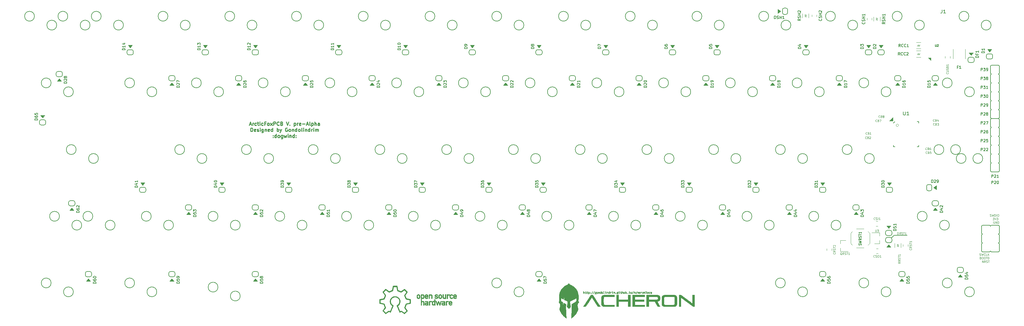
<source format=gbr>
G04 #@! TF.GenerationSoftware,KiCad,Pcbnew,5.1.4*
G04 #@! TF.CreationDate,2019-09-16T11:06:54-03:00*
G04 #@! TF.ProjectId,arcticPCB,61726374-6963-4504-9342-2e6b69636164,0.1.1*
G04 #@! TF.SameCoordinates,Original*
G04 #@! TF.FileFunction,Legend,Top*
G04 #@! TF.FilePolarity,Positive*
%FSLAX46Y46*%
G04 Gerber Fmt 4.6, Leading zero omitted, Abs format (unit mm)*
G04 Created by KiCad (PCBNEW 5.1.4) date 2019-09-16 11:06:54*
%MOMM*%
%LPD*%
G04 APERTURE LIST*
%ADD10C,0.250000*%
%ADD11C,0.120000*%
%ADD12C,0.150000*%
%ADD13C,0.160000*%
%ADD14C,0.100000*%
%ADD15C,0.127000*%
%ADD16C,0.010000*%
%ADD17C,0.200000*%
G04 APERTURE END LIST*
D10*
X69396050Y-35001156D02*
X69872240Y-35001156D01*
X69300811Y-35286870D02*
X69634145Y-34286870D01*
X69967478Y-35286870D01*
X70300811Y-35286870D02*
X70300811Y-34620204D01*
X70300811Y-34810680D02*
X70348430Y-34715442D01*
X70396050Y-34667823D01*
X70491288Y-34620204D01*
X70586526Y-34620204D01*
X71348430Y-35239251D02*
X71253192Y-35286870D01*
X71062716Y-35286870D01*
X70967478Y-35239251D01*
X70919859Y-35191632D01*
X70872240Y-35096394D01*
X70872240Y-34810680D01*
X70919859Y-34715442D01*
X70967478Y-34667823D01*
X71062716Y-34620204D01*
X71253192Y-34620204D01*
X71348430Y-34667823D01*
X71634145Y-34620204D02*
X72015097Y-34620204D01*
X71777002Y-34286870D02*
X71777002Y-35144013D01*
X71824621Y-35239251D01*
X71919859Y-35286870D01*
X72015097Y-35286870D01*
X72348430Y-35286870D02*
X72348430Y-34620204D01*
X72348430Y-34286870D02*
X72300811Y-34334490D01*
X72348430Y-34382109D01*
X72396050Y-34334490D01*
X72348430Y-34286870D01*
X72348430Y-34382109D01*
X73253192Y-35239251D02*
X73157954Y-35286870D01*
X72967478Y-35286870D01*
X72872240Y-35239251D01*
X72824621Y-35191632D01*
X72777002Y-35096394D01*
X72777002Y-34810680D01*
X72824621Y-34715442D01*
X72872240Y-34667823D01*
X72967478Y-34620204D01*
X73157954Y-34620204D01*
X73253192Y-34667823D01*
X74015097Y-34763061D02*
X73681764Y-34763061D01*
X73681764Y-35286870D02*
X73681764Y-34286870D01*
X74157954Y-34286870D01*
X74681764Y-35286870D02*
X74586526Y-35239251D01*
X74538907Y-35191632D01*
X74491288Y-35096394D01*
X74491288Y-34810680D01*
X74538907Y-34715442D01*
X74586526Y-34667823D01*
X74681764Y-34620204D01*
X74824621Y-34620204D01*
X74919859Y-34667823D01*
X74967478Y-34715442D01*
X75015097Y-34810680D01*
X75015097Y-35096394D01*
X74967478Y-35191632D01*
X74919859Y-35239251D01*
X74824621Y-35286870D01*
X74681764Y-35286870D01*
X75348430Y-35286870D02*
X75872240Y-34620204D01*
X75348430Y-34620204D02*
X75872240Y-35286870D01*
X76253192Y-35286870D02*
X76253192Y-34286870D01*
X76634145Y-34286870D01*
X76729383Y-34334490D01*
X76777002Y-34382109D01*
X76824621Y-34477347D01*
X76824621Y-34620204D01*
X76777002Y-34715442D01*
X76729383Y-34763061D01*
X76634145Y-34810680D01*
X76253192Y-34810680D01*
X77824621Y-35191632D02*
X77777002Y-35239251D01*
X77634145Y-35286870D01*
X77538907Y-35286870D01*
X77396050Y-35239251D01*
X77300811Y-35144013D01*
X77253192Y-35048775D01*
X77205573Y-34858299D01*
X77205573Y-34715442D01*
X77253192Y-34524966D01*
X77300811Y-34429728D01*
X77396050Y-34334490D01*
X77538907Y-34286870D01*
X77634145Y-34286870D01*
X77777002Y-34334490D01*
X77824621Y-34382109D01*
X78586526Y-34763061D02*
X78729383Y-34810680D01*
X78777002Y-34858299D01*
X78824621Y-34953537D01*
X78824621Y-35096394D01*
X78777002Y-35191632D01*
X78729383Y-35239251D01*
X78634145Y-35286870D01*
X78253192Y-35286870D01*
X78253192Y-34286870D01*
X78586526Y-34286870D01*
X78681764Y-34334490D01*
X78729383Y-34382109D01*
X78777002Y-34477347D01*
X78777002Y-34572585D01*
X78729383Y-34667823D01*
X78681764Y-34715442D01*
X78586526Y-34763061D01*
X78253192Y-34763061D01*
X79872240Y-34286870D02*
X80205573Y-35286870D01*
X80538907Y-34286870D01*
X80872240Y-35191632D02*
X80919859Y-35239251D01*
X80872240Y-35286870D01*
X80824621Y-35239251D01*
X80872240Y-35191632D01*
X80872240Y-35286870D01*
X82110335Y-34620204D02*
X82110335Y-35620204D01*
X82110335Y-34667823D02*
X82205573Y-34620204D01*
X82396050Y-34620204D01*
X82491288Y-34667823D01*
X82538907Y-34715442D01*
X82586526Y-34810680D01*
X82586526Y-35096394D01*
X82538907Y-35191632D01*
X82491288Y-35239251D01*
X82396050Y-35286870D01*
X82205573Y-35286870D01*
X82110335Y-35239251D01*
X83015097Y-35286870D02*
X83015097Y-34620204D01*
X83015097Y-34810680D02*
X83062716Y-34715442D01*
X83110335Y-34667823D01*
X83205573Y-34620204D01*
X83300811Y-34620204D01*
X84015097Y-35239251D02*
X83919859Y-35286870D01*
X83729383Y-35286870D01*
X83634145Y-35239251D01*
X83586526Y-35144013D01*
X83586526Y-34763061D01*
X83634145Y-34667823D01*
X83729383Y-34620204D01*
X83919859Y-34620204D01*
X84015097Y-34667823D01*
X84062716Y-34763061D01*
X84062716Y-34858299D01*
X83586526Y-34953537D01*
X84491288Y-34905918D02*
X85253192Y-34905918D01*
X85681764Y-35001156D02*
X86157954Y-35001156D01*
X85586526Y-35286870D02*
X85919859Y-34286870D01*
X86253192Y-35286870D01*
X86729383Y-35286870D02*
X86634145Y-35239251D01*
X86586526Y-35144013D01*
X86586526Y-34286870D01*
X87110335Y-34620204D02*
X87110335Y-35620204D01*
X87110335Y-34667823D02*
X87205573Y-34620204D01*
X87396050Y-34620204D01*
X87491288Y-34667823D01*
X87538907Y-34715442D01*
X87586526Y-34810680D01*
X87586526Y-35096394D01*
X87538907Y-35191632D01*
X87491288Y-35239251D01*
X87396050Y-35286870D01*
X87205573Y-35286870D01*
X87110335Y-35239251D01*
X88015097Y-35286870D02*
X88015097Y-34286870D01*
X88443669Y-35286870D02*
X88443669Y-34763061D01*
X88396050Y-34667823D01*
X88300811Y-34620204D01*
X88157954Y-34620204D01*
X88062716Y-34667823D01*
X88015097Y-34715442D01*
X89348430Y-35286870D02*
X89348430Y-34763061D01*
X89300811Y-34667823D01*
X89205573Y-34620204D01*
X89015097Y-34620204D01*
X88919859Y-34667823D01*
X89348430Y-35239251D02*
X89253192Y-35286870D01*
X89015097Y-35286870D01*
X88919859Y-35239251D01*
X88872240Y-35144013D01*
X88872240Y-35048775D01*
X88919859Y-34953537D01*
X89015097Y-34905918D01*
X89253192Y-34905918D01*
X89348430Y-34858299D01*
X69753192Y-37036870D02*
X69753192Y-36036870D01*
X69991288Y-36036870D01*
X70134145Y-36084490D01*
X70229383Y-36179728D01*
X70277002Y-36274966D01*
X70324621Y-36465442D01*
X70324621Y-36608299D01*
X70277002Y-36798775D01*
X70229383Y-36894013D01*
X70134145Y-36989251D01*
X69991288Y-37036870D01*
X69753192Y-37036870D01*
X71134145Y-36989251D02*
X71038907Y-37036870D01*
X70848430Y-37036870D01*
X70753192Y-36989251D01*
X70705573Y-36894013D01*
X70705573Y-36513061D01*
X70753192Y-36417823D01*
X70848430Y-36370204D01*
X71038907Y-36370204D01*
X71134145Y-36417823D01*
X71181764Y-36513061D01*
X71181764Y-36608299D01*
X70705573Y-36703537D01*
X71562716Y-36989251D02*
X71657954Y-37036870D01*
X71848430Y-37036870D01*
X71943669Y-36989251D01*
X71991288Y-36894013D01*
X71991288Y-36846394D01*
X71943669Y-36751156D01*
X71848430Y-36703537D01*
X71705573Y-36703537D01*
X71610335Y-36655918D01*
X71562716Y-36560680D01*
X71562716Y-36513061D01*
X71610335Y-36417823D01*
X71705573Y-36370204D01*
X71848430Y-36370204D01*
X71943669Y-36417823D01*
X72419859Y-37036870D02*
X72419859Y-36370204D01*
X72419859Y-36036870D02*
X72372240Y-36084490D01*
X72419859Y-36132109D01*
X72467478Y-36084490D01*
X72419859Y-36036870D01*
X72419859Y-36132109D01*
X73324621Y-36370204D02*
X73324621Y-37179728D01*
X73277002Y-37274966D01*
X73229383Y-37322585D01*
X73134145Y-37370204D01*
X72991288Y-37370204D01*
X72896050Y-37322585D01*
X73324621Y-36989251D02*
X73229383Y-37036870D01*
X73038907Y-37036870D01*
X72943669Y-36989251D01*
X72896050Y-36941632D01*
X72848430Y-36846394D01*
X72848430Y-36560680D01*
X72896050Y-36465442D01*
X72943669Y-36417823D01*
X73038907Y-36370204D01*
X73229383Y-36370204D01*
X73324621Y-36417823D01*
X73800811Y-36370204D02*
X73800811Y-37036870D01*
X73800811Y-36465442D02*
X73848430Y-36417823D01*
X73943669Y-36370204D01*
X74086526Y-36370204D01*
X74181764Y-36417823D01*
X74229383Y-36513061D01*
X74229383Y-37036870D01*
X75086526Y-36989251D02*
X74991288Y-37036870D01*
X74800811Y-37036870D01*
X74705573Y-36989251D01*
X74657954Y-36894013D01*
X74657954Y-36513061D01*
X74705573Y-36417823D01*
X74800811Y-36370204D01*
X74991288Y-36370204D01*
X75086526Y-36417823D01*
X75134145Y-36513061D01*
X75134145Y-36608299D01*
X74657954Y-36703537D01*
X75991288Y-37036870D02*
X75991288Y-36036870D01*
X75991288Y-36989251D02*
X75896050Y-37036870D01*
X75705573Y-37036870D01*
X75610335Y-36989251D01*
X75562716Y-36941632D01*
X75515097Y-36846394D01*
X75515097Y-36560680D01*
X75562716Y-36465442D01*
X75610335Y-36417823D01*
X75705573Y-36370204D01*
X75896050Y-36370204D01*
X75991288Y-36417823D01*
X77229383Y-37036870D02*
X77229383Y-36036870D01*
X77229383Y-36417823D02*
X77324621Y-36370204D01*
X77515097Y-36370204D01*
X77610335Y-36417823D01*
X77657954Y-36465442D01*
X77705573Y-36560680D01*
X77705573Y-36846394D01*
X77657954Y-36941632D01*
X77610335Y-36989251D01*
X77515097Y-37036870D01*
X77324621Y-37036870D01*
X77229383Y-36989251D01*
X78038907Y-36370204D02*
X78277002Y-37036870D01*
X78515097Y-36370204D02*
X78277002Y-37036870D01*
X78181764Y-37274966D01*
X78134145Y-37322585D01*
X78038907Y-37370204D01*
X80181764Y-36084490D02*
X80086526Y-36036870D01*
X79943669Y-36036870D01*
X79800811Y-36084490D01*
X79705573Y-36179728D01*
X79657954Y-36274966D01*
X79610335Y-36465442D01*
X79610335Y-36608299D01*
X79657954Y-36798775D01*
X79705573Y-36894013D01*
X79800811Y-36989251D01*
X79943669Y-37036870D01*
X80038907Y-37036870D01*
X80181764Y-36989251D01*
X80229383Y-36941632D01*
X80229383Y-36608299D01*
X80038907Y-36608299D01*
X80800811Y-37036870D02*
X80705573Y-36989251D01*
X80657954Y-36941632D01*
X80610335Y-36846394D01*
X80610335Y-36560680D01*
X80657954Y-36465442D01*
X80705573Y-36417823D01*
X80800811Y-36370204D01*
X80943669Y-36370204D01*
X81038907Y-36417823D01*
X81086526Y-36465442D01*
X81134145Y-36560680D01*
X81134145Y-36846394D01*
X81086526Y-36941632D01*
X81038907Y-36989251D01*
X80943669Y-37036870D01*
X80800811Y-37036870D01*
X81562716Y-36370204D02*
X81562716Y-37036870D01*
X81562716Y-36465442D02*
X81610335Y-36417823D01*
X81705573Y-36370204D01*
X81848430Y-36370204D01*
X81943669Y-36417823D01*
X81991288Y-36513061D01*
X81991288Y-37036870D01*
X82896050Y-37036870D02*
X82896050Y-36036870D01*
X82896050Y-36989251D02*
X82800811Y-37036870D01*
X82610335Y-37036870D01*
X82515097Y-36989251D01*
X82467478Y-36941632D01*
X82419859Y-36846394D01*
X82419859Y-36560680D01*
X82467478Y-36465442D01*
X82515097Y-36417823D01*
X82610335Y-36370204D01*
X82800811Y-36370204D01*
X82896050Y-36417823D01*
X83515097Y-37036870D02*
X83419859Y-36989251D01*
X83372240Y-36941632D01*
X83324621Y-36846394D01*
X83324621Y-36560680D01*
X83372240Y-36465442D01*
X83419859Y-36417823D01*
X83515097Y-36370204D01*
X83657954Y-36370204D01*
X83753192Y-36417823D01*
X83800811Y-36465442D01*
X83848430Y-36560680D01*
X83848430Y-36846394D01*
X83800811Y-36941632D01*
X83753192Y-36989251D01*
X83657954Y-37036870D01*
X83515097Y-37036870D01*
X84419859Y-37036870D02*
X84324621Y-36989251D01*
X84277002Y-36894013D01*
X84277002Y-36036870D01*
X84800811Y-37036870D02*
X84800811Y-36370204D01*
X84800811Y-36036870D02*
X84753192Y-36084490D01*
X84800811Y-36132109D01*
X84848430Y-36084490D01*
X84800811Y-36036870D01*
X84800811Y-36132109D01*
X85277002Y-36370204D02*
X85277002Y-37036870D01*
X85277002Y-36465442D02*
X85324621Y-36417823D01*
X85419859Y-36370204D01*
X85562716Y-36370204D01*
X85657954Y-36417823D01*
X85705573Y-36513061D01*
X85705573Y-37036870D01*
X86610335Y-37036870D02*
X86610335Y-36036870D01*
X86610335Y-36989251D02*
X86515097Y-37036870D01*
X86324621Y-37036870D01*
X86229383Y-36989251D01*
X86181764Y-36941632D01*
X86134145Y-36846394D01*
X86134145Y-36560680D01*
X86181764Y-36465442D01*
X86229383Y-36417823D01*
X86324621Y-36370204D01*
X86515097Y-36370204D01*
X86610335Y-36417823D01*
X87086526Y-37036870D02*
X87086526Y-36370204D01*
X87086526Y-36560680D02*
X87134145Y-36465442D01*
X87181764Y-36417823D01*
X87277002Y-36370204D01*
X87372240Y-36370204D01*
X87705573Y-37036870D02*
X87705573Y-36370204D01*
X87705573Y-36036870D02*
X87657954Y-36084490D01*
X87705573Y-36132109D01*
X87753192Y-36084490D01*
X87705573Y-36036870D01*
X87705573Y-36132109D01*
X88181764Y-37036870D02*
X88181764Y-36370204D01*
X88181764Y-36465442D02*
X88229383Y-36417823D01*
X88324621Y-36370204D01*
X88467478Y-36370204D01*
X88562716Y-36417823D01*
X88610335Y-36513061D01*
X88610335Y-37036870D01*
X88610335Y-36513061D02*
X88657954Y-36417823D01*
X88753192Y-36370204D01*
X88896050Y-36370204D01*
X88991288Y-36417823D01*
X89038907Y-36513061D01*
X89038907Y-37036870D01*
X76134145Y-38691632D02*
X76181764Y-38739251D01*
X76134145Y-38786870D01*
X76086526Y-38739251D01*
X76134145Y-38691632D01*
X76134145Y-38786870D01*
X76134145Y-38167823D02*
X76181764Y-38215442D01*
X76134145Y-38263061D01*
X76086526Y-38215442D01*
X76134145Y-38167823D01*
X76134145Y-38263061D01*
X77038907Y-38786870D02*
X77038907Y-37786870D01*
X77038907Y-38739251D02*
X76943669Y-38786870D01*
X76753192Y-38786870D01*
X76657954Y-38739251D01*
X76610335Y-38691632D01*
X76562716Y-38596394D01*
X76562716Y-38310680D01*
X76610335Y-38215442D01*
X76657954Y-38167823D01*
X76753192Y-38120204D01*
X76943669Y-38120204D01*
X77038907Y-38167823D01*
X77657954Y-38786870D02*
X77562716Y-38739251D01*
X77515097Y-38691632D01*
X77467478Y-38596394D01*
X77467478Y-38310680D01*
X77515097Y-38215442D01*
X77562716Y-38167823D01*
X77657954Y-38120204D01*
X77800811Y-38120204D01*
X77896050Y-38167823D01*
X77943669Y-38215442D01*
X77991288Y-38310680D01*
X77991288Y-38596394D01*
X77943669Y-38691632D01*
X77896050Y-38739251D01*
X77800811Y-38786870D01*
X77657954Y-38786870D01*
X78848430Y-38120204D02*
X78848430Y-38929728D01*
X78800811Y-39024966D01*
X78753192Y-39072585D01*
X78657954Y-39120204D01*
X78515097Y-39120204D01*
X78419859Y-39072585D01*
X78848430Y-38739251D02*
X78753192Y-38786870D01*
X78562716Y-38786870D01*
X78467478Y-38739251D01*
X78419859Y-38691632D01*
X78372240Y-38596394D01*
X78372240Y-38310680D01*
X78419859Y-38215442D01*
X78467478Y-38167823D01*
X78562716Y-38120204D01*
X78753192Y-38120204D01*
X78848430Y-38167823D01*
X79229383Y-38120204D02*
X79419859Y-38786870D01*
X79610335Y-38310680D01*
X79800811Y-38786870D01*
X79991288Y-38120204D01*
X80372240Y-38786870D02*
X80372240Y-38120204D01*
X80372240Y-37786870D02*
X80324621Y-37834490D01*
X80372240Y-37882109D01*
X80419859Y-37834490D01*
X80372240Y-37786870D01*
X80372240Y-37882109D01*
X80848430Y-38120204D02*
X80848430Y-38786870D01*
X80848430Y-38215442D02*
X80896050Y-38167823D01*
X80991288Y-38120204D01*
X81134145Y-38120204D01*
X81229383Y-38167823D01*
X81277002Y-38263061D01*
X81277002Y-38786870D01*
X82181764Y-38786870D02*
X82181764Y-37786870D01*
X82181764Y-38739251D02*
X82086526Y-38786870D01*
X81896050Y-38786870D01*
X81800811Y-38739251D01*
X81753192Y-38691632D01*
X81705573Y-38596394D01*
X81705573Y-38310680D01*
X81753192Y-38215442D01*
X81800811Y-38167823D01*
X81896050Y-38120204D01*
X82086526Y-38120204D01*
X82181764Y-38167823D01*
X82657954Y-38691632D02*
X82705573Y-38739251D01*
X82657954Y-38786870D01*
X82610335Y-38739251D01*
X82657954Y-38691632D01*
X82657954Y-38786870D01*
X82657954Y-38167823D02*
X82705573Y-38215442D01*
X82657954Y-38263061D01*
X82610335Y-38215442D01*
X82657954Y-38167823D01*
X82657954Y-38263061D01*
D11*
X281566571Y-61703428D02*
X281938000Y-61703428D01*
X281738000Y-61932000D01*
X281823714Y-61932000D01*
X281880857Y-61960571D01*
X281909428Y-61989142D01*
X281938000Y-62046285D01*
X281938000Y-62189142D01*
X281909428Y-62246285D01*
X281880857Y-62274857D01*
X281823714Y-62303428D01*
X281652285Y-62303428D01*
X281595142Y-62274857D01*
X281566571Y-62246285D01*
X282109428Y-61703428D02*
X282309428Y-62303428D01*
X282509428Y-61703428D01*
X282652285Y-61703428D02*
X283023714Y-61703428D01*
X282823714Y-61932000D01*
X282909428Y-61932000D01*
X282966571Y-61960571D01*
X282995142Y-61989142D01*
X283023714Y-62046285D01*
X283023714Y-62189142D01*
X282995142Y-62246285D01*
X282966571Y-62274857D01*
X282909428Y-62303428D01*
X282738000Y-62303428D01*
X282680857Y-62274857D01*
X282652285Y-62246285D01*
X282020571Y-62748000D02*
X281963428Y-62719428D01*
X281877714Y-62719428D01*
X281792000Y-62748000D01*
X281734857Y-62805142D01*
X281706285Y-62862285D01*
X281677714Y-62976571D01*
X281677714Y-63062285D01*
X281706285Y-63176571D01*
X281734857Y-63233714D01*
X281792000Y-63290857D01*
X281877714Y-63319428D01*
X281934857Y-63319428D01*
X282020571Y-63290857D01*
X282049142Y-63262285D01*
X282049142Y-63062285D01*
X281934857Y-63062285D01*
X282306285Y-63319428D02*
X282306285Y-62719428D01*
X282649142Y-63319428D01*
X282649142Y-62719428D01*
X282934857Y-63319428D02*
X282934857Y-62719428D01*
X283077714Y-62719428D01*
X283163428Y-62748000D01*
X283220571Y-62805142D01*
X283249142Y-62862285D01*
X283277714Y-62976571D01*
X283277714Y-63062285D01*
X283249142Y-63176571D01*
X283220571Y-63233714D01*
X283163428Y-63290857D01*
X283077714Y-63319428D01*
X282934857Y-63319428D01*
X280734857Y-61258857D02*
X280820571Y-61287428D01*
X280963428Y-61287428D01*
X281020571Y-61258857D01*
X281049142Y-61230285D01*
X281077714Y-61173142D01*
X281077714Y-61116000D01*
X281049142Y-61058857D01*
X281020571Y-61030285D01*
X280963428Y-61001714D01*
X280849142Y-60973142D01*
X280792000Y-60944571D01*
X280763428Y-60916000D01*
X280734857Y-60858857D01*
X280734857Y-60801714D01*
X280763428Y-60744571D01*
X280792000Y-60716000D01*
X280849142Y-60687428D01*
X280992000Y-60687428D01*
X281077714Y-60716000D01*
X281277714Y-60687428D02*
X281420571Y-61287428D01*
X281534857Y-60858857D01*
X281649142Y-61287428D01*
X281792000Y-60687428D01*
X282020571Y-61287428D02*
X282020571Y-60687428D01*
X282163428Y-60687428D01*
X282249142Y-60716000D01*
X282306285Y-60773142D01*
X282334857Y-60830285D01*
X282363428Y-60944571D01*
X282363428Y-61030285D01*
X282334857Y-61144571D01*
X282306285Y-61201714D01*
X282249142Y-61258857D01*
X282163428Y-61287428D01*
X282020571Y-61287428D01*
X282620571Y-61287428D02*
X282620571Y-60687428D01*
X283020571Y-60687428D02*
X283134857Y-60687428D01*
X283192000Y-60716000D01*
X283249142Y-60773142D01*
X283277714Y-60887428D01*
X283277714Y-61087428D01*
X283249142Y-61201714D01*
X283192000Y-61258857D01*
X283134857Y-61287428D01*
X283020571Y-61287428D01*
X282963428Y-61258857D01*
X282906285Y-61201714D01*
X282877714Y-61087428D01*
X282877714Y-60887428D01*
X282906285Y-60773142D01*
X282963428Y-60716000D01*
X283020571Y-60687428D01*
X278483714Y-74495428D02*
X278483714Y-73895428D01*
X278826571Y-74495428D01*
X278826571Y-73895428D01*
X279455142Y-74495428D02*
X279255142Y-74209714D01*
X279112285Y-74495428D02*
X279112285Y-73895428D01*
X279340857Y-73895428D01*
X279398000Y-73924000D01*
X279426571Y-73952571D01*
X279455142Y-74009714D01*
X279455142Y-74095428D01*
X279426571Y-74152571D01*
X279398000Y-74181142D01*
X279340857Y-74209714D01*
X279112285Y-74209714D01*
X279683714Y-74466857D02*
X279769428Y-74495428D01*
X279912285Y-74495428D01*
X279969428Y-74466857D01*
X279998000Y-74438285D01*
X280026571Y-74381142D01*
X280026571Y-74324000D01*
X279998000Y-74266857D01*
X279969428Y-74238285D01*
X279912285Y-74209714D01*
X279798000Y-74181142D01*
X279740857Y-74152571D01*
X279712285Y-74124000D01*
X279683714Y-74066857D01*
X279683714Y-74009714D01*
X279712285Y-73952571D01*
X279740857Y-73924000D01*
X279798000Y-73895428D01*
X279940857Y-73895428D01*
X280026571Y-73924000D01*
X280198000Y-73895428D02*
X280540857Y-73895428D01*
X280369428Y-74495428D02*
X280369428Y-73895428D01*
X278055142Y-73165142D02*
X278140857Y-73193714D01*
X278169428Y-73222285D01*
X278198000Y-73279428D01*
X278198000Y-73365142D01*
X278169428Y-73422285D01*
X278140857Y-73450857D01*
X278083714Y-73479428D01*
X277855142Y-73479428D01*
X277855142Y-72879428D01*
X278055142Y-72879428D01*
X278112285Y-72908000D01*
X278140857Y-72936571D01*
X278169428Y-72993714D01*
X278169428Y-73050857D01*
X278140857Y-73108000D01*
X278112285Y-73136571D01*
X278055142Y-73165142D01*
X277855142Y-73165142D01*
X278569428Y-72879428D02*
X278683714Y-72879428D01*
X278740857Y-72908000D01*
X278798000Y-72965142D01*
X278826571Y-73079428D01*
X278826571Y-73279428D01*
X278798000Y-73393714D01*
X278740857Y-73450857D01*
X278683714Y-73479428D01*
X278569428Y-73479428D01*
X278512285Y-73450857D01*
X278455142Y-73393714D01*
X278426571Y-73279428D01*
X278426571Y-73079428D01*
X278455142Y-72965142D01*
X278512285Y-72908000D01*
X278569428Y-72879428D01*
X279198000Y-72879428D02*
X279312285Y-72879428D01*
X279369428Y-72908000D01*
X279426571Y-72965142D01*
X279455142Y-73079428D01*
X279455142Y-73279428D01*
X279426571Y-73393714D01*
X279369428Y-73450857D01*
X279312285Y-73479428D01*
X279198000Y-73479428D01*
X279140857Y-73450857D01*
X279083714Y-73393714D01*
X279055142Y-73279428D01*
X279055142Y-73079428D01*
X279083714Y-72965142D01*
X279140857Y-72908000D01*
X279198000Y-72879428D01*
X279626571Y-72879428D02*
X279969428Y-72879428D01*
X279798000Y-73479428D02*
X279798000Y-72879428D01*
X280283714Y-72879428D02*
X280340857Y-72879428D01*
X280398000Y-72908000D01*
X280426571Y-72936571D01*
X280455142Y-72993714D01*
X280483714Y-73108000D01*
X280483714Y-73250857D01*
X280455142Y-73365142D01*
X280426571Y-73422285D01*
X280398000Y-73450857D01*
X280340857Y-73479428D01*
X280283714Y-73479428D01*
X280226571Y-73450857D01*
X280198000Y-73422285D01*
X280169428Y-73365142D01*
X280140857Y-73250857D01*
X280140857Y-73108000D01*
X280169428Y-72993714D01*
X280198000Y-72936571D01*
X280226571Y-72908000D01*
X280283714Y-72879428D01*
X277769428Y-72434857D02*
X277855142Y-72463428D01*
X277998000Y-72463428D01*
X278055142Y-72434857D01*
X278083714Y-72406285D01*
X278112285Y-72349142D01*
X278112285Y-72292000D01*
X278083714Y-72234857D01*
X278055142Y-72206285D01*
X277998000Y-72177714D01*
X277883714Y-72149142D01*
X277826571Y-72120571D01*
X277798000Y-72092000D01*
X277769428Y-72034857D01*
X277769428Y-71977714D01*
X277798000Y-71920571D01*
X277826571Y-71892000D01*
X277883714Y-71863428D01*
X278026571Y-71863428D01*
X278112285Y-71892000D01*
X278312285Y-71863428D02*
X278455142Y-72463428D01*
X278569428Y-72034857D01*
X278683714Y-72463428D01*
X278826571Y-71863428D01*
X279398000Y-72406285D02*
X279369428Y-72434857D01*
X279283714Y-72463428D01*
X279226571Y-72463428D01*
X279140857Y-72434857D01*
X279083714Y-72377714D01*
X279055142Y-72320571D01*
X279026571Y-72206285D01*
X279026571Y-72120571D01*
X279055142Y-72006285D01*
X279083714Y-71949142D01*
X279140857Y-71892000D01*
X279226571Y-71863428D01*
X279283714Y-71863428D01*
X279369428Y-71892000D01*
X279398000Y-71920571D01*
X279940857Y-72463428D02*
X279655142Y-72463428D01*
X279655142Y-71863428D01*
X280140857Y-72463428D02*
X280140857Y-71863428D01*
X280483714Y-72463428D02*
X280226571Y-72120571D01*
X280483714Y-71863428D02*
X280140857Y-72206285D01*
D12*
X253350000Y-66700000D02*
X252600000Y-67450000D01*
X257100000Y-66700000D02*
X253350000Y-66700000D01*
D13*
X281228571Y-51979904D02*
X281228571Y-51179904D01*
X281533333Y-51179904D01*
X281609523Y-51218000D01*
X281647619Y-51256095D01*
X281685714Y-51332285D01*
X281685714Y-51446571D01*
X281647619Y-51522761D01*
X281609523Y-51560857D01*
X281533333Y-51598952D01*
X281228571Y-51598952D01*
X281990476Y-51256095D02*
X282028571Y-51218000D01*
X282104761Y-51179904D01*
X282295238Y-51179904D01*
X282371428Y-51218000D01*
X282409523Y-51256095D01*
X282447619Y-51332285D01*
X282447619Y-51408476D01*
X282409523Y-51522761D01*
X281952380Y-51979904D01*
X282447619Y-51979904D01*
X282942857Y-51179904D02*
X283019047Y-51179904D01*
X283095238Y-51218000D01*
X283133333Y-51256095D01*
X283171428Y-51332285D01*
X283209523Y-51484666D01*
X283209523Y-51675142D01*
X283171428Y-51827523D01*
X283133333Y-51903714D01*
X283095238Y-51941809D01*
X283019047Y-51979904D01*
X282942857Y-51979904D01*
X282866666Y-51941809D01*
X282828571Y-51903714D01*
X282790476Y-51827523D01*
X282752380Y-51675142D01*
X282752380Y-51484666D01*
X282790476Y-51332285D01*
X282828571Y-51256095D01*
X282866666Y-51218000D01*
X282942857Y-51179904D01*
X281228571Y-50201904D02*
X281228571Y-49401904D01*
X281533333Y-49401904D01*
X281609523Y-49440000D01*
X281647619Y-49478095D01*
X281685714Y-49554285D01*
X281685714Y-49668571D01*
X281647619Y-49744761D01*
X281609523Y-49782857D01*
X281533333Y-49820952D01*
X281228571Y-49820952D01*
X281990476Y-49478095D02*
X282028571Y-49440000D01*
X282104761Y-49401904D01*
X282295238Y-49401904D01*
X282371428Y-49440000D01*
X282409523Y-49478095D01*
X282447619Y-49554285D01*
X282447619Y-49630476D01*
X282409523Y-49744761D01*
X281952380Y-50201904D01*
X282447619Y-50201904D01*
X283209523Y-50201904D02*
X282752380Y-50201904D01*
X282980952Y-50201904D02*
X282980952Y-49401904D01*
X282904761Y-49516190D01*
X282828571Y-49592380D01*
X282752380Y-49630476D01*
X278184666Y-42581904D02*
X278184666Y-41781904D01*
X278489428Y-41781904D01*
X278565619Y-41820000D01*
X278603714Y-41858095D01*
X278641809Y-41934285D01*
X278641809Y-42048571D01*
X278603714Y-42124761D01*
X278565619Y-42162857D01*
X278489428Y-42200952D01*
X278184666Y-42200952D01*
X278946571Y-41858095D02*
X278984666Y-41820000D01*
X279060857Y-41781904D01*
X279251333Y-41781904D01*
X279327523Y-41820000D01*
X279365619Y-41858095D01*
X279403714Y-41934285D01*
X279403714Y-42010476D01*
X279365619Y-42124761D01*
X278908476Y-42581904D01*
X279403714Y-42581904D01*
X279708476Y-41858095D02*
X279746571Y-41820000D01*
X279822761Y-41781904D01*
X280013238Y-41781904D01*
X280089428Y-41820000D01*
X280127523Y-41858095D01*
X280165619Y-41934285D01*
X280165619Y-42010476D01*
X280127523Y-42124761D01*
X279670380Y-42581904D01*
X280165619Y-42581904D01*
X278184666Y-40041904D02*
X278184666Y-39241904D01*
X278489428Y-39241904D01*
X278565619Y-39280000D01*
X278603714Y-39318095D01*
X278641809Y-39394285D01*
X278641809Y-39508571D01*
X278603714Y-39584761D01*
X278565619Y-39622857D01*
X278489428Y-39660952D01*
X278184666Y-39660952D01*
X278946571Y-39318095D02*
X278984666Y-39280000D01*
X279060857Y-39241904D01*
X279251333Y-39241904D01*
X279327523Y-39280000D01*
X279365619Y-39318095D01*
X279403714Y-39394285D01*
X279403714Y-39470476D01*
X279365619Y-39584761D01*
X278908476Y-40041904D01*
X279403714Y-40041904D01*
X280127523Y-39241904D02*
X279746571Y-39241904D01*
X279708476Y-39622857D01*
X279746571Y-39584761D01*
X279822761Y-39546666D01*
X280013238Y-39546666D01*
X280089428Y-39584761D01*
X280127523Y-39622857D01*
X280165619Y-39699047D01*
X280165619Y-39889523D01*
X280127523Y-39965714D01*
X280089428Y-40003809D01*
X280013238Y-40041904D01*
X279822761Y-40041904D01*
X279746571Y-40003809D01*
X279708476Y-39965714D01*
X278184666Y-37501904D02*
X278184666Y-36701904D01*
X278489428Y-36701904D01*
X278565619Y-36740000D01*
X278603714Y-36778095D01*
X278641809Y-36854285D01*
X278641809Y-36968571D01*
X278603714Y-37044761D01*
X278565619Y-37082857D01*
X278489428Y-37120952D01*
X278184666Y-37120952D01*
X278946571Y-36778095D02*
X278984666Y-36740000D01*
X279060857Y-36701904D01*
X279251333Y-36701904D01*
X279327523Y-36740000D01*
X279365619Y-36778095D01*
X279403714Y-36854285D01*
X279403714Y-36930476D01*
X279365619Y-37044761D01*
X278908476Y-37501904D01*
X279403714Y-37501904D01*
X280089428Y-36701904D02*
X279937047Y-36701904D01*
X279860857Y-36740000D01*
X279822761Y-36778095D01*
X279746571Y-36892380D01*
X279708476Y-37044761D01*
X279708476Y-37349523D01*
X279746571Y-37425714D01*
X279784666Y-37463809D01*
X279860857Y-37501904D01*
X280013238Y-37501904D01*
X280089428Y-37463809D01*
X280127523Y-37425714D01*
X280165619Y-37349523D01*
X280165619Y-37159047D01*
X280127523Y-37082857D01*
X280089428Y-37044761D01*
X280013238Y-37006666D01*
X279860857Y-37006666D01*
X279784666Y-37044761D01*
X279746571Y-37082857D01*
X279708476Y-37159047D01*
X278184666Y-34961904D02*
X278184666Y-34161904D01*
X278489428Y-34161904D01*
X278565619Y-34200000D01*
X278603714Y-34238095D01*
X278641809Y-34314285D01*
X278641809Y-34428571D01*
X278603714Y-34504761D01*
X278565619Y-34542857D01*
X278489428Y-34580952D01*
X278184666Y-34580952D01*
X278946571Y-34238095D02*
X278984666Y-34200000D01*
X279060857Y-34161904D01*
X279251333Y-34161904D01*
X279327523Y-34200000D01*
X279365619Y-34238095D01*
X279403714Y-34314285D01*
X279403714Y-34390476D01*
X279365619Y-34504761D01*
X278908476Y-34961904D01*
X279403714Y-34961904D01*
X279670380Y-34161904D02*
X280203714Y-34161904D01*
X279860857Y-34961904D01*
X278184666Y-32421904D02*
X278184666Y-31621904D01*
X278489428Y-31621904D01*
X278565619Y-31660000D01*
X278603714Y-31698095D01*
X278641809Y-31774285D01*
X278641809Y-31888571D01*
X278603714Y-31964761D01*
X278565619Y-32002857D01*
X278489428Y-32040952D01*
X278184666Y-32040952D01*
X278946571Y-31698095D02*
X278984666Y-31660000D01*
X279060857Y-31621904D01*
X279251333Y-31621904D01*
X279327523Y-31660000D01*
X279365619Y-31698095D01*
X279403714Y-31774285D01*
X279403714Y-31850476D01*
X279365619Y-31964761D01*
X278908476Y-32421904D01*
X279403714Y-32421904D01*
X279860857Y-31964761D02*
X279784666Y-31926666D01*
X279746571Y-31888571D01*
X279708476Y-31812380D01*
X279708476Y-31774285D01*
X279746571Y-31698095D01*
X279784666Y-31660000D01*
X279860857Y-31621904D01*
X280013238Y-31621904D01*
X280089428Y-31660000D01*
X280127523Y-31698095D01*
X280165619Y-31774285D01*
X280165619Y-31812380D01*
X280127523Y-31888571D01*
X280089428Y-31926666D01*
X280013238Y-31964761D01*
X279860857Y-31964761D01*
X279784666Y-32002857D01*
X279746571Y-32040952D01*
X279708476Y-32117142D01*
X279708476Y-32269523D01*
X279746571Y-32345714D01*
X279784666Y-32383809D01*
X279860857Y-32421904D01*
X280013238Y-32421904D01*
X280089428Y-32383809D01*
X280127523Y-32345714D01*
X280165619Y-32269523D01*
X280165619Y-32117142D01*
X280127523Y-32040952D01*
X280089428Y-32002857D01*
X280013238Y-31964761D01*
X278184666Y-29881904D02*
X278184666Y-29081904D01*
X278489428Y-29081904D01*
X278565619Y-29120000D01*
X278603714Y-29158095D01*
X278641809Y-29234285D01*
X278641809Y-29348571D01*
X278603714Y-29424761D01*
X278565619Y-29462857D01*
X278489428Y-29500952D01*
X278184666Y-29500952D01*
X278946571Y-29158095D02*
X278984666Y-29120000D01*
X279060857Y-29081904D01*
X279251333Y-29081904D01*
X279327523Y-29120000D01*
X279365619Y-29158095D01*
X279403714Y-29234285D01*
X279403714Y-29310476D01*
X279365619Y-29424761D01*
X278908476Y-29881904D01*
X279403714Y-29881904D01*
X279784666Y-29881904D02*
X279937047Y-29881904D01*
X280013238Y-29843809D01*
X280051333Y-29805714D01*
X280127523Y-29691428D01*
X280165619Y-29539047D01*
X280165619Y-29234285D01*
X280127523Y-29158095D01*
X280089428Y-29120000D01*
X280013238Y-29081904D01*
X279860857Y-29081904D01*
X279784666Y-29120000D01*
X279746571Y-29158095D01*
X279708476Y-29234285D01*
X279708476Y-29424761D01*
X279746571Y-29500952D01*
X279784666Y-29539047D01*
X279860857Y-29577142D01*
X280013238Y-29577142D01*
X280089428Y-29539047D01*
X280127523Y-29500952D01*
X280165619Y-29424761D01*
X278184666Y-27341904D02*
X278184666Y-26541904D01*
X278489428Y-26541904D01*
X278565619Y-26580000D01*
X278603714Y-26618095D01*
X278641809Y-26694285D01*
X278641809Y-26808571D01*
X278603714Y-26884761D01*
X278565619Y-26922857D01*
X278489428Y-26960952D01*
X278184666Y-26960952D01*
X278908476Y-26541904D02*
X279403714Y-26541904D01*
X279137047Y-26846666D01*
X279251333Y-26846666D01*
X279327523Y-26884761D01*
X279365619Y-26922857D01*
X279403714Y-26999047D01*
X279403714Y-27189523D01*
X279365619Y-27265714D01*
X279327523Y-27303809D01*
X279251333Y-27341904D01*
X279022761Y-27341904D01*
X278946571Y-27303809D01*
X278908476Y-27265714D01*
X279898952Y-26541904D02*
X279975142Y-26541904D01*
X280051333Y-26580000D01*
X280089428Y-26618095D01*
X280127523Y-26694285D01*
X280165619Y-26846666D01*
X280165619Y-27037142D01*
X280127523Y-27189523D01*
X280089428Y-27265714D01*
X280051333Y-27303809D01*
X279975142Y-27341904D01*
X279898952Y-27341904D01*
X279822761Y-27303809D01*
X279784666Y-27265714D01*
X279746571Y-27189523D01*
X279708476Y-27037142D01*
X279708476Y-26846666D01*
X279746571Y-26694285D01*
X279784666Y-26618095D01*
X279822761Y-26580000D01*
X279898952Y-26541904D01*
X278184666Y-24801904D02*
X278184666Y-24001904D01*
X278489428Y-24001904D01*
X278565619Y-24040000D01*
X278603714Y-24078095D01*
X278641809Y-24154285D01*
X278641809Y-24268571D01*
X278603714Y-24344761D01*
X278565619Y-24382857D01*
X278489428Y-24420952D01*
X278184666Y-24420952D01*
X278908476Y-24001904D02*
X279403714Y-24001904D01*
X279137047Y-24306666D01*
X279251333Y-24306666D01*
X279327523Y-24344761D01*
X279365619Y-24382857D01*
X279403714Y-24459047D01*
X279403714Y-24649523D01*
X279365619Y-24725714D01*
X279327523Y-24763809D01*
X279251333Y-24801904D01*
X279022761Y-24801904D01*
X278946571Y-24763809D01*
X278908476Y-24725714D01*
X280165619Y-24801904D02*
X279708476Y-24801904D01*
X279937047Y-24801904D02*
X279937047Y-24001904D01*
X279860857Y-24116190D01*
X279784666Y-24192380D01*
X279708476Y-24230476D01*
X278184666Y-22261904D02*
X278184666Y-21461904D01*
X278489428Y-21461904D01*
X278565619Y-21500000D01*
X278603714Y-21538095D01*
X278641809Y-21614285D01*
X278641809Y-21728571D01*
X278603714Y-21804761D01*
X278565619Y-21842857D01*
X278489428Y-21880952D01*
X278184666Y-21880952D01*
X278908476Y-21461904D02*
X279403714Y-21461904D01*
X279137047Y-21766666D01*
X279251333Y-21766666D01*
X279327523Y-21804761D01*
X279365619Y-21842857D01*
X279403714Y-21919047D01*
X279403714Y-22109523D01*
X279365619Y-22185714D01*
X279327523Y-22223809D01*
X279251333Y-22261904D01*
X279022761Y-22261904D01*
X278946571Y-22223809D01*
X278908476Y-22185714D01*
X279860857Y-21804761D02*
X279784666Y-21766666D01*
X279746571Y-21728571D01*
X279708476Y-21652380D01*
X279708476Y-21614285D01*
X279746571Y-21538095D01*
X279784666Y-21500000D01*
X279860857Y-21461904D01*
X280013238Y-21461904D01*
X280089428Y-21500000D01*
X280127523Y-21538095D01*
X280165619Y-21614285D01*
X280165619Y-21652380D01*
X280127523Y-21728571D01*
X280089428Y-21766666D01*
X280013238Y-21804761D01*
X279860857Y-21804761D01*
X279784666Y-21842857D01*
X279746571Y-21880952D01*
X279708476Y-21957142D01*
X279708476Y-22109523D01*
X279746571Y-22185714D01*
X279784666Y-22223809D01*
X279860857Y-22261904D01*
X280013238Y-22261904D01*
X280089428Y-22223809D01*
X280127523Y-22185714D01*
X280165619Y-22109523D01*
X280165619Y-21957142D01*
X280127523Y-21880952D01*
X280089428Y-21842857D01*
X280013238Y-21804761D01*
X278184666Y-19721904D02*
X278184666Y-18921904D01*
X278489428Y-18921904D01*
X278565619Y-18960000D01*
X278603714Y-18998095D01*
X278641809Y-19074285D01*
X278641809Y-19188571D01*
X278603714Y-19264761D01*
X278565619Y-19302857D01*
X278489428Y-19340952D01*
X278184666Y-19340952D01*
X278908476Y-18921904D02*
X279403714Y-18921904D01*
X279137047Y-19226666D01*
X279251333Y-19226666D01*
X279327523Y-19264761D01*
X279365619Y-19302857D01*
X279403714Y-19379047D01*
X279403714Y-19569523D01*
X279365619Y-19645714D01*
X279327523Y-19683809D01*
X279251333Y-19721904D01*
X279022761Y-19721904D01*
X278946571Y-19683809D01*
X278908476Y-19645714D01*
X279784666Y-19721904D02*
X279937047Y-19721904D01*
X280013238Y-19683809D01*
X280051333Y-19645714D01*
X280127523Y-19531428D01*
X280165619Y-19379047D01*
X280165619Y-19074285D01*
X280127523Y-18998095D01*
X280089428Y-18960000D01*
X280013238Y-18921904D01*
X279860857Y-18921904D01*
X279784666Y-18960000D01*
X279746571Y-18998095D01*
X279708476Y-19074285D01*
X279708476Y-19264761D01*
X279746571Y-19340952D01*
X279784666Y-19379047D01*
X279860857Y-19417142D01*
X280013238Y-19417142D01*
X280089428Y-19379047D01*
X280127523Y-19340952D01*
X280165619Y-19264761D01*
D14*
X260606000Y-15115000D02*
X260706000Y-14715000D01*
X260506000Y-14715000D02*
X260606000Y-15115000D01*
X260406000Y-15115000D02*
X260506000Y-14715000D01*
X260306000Y-14715000D02*
X260406000Y-15115000D01*
X260206000Y-15115000D02*
X260306000Y-14715000D01*
X260106000Y-14715000D02*
X260206000Y-15115000D01*
X260006000Y-15115000D02*
X260106000Y-14715000D01*
D11*
X259753936Y-15825000D02*
X260958064Y-15825000D01*
X259753936Y-14005000D02*
X260958064Y-14005000D01*
D14*
X227900000Y-4200000D02*
X228300000Y-4300000D01*
X228300000Y-4100000D02*
X227900000Y-4200000D01*
X227900000Y-4000000D02*
X228300000Y-4100000D01*
X228300000Y-3900000D02*
X227900000Y-4000000D01*
X227900000Y-3800000D02*
X228300000Y-3900000D01*
X228300000Y-3700000D02*
X227900000Y-3800000D01*
X227900000Y-3600000D02*
X228300000Y-3700000D01*
D11*
X227190000Y-3347936D02*
X227190000Y-4552064D01*
X229010000Y-3347936D02*
X229010000Y-4552064D01*
D14*
G36*
X221000000Y-2700000D02*
G01*
X220200000Y-3300000D01*
X220200000Y-2100000D01*
X221000000Y-2700000D01*
G37*
X221000000Y-2700000D02*
X220200000Y-3300000D01*
X220200000Y-2100000D01*
X221000000Y-2700000D01*
D12*
X222000038Y-1800000D02*
X222500000Y-1800000D01*
X221500000Y-2300000D02*
G75*
G02X222000000Y-1800000I500000J0D01*
G01*
X222500000Y-1800000D02*
G75*
G02X223000000Y-2300000I0J-500000D01*
G01*
X223000000Y-3100000D02*
X223000000Y-2300000D01*
X223000000Y-3100000D02*
G75*
G02X222500000Y-3600000I-500000J0D01*
G01*
X222499962Y-3600000D02*
X222000000Y-3600000D01*
X221500000Y-3100000D02*
X221500000Y-2300000D01*
X222000000Y-3600000D02*
G75*
G02X221500000Y-3100000I0J500000D01*
G01*
D11*
X231310000Y-4208578D02*
X231310000Y-3691422D01*
X229890000Y-4208578D02*
X229890000Y-3691422D01*
D15*
X252481880Y-25710080D02*
G75*
G03X252481880Y-25710080I-1397000J0D01*
G01*
X246131880Y-23170080D02*
G75*
G03X246131880Y-23170080I-1397000J0D01*
G01*
X247719360Y-44760160D02*
G75*
G03X247719360Y-44760160I-1397000J0D01*
G01*
X241369360Y-42220160D02*
G75*
G03X241369360Y-42220160I-1397000J0D01*
G01*
D16*
G36*
X177792030Y-82719975D02*
G01*
X177798746Y-82722751D01*
X177800957Y-82723984D01*
X177812960Y-82733455D01*
X177821452Y-82745372D01*
X177826103Y-82758760D01*
X177826583Y-82772643D01*
X177822562Y-82786045D01*
X177822191Y-82786774D01*
X177816394Y-82795499D01*
X177809025Y-82803666D01*
X177806634Y-82805747D01*
X177800247Y-82810181D01*
X177793824Y-82812706D01*
X177785331Y-82813977D01*
X177779967Y-82814331D01*
X177770203Y-82814580D01*
X177763365Y-82813747D01*
X177757334Y-82811345D01*
X177751269Y-82807710D01*
X177740102Y-82797796D01*
X177732731Y-82785483D01*
X177729198Y-82771768D01*
X177729547Y-82757647D01*
X177733819Y-82744116D01*
X177742058Y-82732170D01*
X177747806Y-82727005D01*
X177754389Y-82722721D01*
X177761268Y-82720314D01*
X177770512Y-82719150D01*
X177774115Y-82718945D01*
X177784523Y-82718838D01*
X177792030Y-82719975D01*
X177792030Y-82719975D01*
G37*
X177792030Y-82719975D02*
X177798746Y-82722751D01*
X177800957Y-82723984D01*
X177812960Y-82733455D01*
X177821452Y-82745372D01*
X177826103Y-82758760D01*
X177826583Y-82772643D01*
X177822562Y-82786045D01*
X177822191Y-82786774D01*
X177816394Y-82795499D01*
X177809025Y-82803666D01*
X177806634Y-82805747D01*
X177800247Y-82810181D01*
X177793824Y-82812706D01*
X177785331Y-82813977D01*
X177779967Y-82814331D01*
X177770203Y-82814580D01*
X177763365Y-82813747D01*
X177757334Y-82811345D01*
X177751269Y-82807710D01*
X177740102Y-82797796D01*
X177732731Y-82785483D01*
X177729198Y-82771768D01*
X177729547Y-82757647D01*
X177733819Y-82744116D01*
X177742058Y-82732170D01*
X177747806Y-82727005D01*
X177754389Y-82722721D01*
X177761268Y-82720314D01*
X177770512Y-82719150D01*
X177774115Y-82718945D01*
X177784523Y-82718838D01*
X177792030Y-82719975D01*
G36*
X174902376Y-82718755D02*
G01*
X174915876Y-82723271D01*
X174927562Y-82731134D01*
X174936628Y-82741831D01*
X174942265Y-82754849D01*
X174943764Y-82766612D01*
X174942029Y-82780728D01*
X174936450Y-82792680D01*
X174926466Y-82803580D01*
X174924022Y-82805625D01*
X174917794Y-82810067D01*
X174911681Y-82812577D01*
X174903673Y-82813801D01*
X174897355Y-82814176D01*
X174886235Y-82814180D01*
X174878068Y-82812817D01*
X174870837Y-82809749D01*
X174870825Y-82809742D01*
X174859843Y-82801227D01*
X174852186Y-82790056D01*
X174847828Y-82777191D01*
X174846744Y-82763599D01*
X174848908Y-82750243D01*
X174854294Y-82738087D01*
X174862877Y-82728097D01*
X174873170Y-82721812D01*
X174887872Y-82718097D01*
X174902376Y-82718755D01*
X174902376Y-82718755D01*
G37*
X174902376Y-82718755D02*
X174915876Y-82723271D01*
X174927562Y-82731134D01*
X174936628Y-82741831D01*
X174942265Y-82754849D01*
X174943764Y-82766612D01*
X174942029Y-82780728D01*
X174936450Y-82792680D01*
X174926466Y-82803580D01*
X174924022Y-82805625D01*
X174917794Y-82810067D01*
X174911681Y-82812577D01*
X174903673Y-82813801D01*
X174897355Y-82814176D01*
X174886235Y-82814180D01*
X174878068Y-82812817D01*
X174870837Y-82809749D01*
X174870825Y-82809742D01*
X174859843Y-82801227D01*
X174852186Y-82790056D01*
X174847828Y-82777191D01*
X174846744Y-82763599D01*
X174848908Y-82750243D01*
X174854294Y-82738087D01*
X174862877Y-82728097D01*
X174873170Y-82721812D01*
X174887872Y-82718097D01*
X174902376Y-82718755D01*
G36*
X172984941Y-82719786D02*
G01*
X172992074Y-82721605D01*
X172998195Y-82725015D01*
X173001435Y-82727459D01*
X173012264Y-82738724D01*
X173019209Y-82751667D01*
X173022105Y-82765367D01*
X173020790Y-82778906D01*
X173015101Y-82791362D01*
X173013195Y-82793930D01*
X173003298Y-82804586D01*
X172993529Y-82811125D01*
X172982493Y-82814277D01*
X172973138Y-82814858D01*
X172962620Y-82814312D01*
X172954741Y-82812270D01*
X172947378Y-82808286D01*
X172935797Y-82798963D01*
X172928621Y-82788371D01*
X172925229Y-82775357D01*
X172924750Y-82766373D01*
X172925061Y-82756361D01*
X172926374Y-82749327D01*
X172929259Y-82743186D01*
X172932370Y-82738512D01*
X172941423Y-82728076D01*
X172951428Y-82721770D01*
X172963644Y-82719012D01*
X172974767Y-82718908D01*
X172984941Y-82719786D01*
X172984941Y-82719786D01*
G37*
X172984941Y-82719786D02*
X172992074Y-82721605D01*
X172998195Y-82725015D01*
X173001435Y-82727459D01*
X173012264Y-82738724D01*
X173019209Y-82751667D01*
X173022105Y-82765367D01*
X173020790Y-82778906D01*
X173015101Y-82791362D01*
X173013195Y-82793930D01*
X173003298Y-82804586D01*
X172993529Y-82811125D01*
X172982493Y-82814277D01*
X172973138Y-82814858D01*
X172962620Y-82814312D01*
X172954741Y-82812270D01*
X172947378Y-82808286D01*
X172935797Y-82798963D01*
X172928621Y-82788371D01*
X172925229Y-82775357D01*
X172924750Y-82766373D01*
X172925061Y-82756361D01*
X172926374Y-82749327D01*
X172929259Y-82743186D01*
X172932370Y-82738512D01*
X172941423Y-82728076D01*
X172951428Y-82721770D01*
X172963644Y-82719012D01*
X172974767Y-82718908D01*
X172984941Y-82719786D01*
G36*
X171063289Y-82719482D02*
G01*
X171073736Y-82723442D01*
X171083532Y-82731066D01*
X171086454Y-82734005D01*
X171095447Y-82746665D01*
X171099819Y-82760393D01*
X171099671Y-82774389D01*
X171095105Y-82787852D01*
X171086222Y-82799980D01*
X171077115Y-82807502D01*
X171069481Y-82811946D01*
X171062166Y-82814163D01*
X171052710Y-82814838D01*
X171050671Y-82814849D01*
X171037419Y-82813765D01*
X171027941Y-82810417D01*
X171027452Y-82810127D01*
X171015608Y-82800360D01*
X171007088Y-82788046D01*
X171002444Y-82774300D01*
X171002230Y-82760234D01*
X171002339Y-82759581D01*
X171007282Y-82744111D01*
X171015858Y-82731916D01*
X171027610Y-82723391D01*
X171042078Y-82718931D01*
X171050255Y-82718348D01*
X171063289Y-82719482D01*
X171063289Y-82719482D01*
G37*
X171063289Y-82719482D02*
X171073736Y-82723442D01*
X171083532Y-82731066D01*
X171086454Y-82734005D01*
X171095447Y-82746665D01*
X171099819Y-82760393D01*
X171099671Y-82774389D01*
X171095105Y-82787852D01*
X171086222Y-82799980D01*
X171077115Y-82807502D01*
X171069481Y-82811946D01*
X171062166Y-82814163D01*
X171052710Y-82814838D01*
X171050671Y-82814849D01*
X171037419Y-82813765D01*
X171027941Y-82810417D01*
X171027452Y-82810127D01*
X171015608Y-82800360D01*
X171007088Y-82788046D01*
X171002444Y-82774300D01*
X171002230Y-82760234D01*
X171002339Y-82759581D01*
X171007282Y-82744111D01*
X171015858Y-82731916D01*
X171027610Y-82723391D01*
X171042078Y-82718931D01*
X171050255Y-82718348D01*
X171063289Y-82719482D01*
G36*
X166727937Y-82942989D02*
G01*
X166741467Y-82947623D01*
X166753453Y-82955340D01*
X166763134Y-82965866D01*
X166769749Y-82978926D01*
X166772537Y-82994247D01*
X166772579Y-82996450D01*
X166770253Y-83012405D01*
X166763663Y-83026297D01*
X166753389Y-83037591D01*
X166740011Y-83045751D01*
X166724108Y-83050244D01*
X166713507Y-83050955D01*
X166704516Y-83050101D01*
X166696255Y-83048110D01*
X166694753Y-83047527D01*
X166680313Y-83038711D01*
X166669486Y-83026772D01*
X166662721Y-83012375D01*
X166660467Y-82996717D01*
X166661157Y-82984476D01*
X166663746Y-82975065D01*
X166669011Y-82966357D01*
X166673609Y-82960777D01*
X166685699Y-82950333D01*
X166699292Y-82944070D01*
X166713625Y-82941714D01*
X166727937Y-82942989D01*
X166727937Y-82942989D01*
G37*
X166727937Y-82942989D02*
X166741467Y-82947623D01*
X166753453Y-82955340D01*
X166763134Y-82965866D01*
X166769749Y-82978926D01*
X166772537Y-82994247D01*
X166772579Y-82996450D01*
X166770253Y-83012405D01*
X166763663Y-83026297D01*
X166753389Y-83037591D01*
X166740011Y-83045751D01*
X166724108Y-83050244D01*
X166713507Y-83050955D01*
X166704516Y-83050101D01*
X166696255Y-83048110D01*
X166694753Y-83047527D01*
X166680313Y-83038711D01*
X166669486Y-83026772D01*
X166662721Y-83012375D01*
X166660467Y-82996717D01*
X166661157Y-82984476D01*
X166663746Y-82975065D01*
X166669011Y-82966357D01*
X166673609Y-82960777D01*
X166685699Y-82950333D01*
X166699292Y-82944070D01*
X166713625Y-82941714D01*
X166727937Y-82942989D01*
G36*
X182509115Y-82748966D02*
G01*
X182536307Y-82749445D01*
X182559598Y-82750344D01*
X182579574Y-82751745D01*
X182596823Y-82753731D01*
X182611930Y-82756384D01*
X182625481Y-82759786D01*
X182638062Y-82764020D01*
X182650261Y-82769169D01*
X182661461Y-82774686D01*
X182682776Y-82788219D01*
X182703331Y-82805918D01*
X182722318Y-82826866D01*
X182738928Y-82850151D01*
X182752351Y-82874856D01*
X182754644Y-82880033D01*
X182767212Y-82915344D01*
X182776337Y-82953529D01*
X182782033Y-82993740D01*
X182784316Y-83035131D01*
X182783201Y-83076855D01*
X182778702Y-83118065D01*
X182770834Y-83157915D01*
X182759613Y-83195556D01*
X182748563Y-83222797D01*
X182733074Y-83251594D01*
X182714895Y-83276365D01*
X182693803Y-83297264D01*
X182669578Y-83314448D01*
X182641997Y-83328071D01*
X182610838Y-83338289D01*
X182575880Y-83345257D01*
X182573246Y-83345632D01*
X182566244Y-83346251D01*
X182554957Y-83346817D01*
X182540178Y-83347308D01*
X182522703Y-83347706D01*
X182503325Y-83347989D01*
X182482837Y-83348138D01*
X182474830Y-83348155D01*
X182394194Y-83348205D01*
X182394194Y-83295375D01*
X182457687Y-83295375D01*
X182511657Y-83294211D01*
X182532736Y-83293632D01*
X182549478Y-83292869D01*
X182562625Y-83291865D01*
X182572919Y-83290560D01*
X182581101Y-83288895D01*
X182582135Y-83288626D01*
X182606929Y-83280236D01*
X182628524Y-83268910D01*
X182648338Y-83253833D01*
X182657176Y-83245482D01*
X182673959Y-83226196D01*
X182687672Y-83204771D01*
X182698605Y-83180565D01*
X182707046Y-83152939D01*
X182713284Y-83121255D01*
X182713339Y-83120898D01*
X182715025Y-83105283D01*
X182716017Y-83085938D01*
X182716347Y-83064141D01*
X182716046Y-83041169D01*
X182715145Y-83018302D01*
X182713675Y-82996817D01*
X182711669Y-82977992D01*
X182709498Y-82964703D01*
X182700676Y-82930261D01*
X182689227Y-82900155D01*
X182675139Y-82874364D01*
X182658399Y-82852870D01*
X182638995Y-82835653D01*
X182619344Y-82823848D01*
X182607101Y-82818420D01*
X182594663Y-82814160D01*
X182581149Y-82810917D01*
X182565681Y-82808540D01*
X182547378Y-82806878D01*
X182525360Y-82805780D01*
X182511657Y-82805370D01*
X182457687Y-82804028D01*
X182457687Y-83295375D01*
X182394194Y-83295375D01*
X182394194Y-82748825D01*
X182477437Y-82748825D01*
X182509115Y-82748966D01*
X182509115Y-82748966D01*
G37*
X182509115Y-82748966D02*
X182536307Y-82749445D01*
X182559598Y-82750344D01*
X182579574Y-82751745D01*
X182596823Y-82753731D01*
X182611930Y-82756384D01*
X182625481Y-82759786D01*
X182638062Y-82764020D01*
X182650261Y-82769169D01*
X182661461Y-82774686D01*
X182682776Y-82788219D01*
X182703331Y-82805918D01*
X182722318Y-82826866D01*
X182738928Y-82850151D01*
X182752351Y-82874856D01*
X182754644Y-82880033D01*
X182767212Y-82915344D01*
X182776337Y-82953529D01*
X182782033Y-82993740D01*
X182784316Y-83035131D01*
X182783201Y-83076855D01*
X182778702Y-83118065D01*
X182770834Y-83157915D01*
X182759613Y-83195556D01*
X182748563Y-83222797D01*
X182733074Y-83251594D01*
X182714895Y-83276365D01*
X182693803Y-83297264D01*
X182669578Y-83314448D01*
X182641997Y-83328071D01*
X182610838Y-83338289D01*
X182575880Y-83345257D01*
X182573246Y-83345632D01*
X182566244Y-83346251D01*
X182554957Y-83346817D01*
X182540178Y-83347308D01*
X182522703Y-83347706D01*
X182503325Y-83347989D01*
X182482837Y-83348138D01*
X182474830Y-83348155D01*
X182394194Y-83348205D01*
X182394194Y-83295375D01*
X182457687Y-83295375D01*
X182511657Y-83294211D01*
X182532736Y-83293632D01*
X182549478Y-83292869D01*
X182562625Y-83291865D01*
X182572919Y-83290560D01*
X182581101Y-83288895D01*
X182582135Y-83288626D01*
X182606929Y-83280236D01*
X182628524Y-83268910D01*
X182648338Y-83253833D01*
X182657176Y-83245482D01*
X182673959Y-83226196D01*
X182687672Y-83204771D01*
X182698605Y-83180565D01*
X182707046Y-83152939D01*
X182713284Y-83121255D01*
X182713339Y-83120898D01*
X182715025Y-83105283D01*
X182716017Y-83085938D01*
X182716347Y-83064141D01*
X182716046Y-83041169D01*
X182715145Y-83018302D01*
X182713675Y-82996817D01*
X182711669Y-82977992D01*
X182709498Y-82964703D01*
X182700676Y-82930261D01*
X182689227Y-82900155D01*
X182675139Y-82874364D01*
X182658399Y-82852870D01*
X182638995Y-82835653D01*
X182619344Y-82823848D01*
X182607101Y-82818420D01*
X182594663Y-82814160D01*
X182581149Y-82810917D01*
X182565681Y-82808540D01*
X182547378Y-82806878D01*
X182525360Y-82805780D01*
X182511657Y-82805370D01*
X182457687Y-82804028D01*
X182457687Y-83295375D01*
X182394194Y-83295375D01*
X182394194Y-82748825D01*
X182477437Y-82748825D01*
X182509115Y-82748966D01*
G36*
X182166646Y-82899692D02*
G01*
X182175715Y-82900706D01*
X182183240Y-82902533D01*
X182190987Y-82905582D01*
X182199018Y-82909414D01*
X182219733Y-82922389D01*
X182237261Y-82939276D01*
X182251621Y-82960099D01*
X182262831Y-82984886D01*
X182270272Y-83010743D01*
X182271373Y-83015874D01*
X182272317Y-83020989D01*
X182273119Y-83026524D01*
X182273795Y-83032912D01*
X182274361Y-83040586D01*
X182274831Y-83049980D01*
X182275222Y-83061528D01*
X182275548Y-83075662D01*
X182275825Y-83092818D01*
X182276068Y-83113428D01*
X182276293Y-83137926D01*
X182276515Y-83166746D01*
X182276689Y-83191376D01*
X182277769Y-83348205D01*
X182208792Y-83348205D01*
X182208792Y-83201123D01*
X182208771Y-83167140D01*
X182208687Y-83137815D01*
X182208512Y-83112726D01*
X182208215Y-83091451D01*
X182207767Y-83073568D01*
X182207138Y-83058656D01*
X182206298Y-83046292D01*
X182205218Y-83036056D01*
X182203867Y-83027525D01*
X182202217Y-83020277D01*
X182200237Y-83013891D01*
X182197898Y-83007945D01*
X182195171Y-83002017D01*
X182194705Y-83001060D01*
X182187140Y-82989158D01*
X182176952Y-82977978D01*
X182165539Y-82968803D01*
X182154293Y-82962920D01*
X182152760Y-82962416D01*
X182134557Y-82959366D01*
X182114537Y-82960210D01*
X182093897Y-82964750D01*
X182073830Y-82972789D01*
X182066806Y-82976601D01*
X182048265Y-82990081D01*
X182031424Y-83007354D01*
X182017281Y-83027187D01*
X182006830Y-83048343D01*
X182005071Y-83053214D01*
X182003842Y-83056997D01*
X182002802Y-83060726D01*
X182001931Y-83064846D01*
X182001211Y-83069802D01*
X182000624Y-83076042D01*
X182000151Y-83084011D01*
X181999773Y-83094154D01*
X181999471Y-83106918D01*
X181999227Y-83122750D01*
X181999023Y-83142094D01*
X181998839Y-83165397D01*
X181998657Y-83193105D01*
X181998559Y-83209154D01*
X181997715Y-83348205D01*
X181931960Y-83348205D01*
X181931960Y-82908829D01*
X181997993Y-82908829D01*
X181998074Y-82947560D01*
X181998154Y-82986291D01*
X182003538Y-82978672D01*
X182007463Y-82973881D01*
X182014093Y-82966580D01*
X182022476Y-82957785D01*
X182031057Y-82949120D01*
X182053486Y-82929668D01*
X182076730Y-82915112D01*
X182101203Y-82905283D01*
X182127320Y-82900012D01*
X182154266Y-82899084D01*
X182166646Y-82899692D01*
X182166646Y-82899692D01*
G37*
X182166646Y-82899692D02*
X182175715Y-82900706D01*
X182183240Y-82902533D01*
X182190987Y-82905582D01*
X182199018Y-82909414D01*
X182219733Y-82922389D01*
X182237261Y-82939276D01*
X182251621Y-82960099D01*
X182262831Y-82984886D01*
X182270272Y-83010743D01*
X182271373Y-83015874D01*
X182272317Y-83020989D01*
X182273119Y-83026524D01*
X182273795Y-83032912D01*
X182274361Y-83040586D01*
X182274831Y-83049980D01*
X182275222Y-83061528D01*
X182275548Y-83075662D01*
X182275825Y-83092818D01*
X182276068Y-83113428D01*
X182276293Y-83137926D01*
X182276515Y-83166746D01*
X182276689Y-83191376D01*
X182277769Y-83348205D01*
X182208792Y-83348205D01*
X182208792Y-83201123D01*
X182208771Y-83167140D01*
X182208687Y-83137815D01*
X182208512Y-83112726D01*
X182208215Y-83091451D01*
X182207767Y-83073568D01*
X182207138Y-83058656D01*
X182206298Y-83046292D01*
X182205218Y-83036056D01*
X182203867Y-83027525D01*
X182202217Y-83020277D01*
X182200237Y-83013891D01*
X182197898Y-83007945D01*
X182195171Y-83002017D01*
X182194705Y-83001060D01*
X182187140Y-82989158D01*
X182176952Y-82977978D01*
X182165539Y-82968803D01*
X182154293Y-82962920D01*
X182152760Y-82962416D01*
X182134557Y-82959366D01*
X182114537Y-82960210D01*
X182093897Y-82964750D01*
X182073830Y-82972789D01*
X182066806Y-82976601D01*
X182048265Y-82990081D01*
X182031424Y-83007354D01*
X182017281Y-83027187D01*
X182006830Y-83048343D01*
X182005071Y-83053214D01*
X182003842Y-83056997D01*
X182002802Y-83060726D01*
X182001931Y-83064846D01*
X182001211Y-83069802D01*
X182000624Y-83076042D01*
X182000151Y-83084011D01*
X181999773Y-83094154D01*
X181999471Y-83106918D01*
X181999227Y-83122750D01*
X181999023Y-83142094D01*
X181998839Y-83165397D01*
X181998657Y-83193105D01*
X181998559Y-83209154D01*
X181997715Y-83348205D01*
X181931960Y-83348205D01*
X181931960Y-82908829D01*
X181997993Y-82908829D01*
X181998074Y-82947560D01*
X181998154Y-82986291D01*
X182003538Y-82978672D01*
X182007463Y-82973881D01*
X182014093Y-82966580D01*
X182022476Y-82957785D01*
X182031057Y-82949120D01*
X182053486Y-82929668D01*
X182076730Y-82915112D01*
X182101203Y-82905283D01*
X182127320Y-82900012D01*
X182154266Y-82899084D01*
X182166646Y-82899692D01*
G36*
X181241978Y-82899349D02*
G01*
X181259460Y-82901235D01*
X181266412Y-82902604D01*
X181286960Y-82909207D01*
X181306732Y-82918809D01*
X181323894Y-82930469D01*
X181328376Y-82934335D01*
X181341080Y-82946017D01*
X181323928Y-82976790D01*
X181316165Y-82990288D01*
X181310226Y-82999457D01*
X181305795Y-83004575D01*
X181302555Y-83005919D01*
X181300187Y-83003768D01*
X181298523Y-82999002D01*
X181293676Y-82989155D01*
X181284635Y-82979635D01*
X181272274Y-82971092D01*
X181257469Y-82964175D01*
X181247194Y-82960921D01*
X181223989Y-82957398D01*
X181200841Y-82958630D01*
X181178350Y-82964324D01*
X181157117Y-82974185D01*
X181137740Y-82987919D01*
X181120821Y-83005232D01*
X181106957Y-83025828D01*
X181104200Y-83031128D01*
X181100452Y-83038915D01*
X181097263Y-83046190D01*
X181094590Y-83053426D01*
X181092386Y-83061100D01*
X181090606Y-83069686D01*
X181089205Y-83079660D01*
X181088139Y-83091496D01*
X181087361Y-83105671D01*
X181086828Y-83122659D01*
X181086492Y-83142935D01*
X181086310Y-83166975D01*
X181086236Y-83195254D01*
X181086224Y-83220171D01*
X181086224Y-83348205D01*
X181015111Y-83348205D01*
X181015111Y-82908829D01*
X181088187Y-82908829D01*
X181086966Y-82947560D01*
X181085746Y-82986291D01*
X181095509Y-82970129D01*
X181110799Y-82949530D01*
X181129840Y-82931565D01*
X181151691Y-82916920D01*
X181175413Y-82906278D01*
X181188463Y-82902484D01*
X181204319Y-82899970D01*
X181222877Y-82898926D01*
X181241978Y-82899349D01*
X181241978Y-82899349D01*
G37*
X181241978Y-82899349D02*
X181259460Y-82901235D01*
X181266412Y-82902604D01*
X181286960Y-82909207D01*
X181306732Y-82918809D01*
X181323894Y-82930469D01*
X181328376Y-82934335D01*
X181341080Y-82946017D01*
X181323928Y-82976790D01*
X181316165Y-82990288D01*
X181310226Y-82999457D01*
X181305795Y-83004575D01*
X181302555Y-83005919D01*
X181300187Y-83003768D01*
X181298523Y-82999002D01*
X181293676Y-82989155D01*
X181284635Y-82979635D01*
X181272274Y-82971092D01*
X181257469Y-82964175D01*
X181247194Y-82960921D01*
X181223989Y-82957398D01*
X181200841Y-82958630D01*
X181178350Y-82964324D01*
X181157117Y-82974185D01*
X181137740Y-82987919D01*
X181120821Y-83005232D01*
X181106957Y-83025828D01*
X181104200Y-83031128D01*
X181100452Y-83038915D01*
X181097263Y-83046190D01*
X181094590Y-83053426D01*
X181092386Y-83061100D01*
X181090606Y-83069686D01*
X181089205Y-83079660D01*
X181088139Y-83091496D01*
X181087361Y-83105671D01*
X181086828Y-83122659D01*
X181086492Y-83142935D01*
X181086310Y-83166975D01*
X181086236Y-83195254D01*
X181086224Y-83220171D01*
X181086224Y-83348205D01*
X181015111Y-83348205D01*
X181015111Y-82908829D01*
X181088187Y-82908829D01*
X181086966Y-82947560D01*
X181085746Y-82986291D01*
X181095509Y-82970129D01*
X181110799Y-82949530D01*
X181129840Y-82931565D01*
X181151691Y-82916920D01*
X181175413Y-82906278D01*
X181188463Y-82902484D01*
X181204319Y-82899970D01*
X181222877Y-82898926D01*
X181241978Y-82899349D01*
G36*
X180063160Y-82708239D02*
G01*
X180073258Y-82708450D01*
X180079785Y-82708913D01*
X180083495Y-82709720D01*
X180085142Y-82710962D01*
X180085484Y-82712633D01*
X180083937Y-82718134D01*
X180081674Y-82722008D01*
X180080822Y-82723754D01*
X180080107Y-82726819D01*
X180079517Y-82731609D01*
X180079041Y-82738529D01*
X180078667Y-82747983D01*
X180078385Y-82760378D01*
X180078184Y-82776118D01*
X180078051Y-82795609D01*
X180077975Y-82819255D01*
X180077946Y-82847461D01*
X180077945Y-82856231D01*
X180077945Y-82985525D01*
X180089674Y-82969922D01*
X180108614Y-82948359D01*
X180130181Y-82930230D01*
X180153729Y-82915881D01*
X180178613Y-82905659D01*
X180204187Y-82899909D01*
X180222207Y-82898732D01*
X180240148Y-82899386D01*
X180254940Y-82901475D01*
X180268401Y-82905362D01*
X180279886Y-82910223D01*
X180298227Y-82921539D01*
X180314756Y-82936906D01*
X180328690Y-82955404D01*
X180339247Y-82976110D01*
X180341856Y-82983268D01*
X180344407Y-82991289D01*
X180346600Y-82998990D01*
X180348461Y-83006814D01*
X180350019Y-83015203D01*
X180351298Y-83024600D01*
X180352328Y-83035450D01*
X180353134Y-83048193D01*
X180353742Y-83063275D01*
X180354182Y-83081136D01*
X180354478Y-83102221D01*
X180354658Y-83126972D01*
X180354748Y-83155832D01*
X180354777Y-83189245D01*
X180354777Y-83348205D01*
X180289033Y-83348205D01*
X180288077Y-83195185D01*
X180287860Y-83162800D01*
X180287638Y-83135082D01*
X180287397Y-83111623D01*
X180287126Y-83092010D01*
X180286810Y-83075833D01*
X180286438Y-83062680D01*
X180285997Y-83052142D01*
X180285475Y-83043806D01*
X180284858Y-83037261D01*
X180284133Y-83032098D01*
X180283289Y-83027905D01*
X180282863Y-83026212D01*
X180275720Y-83005333D01*
X180266411Y-82988701D01*
X180254574Y-82975815D01*
X180239844Y-82966173D01*
X180239036Y-82965772D01*
X180231987Y-82962561D01*
X180225878Y-82960650D01*
X180219087Y-82959793D01*
X180209992Y-82959745D01*
X180201340Y-82960064D01*
X180189585Y-82960751D01*
X180180746Y-82961942D01*
X180172865Y-82964148D01*
X180163986Y-82967879D01*
X180155252Y-82972107D01*
X180132713Y-82985862D01*
X180113549Y-83002925D01*
X180098161Y-83022810D01*
X180086946Y-83045032D01*
X180081856Y-83061450D01*
X180080981Y-83065926D01*
X180080245Y-83071605D01*
X180079634Y-83078918D01*
X180079139Y-83088292D01*
X180078749Y-83100157D01*
X180078453Y-83114942D01*
X180078239Y-83133077D01*
X180078096Y-83154989D01*
X180078015Y-83181109D01*
X180077983Y-83211865D01*
X180077983Y-83212963D01*
X180077945Y-83348205D01*
X180011912Y-83348205D01*
X180011912Y-82708189D01*
X180048738Y-82708189D01*
X180063160Y-82708239D01*
X180063160Y-82708239D01*
G37*
X180063160Y-82708239D02*
X180073258Y-82708450D01*
X180079785Y-82708913D01*
X180083495Y-82709720D01*
X180085142Y-82710962D01*
X180085484Y-82712633D01*
X180083937Y-82718134D01*
X180081674Y-82722008D01*
X180080822Y-82723754D01*
X180080107Y-82726819D01*
X180079517Y-82731609D01*
X180079041Y-82738529D01*
X180078667Y-82747983D01*
X180078385Y-82760378D01*
X180078184Y-82776118D01*
X180078051Y-82795609D01*
X180077975Y-82819255D01*
X180077946Y-82847461D01*
X180077945Y-82856231D01*
X180077945Y-82985525D01*
X180089674Y-82969922D01*
X180108614Y-82948359D01*
X180130181Y-82930230D01*
X180153729Y-82915881D01*
X180178613Y-82905659D01*
X180204187Y-82899909D01*
X180222207Y-82898732D01*
X180240148Y-82899386D01*
X180254940Y-82901475D01*
X180268401Y-82905362D01*
X180279886Y-82910223D01*
X180298227Y-82921539D01*
X180314756Y-82936906D01*
X180328690Y-82955404D01*
X180339247Y-82976110D01*
X180341856Y-82983268D01*
X180344407Y-82991289D01*
X180346600Y-82998990D01*
X180348461Y-83006814D01*
X180350019Y-83015203D01*
X180351298Y-83024600D01*
X180352328Y-83035450D01*
X180353134Y-83048193D01*
X180353742Y-83063275D01*
X180354182Y-83081136D01*
X180354478Y-83102221D01*
X180354658Y-83126972D01*
X180354748Y-83155832D01*
X180354777Y-83189245D01*
X180354777Y-83348205D01*
X180289033Y-83348205D01*
X180288077Y-83195185D01*
X180287860Y-83162800D01*
X180287638Y-83135082D01*
X180287397Y-83111623D01*
X180287126Y-83092010D01*
X180286810Y-83075833D01*
X180286438Y-83062680D01*
X180285997Y-83052142D01*
X180285475Y-83043806D01*
X180284858Y-83037261D01*
X180284133Y-83032098D01*
X180283289Y-83027905D01*
X180282863Y-83026212D01*
X180275720Y-83005333D01*
X180266411Y-82988701D01*
X180254574Y-82975815D01*
X180239844Y-82966173D01*
X180239036Y-82965772D01*
X180231987Y-82962561D01*
X180225878Y-82960650D01*
X180219087Y-82959793D01*
X180209992Y-82959745D01*
X180201340Y-82960064D01*
X180189585Y-82960751D01*
X180180746Y-82961942D01*
X180172865Y-82964148D01*
X180163986Y-82967879D01*
X180155252Y-82972107D01*
X180132713Y-82985862D01*
X180113549Y-83002925D01*
X180098161Y-83022810D01*
X180086946Y-83045032D01*
X180081856Y-83061450D01*
X180080981Y-83065926D01*
X180080245Y-83071605D01*
X180079634Y-83078918D01*
X180079139Y-83088292D01*
X180078749Y-83100157D01*
X180078453Y-83114942D01*
X180078239Y-83133077D01*
X180078096Y-83154989D01*
X180078015Y-83181109D01*
X180077983Y-83211865D01*
X180077983Y-83212963D01*
X180077945Y-83348205D01*
X180011912Y-83348205D01*
X180011912Y-82708189D01*
X180048738Y-82708189D01*
X180063160Y-82708239D01*
G36*
X179220786Y-82739838D02*
G01*
X179222651Y-82743421D01*
X179225405Y-82749616D01*
X179229115Y-82758605D01*
X179233851Y-82770570D01*
X179239680Y-82785691D01*
X179246671Y-82804150D01*
X179254891Y-82826129D01*
X179264410Y-82851808D01*
X179275295Y-82881370D01*
X179287614Y-82914995D01*
X179301436Y-82952865D01*
X179316830Y-82995162D01*
X179333395Y-83040779D01*
X179347035Y-83078393D01*
X179360185Y-83114698D01*
X179372744Y-83149408D01*
X179384606Y-83182235D01*
X179395670Y-83212891D01*
X179405830Y-83241090D01*
X179414986Y-83266543D01*
X179423031Y-83288964D01*
X179429865Y-83308065D01*
X179435382Y-83323558D01*
X179439480Y-83335157D01*
X179442056Y-83342573D01*
X179443006Y-83345520D01*
X179443009Y-83345549D01*
X179440514Y-83346750D01*
X179433191Y-83347604D01*
X179421279Y-83348091D01*
X179409340Y-83348205D01*
X179375671Y-83348205D01*
X179345394Y-83260584D01*
X179315116Y-83172962D01*
X179121697Y-83172962D01*
X179091419Y-83260584D01*
X179061142Y-83348205D01*
X179028577Y-83348205D01*
X179016386Y-83348074D01*
X179006273Y-83347717D01*
X178999187Y-83347186D01*
X178996078Y-83346533D01*
X178996013Y-83346420D01*
X178996863Y-83343855D01*
X178999343Y-83336801D01*
X179003350Y-83325545D01*
X179008781Y-83310372D01*
X179015533Y-83291569D01*
X179023504Y-83269420D01*
X179032589Y-83244213D01*
X179042686Y-83216232D01*
X179053692Y-83185765D01*
X179065504Y-83153097D01*
X179078018Y-83118513D01*
X179078763Y-83116453D01*
X179141440Y-83116453D01*
X179142101Y-83117383D01*
X179145150Y-83118124D01*
X179151018Y-83118694D01*
X179160131Y-83119112D01*
X179172920Y-83119394D01*
X179189812Y-83119559D01*
X179211237Y-83119625D01*
X179217969Y-83119628D01*
X179237256Y-83119559D01*
X179254799Y-83119364D01*
X179269984Y-83119060D01*
X179282197Y-83118664D01*
X179290822Y-83118195D01*
X179295246Y-83117669D01*
X179295703Y-83117431D01*
X179294902Y-83114610D01*
X179292634Y-83107581D01*
X179289101Y-83096934D01*
X179284506Y-83083258D01*
X179279051Y-83067144D01*
X179272938Y-83049180D01*
X179266371Y-83029955D01*
X179259551Y-83010060D01*
X179252682Y-82990084D01*
X179245965Y-82970617D01*
X179239603Y-82952248D01*
X179233799Y-82935566D01*
X179228755Y-82921161D01*
X179224673Y-82909623D01*
X179221756Y-82901541D01*
X179220207Y-82897504D01*
X179220073Y-82897225D01*
X179218854Y-82898792D01*
X179216160Y-82904833D01*
X179212121Y-82915004D01*
X179206865Y-82928960D01*
X179200521Y-82946355D01*
X179193219Y-82966846D01*
X179185085Y-82990086D01*
X179180421Y-83003576D01*
X179172645Y-83026151D01*
X179165356Y-83047297D01*
X179158726Y-83066521D01*
X179152924Y-83083327D01*
X179148122Y-83097222D01*
X179144490Y-83107711D01*
X179142200Y-83114301D01*
X179141440Y-83116453D01*
X179078763Y-83116453D01*
X179091132Y-83082300D01*
X179104743Y-83044744D01*
X179105857Y-83041671D01*
X179122884Y-82994752D01*
X179138274Y-82952439D01*
X179152094Y-82914553D01*
X179164411Y-82880914D01*
X179175294Y-82851343D01*
X179184809Y-82825661D01*
X179193024Y-82803688D01*
X179200006Y-82785246D01*
X179205823Y-82770154D01*
X179210541Y-82758235D01*
X179214229Y-82749308D01*
X179216954Y-82743195D01*
X179218782Y-82739715D01*
X179219742Y-82738687D01*
X179220786Y-82739838D01*
X179220786Y-82739838D01*
G37*
X179220786Y-82739838D02*
X179222651Y-82743421D01*
X179225405Y-82749616D01*
X179229115Y-82758605D01*
X179233851Y-82770570D01*
X179239680Y-82785691D01*
X179246671Y-82804150D01*
X179254891Y-82826129D01*
X179264410Y-82851808D01*
X179275295Y-82881370D01*
X179287614Y-82914995D01*
X179301436Y-82952865D01*
X179316830Y-82995162D01*
X179333395Y-83040779D01*
X179347035Y-83078393D01*
X179360185Y-83114698D01*
X179372744Y-83149408D01*
X179384606Y-83182235D01*
X179395670Y-83212891D01*
X179405830Y-83241090D01*
X179414986Y-83266543D01*
X179423031Y-83288964D01*
X179429865Y-83308065D01*
X179435382Y-83323558D01*
X179439480Y-83335157D01*
X179442056Y-83342573D01*
X179443006Y-83345520D01*
X179443009Y-83345549D01*
X179440514Y-83346750D01*
X179433191Y-83347604D01*
X179421279Y-83348091D01*
X179409340Y-83348205D01*
X179375671Y-83348205D01*
X179345394Y-83260584D01*
X179315116Y-83172962D01*
X179121697Y-83172962D01*
X179091419Y-83260584D01*
X179061142Y-83348205D01*
X179028577Y-83348205D01*
X179016386Y-83348074D01*
X179006273Y-83347717D01*
X178999187Y-83347186D01*
X178996078Y-83346533D01*
X178996013Y-83346420D01*
X178996863Y-83343855D01*
X178999343Y-83336801D01*
X179003350Y-83325545D01*
X179008781Y-83310372D01*
X179015533Y-83291569D01*
X179023504Y-83269420D01*
X179032589Y-83244213D01*
X179042686Y-83216232D01*
X179053692Y-83185765D01*
X179065504Y-83153097D01*
X179078018Y-83118513D01*
X179078763Y-83116453D01*
X179141440Y-83116453D01*
X179142101Y-83117383D01*
X179145150Y-83118124D01*
X179151018Y-83118694D01*
X179160131Y-83119112D01*
X179172920Y-83119394D01*
X179189812Y-83119559D01*
X179211237Y-83119625D01*
X179217969Y-83119628D01*
X179237256Y-83119559D01*
X179254799Y-83119364D01*
X179269984Y-83119060D01*
X179282197Y-83118664D01*
X179290822Y-83118195D01*
X179295246Y-83117669D01*
X179295703Y-83117431D01*
X179294902Y-83114610D01*
X179292634Y-83107581D01*
X179289101Y-83096934D01*
X179284506Y-83083258D01*
X179279051Y-83067144D01*
X179272938Y-83049180D01*
X179266371Y-83029955D01*
X179259551Y-83010060D01*
X179252682Y-82990084D01*
X179245965Y-82970617D01*
X179239603Y-82952248D01*
X179233799Y-82935566D01*
X179228755Y-82921161D01*
X179224673Y-82909623D01*
X179221756Y-82901541D01*
X179220207Y-82897504D01*
X179220073Y-82897225D01*
X179218854Y-82898792D01*
X179216160Y-82904833D01*
X179212121Y-82915004D01*
X179206865Y-82928960D01*
X179200521Y-82946355D01*
X179193219Y-82966846D01*
X179185085Y-82990086D01*
X179180421Y-83003576D01*
X179172645Y-83026151D01*
X179165356Y-83047297D01*
X179158726Y-83066521D01*
X179152924Y-83083327D01*
X179148122Y-83097222D01*
X179144490Y-83107711D01*
X179142200Y-83114301D01*
X179141440Y-83116453D01*
X179078763Y-83116453D01*
X179091132Y-83082300D01*
X179104743Y-83044744D01*
X179105857Y-83041671D01*
X179122884Y-82994752D01*
X179138274Y-82952439D01*
X179152094Y-82914553D01*
X179164411Y-82880914D01*
X179175294Y-82851343D01*
X179184809Y-82825661D01*
X179193024Y-82803688D01*
X179200006Y-82785246D01*
X179205823Y-82770154D01*
X179210541Y-82758235D01*
X179214229Y-82749308D01*
X179216954Y-82743195D01*
X179218782Y-82739715D01*
X179219742Y-82738687D01*
X179220786Y-82739838D01*
G36*
X177815031Y-83292330D02*
G01*
X177919161Y-83292330D01*
X177919161Y-83348205D01*
X177634709Y-83348205D01*
X177634709Y-83292330D01*
X177746458Y-83292330D01*
X177746458Y-82964703D01*
X177639789Y-82964703D01*
X177639789Y-82908829D01*
X177815031Y-82908829D01*
X177815031Y-83292330D01*
X177815031Y-83292330D01*
G37*
X177815031Y-83292330D02*
X177919161Y-83292330D01*
X177919161Y-83348205D01*
X177634709Y-83348205D01*
X177634709Y-83292330D01*
X177746458Y-83292330D01*
X177746458Y-82964703D01*
X177639789Y-82964703D01*
X177639789Y-82908829D01*
X177815031Y-82908829D01*
X177815031Y-83292330D01*
G36*
X175741135Y-82708361D02*
G01*
X175753078Y-82708867D01*
X175760416Y-82709691D01*
X175762917Y-82710817D01*
X175762917Y-82710818D01*
X175761627Y-82714633D01*
X175758520Y-82720153D01*
X175758472Y-82720227D01*
X175757470Y-82722087D01*
X175756624Y-82724644D01*
X175755917Y-82728325D01*
X175755333Y-82733559D01*
X175754856Y-82740776D01*
X175754469Y-82750404D01*
X175754157Y-82762871D01*
X175753902Y-82778608D01*
X175753689Y-82798042D01*
X175753501Y-82821602D01*
X175753322Y-82849718D01*
X175753282Y-82856632D01*
X175753172Y-82882949D01*
X175753154Y-82907104D01*
X175753221Y-82928689D01*
X175753371Y-82947297D01*
X175753597Y-82962516D01*
X175753895Y-82973939D01*
X175754261Y-82981157D01*
X175754689Y-82983760D01*
X175754752Y-82983735D01*
X175757669Y-82980104D01*
X175761928Y-82974497D01*
X175762599Y-82973592D01*
X175779218Y-82954284D01*
X175799043Y-82936460D01*
X175820711Y-82921175D01*
X175842858Y-82909484D01*
X175848599Y-82907134D01*
X175864551Y-82902619D01*
X175883296Y-82899793D01*
X175902783Y-82898811D01*
X175920961Y-82899830D01*
X175928569Y-82901064D01*
X175951317Y-82908262D01*
X175971566Y-82919772D01*
X175989102Y-82935368D01*
X176003709Y-82954825D01*
X176015173Y-82977919D01*
X176021994Y-82999082D01*
X176024082Y-83007977D01*
X176025873Y-83017413D01*
X176027388Y-83027833D01*
X176028649Y-83039676D01*
X176029676Y-83053383D01*
X176030492Y-83069395D01*
X176031116Y-83088153D01*
X176031570Y-83110097D01*
X176031875Y-83135669D01*
X176032053Y-83165308D01*
X176032124Y-83199455D01*
X176032128Y-83210424D01*
X176032130Y-83348205D01*
X175963557Y-83348205D01*
X175963557Y-83201123D01*
X175963535Y-83167140D01*
X175963452Y-83137815D01*
X175963277Y-83112726D01*
X175962980Y-83091451D01*
X175962532Y-83073568D01*
X175961902Y-83058656D01*
X175961062Y-83046292D01*
X175959982Y-83036056D01*
X175958632Y-83027525D01*
X175956981Y-83020277D01*
X175955002Y-83013891D01*
X175952663Y-83007945D01*
X175949935Y-83002017D01*
X175949470Y-83001060D01*
X175941904Y-82989158D01*
X175931717Y-82977978D01*
X175920303Y-82968803D01*
X175909058Y-82962920D01*
X175907525Y-82962416D01*
X175887506Y-82958963D01*
X175866979Y-82960048D01*
X175846528Y-82965249D01*
X175826735Y-82974142D01*
X175808184Y-82986307D01*
X175791459Y-83001319D01*
X175777142Y-83018758D01*
X175765817Y-83038199D01*
X175758069Y-83059220D01*
X175755346Y-83072642D01*
X175754854Y-83078687D01*
X175754393Y-83089242D01*
X175753971Y-83103738D01*
X175753600Y-83121606D01*
X175753288Y-83142277D01*
X175753046Y-83165182D01*
X175752884Y-83189753D01*
X175752811Y-83215419D01*
X175752808Y-83219313D01*
X175752758Y-83348205D01*
X175686724Y-83348205D01*
X175686724Y-82708189D01*
X175724820Y-82708189D01*
X175741135Y-82708361D01*
X175741135Y-82708361D01*
G37*
X175741135Y-82708361D02*
X175753078Y-82708867D01*
X175760416Y-82709691D01*
X175762917Y-82710817D01*
X175762917Y-82710818D01*
X175761627Y-82714633D01*
X175758520Y-82720153D01*
X175758472Y-82720227D01*
X175757470Y-82722087D01*
X175756624Y-82724644D01*
X175755917Y-82728325D01*
X175755333Y-82733559D01*
X175754856Y-82740776D01*
X175754469Y-82750404D01*
X175754157Y-82762871D01*
X175753902Y-82778608D01*
X175753689Y-82798042D01*
X175753501Y-82821602D01*
X175753322Y-82849718D01*
X175753282Y-82856632D01*
X175753172Y-82882949D01*
X175753154Y-82907104D01*
X175753221Y-82928689D01*
X175753371Y-82947297D01*
X175753597Y-82962516D01*
X175753895Y-82973939D01*
X175754261Y-82981157D01*
X175754689Y-82983760D01*
X175754752Y-82983735D01*
X175757669Y-82980104D01*
X175761928Y-82974497D01*
X175762599Y-82973592D01*
X175779218Y-82954284D01*
X175799043Y-82936460D01*
X175820711Y-82921175D01*
X175842858Y-82909484D01*
X175848599Y-82907134D01*
X175864551Y-82902619D01*
X175883296Y-82899793D01*
X175902783Y-82898811D01*
X175920961Y-82899830D01*
X175928569Y-82901064D01*
X175951317Y-82908262D01*
X175971566Y-82919772D01*
X175989102Y-82935368D01*
X176003709Y-82954825D01*
X176015173Y-82977919D01*
X176021994Y-82999082D01*
X176024082Y-83007977D01*
X176025873Y-83017413D01*
X176027388Y-83027833D01*
X176028649Y-83039676D01*
X176029676Y-83053383D01*
X176030492Y-83069395D01*
X176031116Y-83088153D01*
X176031570Y-83110097D01*
X176031875Y-83135669D01*
X176032053Y-83165308D01*
X176032124Y-83199455D01*
X176032128Y-83210424D01*
X176032130Y-83348205D01*
X175963557Y-83348205D01*
X175963557Y-83201123D01*
X175963535Y-83167140D01*
X175963452Y-83137815D01*
X175963277Y-83112726D01*
X175962980Y-83091451D01*
X175962532Y-83073568D01*
X175961902Y-83058656D01*
X175961062Y-83046292D01*
X175959982Y-83036056D01*
X175958632Y-83027525D01*
X175956981Y-83020277D01*
X175955002Y-83013891D01*
X175952663Y-83007945D01*
X175949935Y-83002017D01*
X175949470Y-83001060D01*
X175941904Y-82989158D01*
X175931717Y-82977978D01*
X175920303Y-82968803D01*
X175909058Y-82962920D01*
X175907525Y-82962416D01*
X175887506Y-82958963D01*
X175866979Y-82960048D01*
X175846528Y-82965249D01*
X175826735Y-82974142D01*
X175808184Y-82986307D01*
X175791459Y-83001319D01*
X175777142Y-83018758D01*
X175765817Y-83038199D01*
X175758069Y-83059220D01*
X175755346Y-83072642D01*
X175754854Y-83078687D01*
X175754393Y-83089242D01*
X175753971Y-83103738D01*
X175753600Y-83121606D01*
X175753288Y-83142277D01*
X175753046Y-83165182D01*
X175752884Y-83189753D01*
X175752811Y-83215419D01*
X175752808Y-83219313D01*
X175752758Y-83348205D01*
X175686724Y-83348205D01*
X175686724Y-82708189D01*
X175724820Y-82708189D01*
X175741135Y-82708361D01*
G36*
X174932420Y-83292330D02*
G01*
X175036549Y-83292330D01*
X175036549Y-83348205D01*
X174752098Y-83348205D01*
X174752098Y-83292330D01*
X174863847Y-83292330D01*
X174863847Y-82964703D01*
X174757177Y-82964703D01*
X174757177Y-82908829D01*
X174932420Y-82908829D01*
X174932420Y-83292330D01*
X174932420Y-83292330D01*
G37*
X174932420Y-83292330D02*
X175036549Y-83292330D01*
X175036549Y-83348205D01*
X174752098Y-83348205D01*
X174752098Y-83292330D01*
X174863847Y-83292330D01*
X174863847Y-82964703D01*
X174757177Y-82964703D01*
X174757177Y-82908829D01*
X174932420Y-82908829D01*
X174932420Y-83292330D01*
G36*
X173607676Y-82901997D02*
G01*
X173609418Y-82902548D01*
X173622613Y-82909178D01*
X173635293Y-82919605D01*
X173646157Y-82932610D01*
X173651853Y-82942324D01*
X173654265Y-82947406D01*
X173656363Y-82952352D01*
X173658168Y-82957538D01*
X173659703Y-82963342D01*
X173660990Y-82970143D01*
X173662050Y-82978317D01*
X173662906Y-82988243D01*
X173663580Y-83000299D01*
X173664094Y-83014862D01*
X173664469Y-83032309D01*
X173664728Y-83053019D01*
X173664894Y-83077369D01*
X173664986Y-83105738D01*
X173665029Y-83138502D01*
X173665042Y-83168518D01*
X173665086Y-83348205D01*
X173601593Y-83348205D01*
X173601593Y-83183690D01*
X173601575Y-83146007D01*
X173601502Y-83113054D01*
X173601341Y-83084482D01*
X173601061Y-83059941D01*
X173600631Y-83039082D01*
X173600020Y-83021555D01*
X173599196Y-83007012D01*
X173598128Y-82995102D01*
X173596784Y-82985476D01*
X173595134Y-82977785D01*
X173593145Y-82971680D01*
X173590787Y-82966811D01*
X173588028Y-82962828D01*
X173584837Y-82959383D01*
X173581182Y-82956125D01*
X173581171Y-82956117D01*
X173571319Y-82950934D01*
X173559324Y-82949385D01*
X173546689Y-82951564D01*
X173541591Y-82953595D01*
X173532489Y-82959771D01*
X173522697Y-82969518D01*
X173513265Y-82981632D01*
X173505240Y-82994912D01*
X173504792Y-82995789D01*
X173501856Y-83001694D01*
X173499335Y-83007226D01*
X173497196Y-83012809D01*
X173495408Y-83018864D01*
X173493940Y-83025813D01*
X173492759Y-83034078D01*
X173491834Y-83044081D01*
X173491133Y-83056245D01*
X173490626Y-83070991D01*
X173490280Y-83088742D01*
X173490065Y-83109919D01*
X173489947Y-83134945D01*
X173489896Y-83164242D01*
X173489882Y-83195185D01*
X173489844Y-83348205D01*
X173426774Y-83348205D01*
X173425668Y-83174867D01*
X173425425Y-83139575D01*
X173425174Y-83109009D01*
X173424905Y-83082815D01*
X173424610Y-83060640D01*
X173424278Y-83042130D01*
X173423901Y-83026932D01*
X173423471Y-83014692D01*
X173422977Y-83005056D01*
X173422410Y-82997670D01*
X173421763Y-82992182D01*
X173421025Y-82988238D01*
X173420854Y-82987561D01*
X173415543Y-82972454D01*
X173408529Y-82961800D01*
X173399262Y-82955107D01*
X173387193Y-82951881D01*
X173380581Y-82951426D01*
X173366315Y-82953576D01*
X173352918Y-82960538D01*
X173340644Y-82972083D01*
X173329746Y-82987980D01*
X173321757Y-83004736D01*
X173315871Y-83019308D01*
X173315148Y-83183756D01*
X173314426Y-83348205D01*
X173251108Y-83348205D01*
X173251108Y-82908829D01*
X173314602Y-82908829D01*
X173314602Y-82950163D01*
X173322393Y-82940290D01*
X173337765Y-82924595D01*
X173357050Y-82911218D01*
X173365079Y-82906955D01*
X173372651Y-82903541D01*
X173379485Y-82901447D01*
X173387272Y-82900365D01*
X173397705Y-82899986D01*
X173403493Y-82899964D01*
X173416613Y-82900256D01*
X173425947Y-82901225D01*
X173432766Y-82903049D01*
X173436165Y-82904624D01*
X173449593Y-82913965D01*
X173462111Y-82926349D01*
X173472014Y-82939990D01*
X173474632Y-82944910D01*
X173481511Y-82959404D01*
X173489607Y-82946911D01*
X173503303Y-82930193D01*
X173521086Y-82916132D01*
X173535237Y-82908173D01*
X173552132Y-82902091D01*
X173571094Y-82898939D01*
X173590236Y-82898860D01*
X173607676Y-82901997D01*
X173607676Y-82901997D01*
G37*
X173607676Y-82901997D02*
X173609418Y-82902548D01*
X173622613Y-82909178D01*
X173635293Y-82919605D01*
X173646157Y-82932610D01*
X173651853Y-82942324D01*
X173654265Y-82947406D01*
X173656363Y-82952352D01*
X173658168Y-82957538D01*
X173659703Y-82963342D01*
X173660990Y-82970143D01*
X173662050Y-82978317D01*
X173662906Y-82988243D01*
X173663580Y-83000299D01*
X173664094Y-83014862D01*
X173664469Y-83032309D01*
X173664728Y-83053019D01*
X173664894Y-83077369D01*
X173664986Y-83105738D01*
X173665029Y-83138502D01*
X173665042Y-83168518D01*
X173665086Y-83348205D01*
X173601593Y-83348205D01*
X173601593Y-83183690D01*
X173601575Y-83146007D01*
X173601502Y-83113054D01*
X173601341Y-83084482D01*
X173601061Y-83059941D01*
X173600631Y-83039082D01*
X173600020Y-83021555D01*
X173599196Y-83007012D01*
X173598128Y-82995102D01*
X173596784Y-82985476D01*
X173595134Y-82977785D01*
X173593145Y-82971680D01*
X173590787Y-82966811D01*
X173588028Y-82962828D01*
X173584837Y-82959383D01*
X173581182Y-82956125D01*
X173581171Y-82956117D01*
X173571319Y-82950934D01*
X173559324Y-82949385D01*
X173546689Y-82951564D01*
X173541591Y-82953595D01*
X173532489Y-82959771D01*
X173522697Y-82969518D01*
X173513265Y-82981632D01*
X173505240Y-82994912D01*
X173504792Y-82995789D01*
X173501856Y-83001694D01*
X173499335Y-83007226D01*
X173497196Y-83012809D01*
X173495408Y-83018864D01*
X173493940Y-83025813D01*
X173492759Y-83034078D01*
X173491834Y-83044081D01*
X173491133Y-83056245D01*
X173490626Y-83070991D01*
X173490280Y-83088742D01*
X173490065Y-83109919D01*
X173489947Y-83134945D01*
X173489896Y-83164242D01*
X173489882Y-83195185D01*
X173489844Y-83348205D01*
X173426774Y-83348205D01*
X173425668Y-83174867D01*
X173425425Y-83139575D01*
X173425174Y-83109009D01*
X173424905Y-83082815D01*
X173424610Y-83060640D01*
X173424278Y-83042130D01*
X173423901Y-83026932D01*
X173423471Y-83014692D01*
X173422977Y-83005056D01*
X173422410Y-82997670D01*
X173421763Y-82992182D01*
X173421025Y-82988238D01*
X173420854Y-82987561D01*
X173415543Y-82972454D01*
X173408529Y-82961800D01*
X173399262Y-82955107D01*
X173387193Y-82951881D01*
X173380581Y-82951426D01*
X173366315Y-82953576D01*
X173352918Y-82960538D01*
X173340644Y-82972083D01*
X173329746Y-82987980D01*
X173321757Y-83004736D01*
X173315871Y-83019308D01*
X173315148Y-83183756D01*
X173314426Y-83348205D01*
X173251108Y-83348205D01*
X173251108Y-82908829D01*
X173314602Y-82908829D01*
X173314602Y-82950163D01*
X173322393Y-82940290D01*
X173337765Y-82924595D01*
X173357050Y-82911218D01*
X173365079Y-82906955D01*
X173372651Y-82903541D01*
X173379485Y-82901447D01*
X173387272Y-82900365D01*
X173397705Y-82899986D01*
X173403493Y-82899964D01*
X173416613Y-82900256D01*
X173425947Y-82901225D01*
X173432766Y-82903049D01*
X173436165Y-82904624D01*
X173449593Y-82913965D01*
X173462111Y-82926349D01*
X173472014Y-82939990D01*
X173474632Y-82944910D01*
X173481511Y-82959404D01*
X173489607Y-82946911D01*
X173503303Y-82930193D01*
X173521086Y-82916132D01*
X173535237Y-82908173D01*
X173552132Y-82902091D01*
X173571094Y-82898939D01*
X173590236Y-82898860D01*
X173607676Y-82901997D01*
G36*
X173011102Y-83291061D02*
G01*
X173062532Y-83291748D01*
X173113962Y-83292436D01*
X173113962Y-83348205D01*
X172829510Y-83348205D01*
X172829510Y-83292330D01*
X172941259Y-83292330D01*
X172941259Y-82964703D01*
X172834590Y-82964703D01*
X172834590Y-82908829D01*
X173009800Y-82908829D01*
X173011102Y-83291061D01*
X173011102Y-83291061D01*
G37*
X173011102Y-83291061D02*
X173062532Y-83291748D01*
X173113962Y-83292436D01*
X173113962Y-83348205D01*
X172829510Y-83348205D01*
X172829510Y-83292330D01*
X172941259Y-83292330D01*
X172941259Y-82964703D01*
X172834590Y-82964703D01*
X172834590Y-82908829D01*
X173009800Y-82908829D01*
X173011102Y-83291061D01*
G36*
X172595321Y-82899291D02*
G01*
X172611607Y-82901207D01*
X172616237Y-82902213D01*
X172633810Y-82907873D01*
X172651623Y-82915793D01*
X172667914Y-82925082D01*
X172680925Y-82934851D01*
X172681056Y-82934969D01*
X172693014Y-82945795D01*
X172675545Y-82976765D01*
X172669113Y-82987935D01*
X172663455Y-82997323D01*
X172659073Y-83004131D01*
X172656468Y-83007556D01*
X172656082Y-83007807D01*
X172654005Y-83005728D01*
X172650976Y-83000363D01*
X172649314Y-82996744D01*
X172641490Y-82984641D01*
X172629680Y-82974431D01*
X172614713Y-82966399D01*
X172597421Y-82960830D01*
X172578635Y-82958008D01*
X172559186Y-82958219D01*
X172544076Y-82960676D01*
X172519356Y-82968999D01*
X172497253Y-82981588D01*
X172478120Y-82998161D01*
X172462309Y-83018436D01*
X172454699Y-83031987D01*
X172451314Y-83039034D01*
X172448436Y-83045644D01*
X172446023Y-83052282D01*
X172444034Y-83059416D01*
X172442427Y-83067513D01*
X172441163Y-83077039D01*
X172440199Y-83088461D01*
X172439495Y-83102245D01*
X172439009Y-83118859D01*
X172438701Y-83138768D01*
X172438530Y-83162440D01*
X172438453Y-83190341D01*
X172438433Y-83216773D01*
X172438389Y-83348205D01*
X172367276Y-83348205D01*
X172367276Y-82908829D01*
X172438389Y-82908829D01*
X172438481Y-82986291D01*
X172445728Y-82973148D01*
X172460303Y-82951819D01*
X172478729Y-82933188D01*
X172500192Y-82917939D01*
X172523882Y-82906756D01*
X172525101Y-82906319D01*
X172539793Y-82902521D01*
X172557602Y-82900029D01*
X172576715Y-82898926D01*
X172595321Y-82899291D01*
X172595321Y-82899291D01*
G37*
X172595321Y-82899291D02*
X172611607Y-82901207D01*
X172616237Y-82902213D01*
X172633810Y-82907873D01*
X172651623Y-82915793D01*
X172667914Y-82925082D01*
X172680925Y-82934851D01*
X172681056Y-82934969D01*
X172693014Y-82945795D01*
X172675545Y-82976765D01*
X172669113Y-82987935D01*
X172663455Y-82997323D01*
X172659073Y-83004131D01*
X172656468Y-83007556D01*
X172656082Y-83007807D01*
X172654005Y-83005728D01*
X172650976Y-83000363D01*
X172649314Y-82996744D01*
X172641490Y-82984641D01*
X172629680Y-82974431D01*
X172614713Y-82966399D01*
X172597421Y-82960830D01*
X172578635Y-82958008D01*
X172559186Y-82958219D01*
X172544076Y-82960676D01*
X172519356Y-82968999D01*
X172497253Y-82981588D01*
X172478120Y-82998161D01*
X172462309Y-83018436D01*
X172454699Y-83031987D01*
X172451314Y-83039034D01*
X172448436Y-83045644D01*
X172446023Y-83052282D01*
X172444034Y-83059416D01*
X172442427Y-83067513D01*
X172441163Y-83077039D01*
X172440199Y-83088461D01*
X172439495Y-83102245D01*
X172439009Y-83118859D01*
X172438701Y-83138768D01*
X172438530Y-83162440D01*
X172438453Y-83190341D01*
X172438433Y-83216773D01*
X172438389Y-83348205D01*
X172367276Y-83348205D01*
X172367276Y-82908829D01*
X172438389Y-82908829D01*
X172438481Y-82986291D01*
X172445728Y-82973148D01*
X172460303Y-82951819D01*
X172478729Y-82933188D01*
X172500192Y-82917939D01*
X172523882Y-82906756D01*
X172525101Y-82906319D01*
X172539793Y-82902521D01*
X172557602Y-82900029D01*
X172576715Y-82898926D01*
X172595321Y-82899291D01*
G36*
X171596208Y-82899690D02*
G01*
X171605268Y-82900701D01*
X171612794Y-82902528D01*
X171620559Y-82905582D01*
X171628809Y-82909519D01*
X171649448Y-82922495D01*
X171666971Y-82939410D01*
X171681252Y-82960103D01*
X171692168Y-82984409D01*
X171696592Y-82998873D01*
X171698853Y-83008477D01*
X171700780Y-83018998D01*
X171702394Y-83030861D01*
X171703715Y-83044496D01*
X171704761Y-83060329D01*
X171705552Y-83078787D01*
X171706108Y-83100300D01*
X171706448Y-83125293D01*
X171706592Y-83154194D01*
X171706559Y-83187431D01*
X171706433Y-83214868D01*
X171705672Y-83346935D01*
X171672021Y-83347644D01*
X171638369Y-83348352D01*
X171638369Y-83200866D01*
X171638349Y-83167158D01*
X171638269Y-83138102D01*
X171638102Y-83113271D01*
X171637820Y-83092239D01*
X171637397Y-83074579D01*
X171636805Y-83059864D01*
X171636016Y-83047666D01*
X171635004Y-83037559D01*
X171633739Y-83029117D01*
X171632196Y-83021911D01*
X171630347Y-83015515D01*
X171628163Y-83009503D01*
X171625696Y-83003623D01*
X171615836Y-82987104D01*
X171602562Y-82974111D01*
X171586424Y-82964995D01*
X171567973Y-82960106D01*
X171556188Y-82959347D01*
X171533451Y-82961934D01*
X171511418Y-82969126D01*
X171490702Y-82980447D01*
X171471916Y-82995425D01*
X171455673Y-83013584D01*
X171442587Y-83034450D01*
X171434587Y-83053411D01*
X171433371Y-83057162D01*
X171432341Y-83060884D01*
X171431479Y-83065021D01*
X171430767Y-83070019D01*
X171430185Y-83076324D01*
X171429716Y-83084381D01*
X171429340Y-83094637D01*
X171429040Y-83107536D01*
X171428797Y-83123524D01*
X171428593Y-83143047D01*
X171428408Y-83166550D01*
X171428226Y-83194479D01*
X171428136Y-83209154D01*
X171427292Y-83348205D01*
X171361537Y-83348205D01*
X171361537Y-82908829D01*
X171427570Y-82908829D01*
X171427651Y-82947560D01*
X171427731Y-82986291D01*
X171433115Y-82978672D01*
X171437040Y-82973881D01*
X171443670Y-82966580D01*
X171452053Y-82957785D01*
X171460634Y-82949120D01*
X171483063Y-82929668D01*
X171506307Y-82915112D01*
X171530780Y-82905283D01*
X171556897Y-82900012D01*
X171583843Y-82899084D01*
X171596208Y-82899690D01*
X171596208Y-82899690D01*
G37*
X171596208Y-82899690D02*
X171605268Y-82900701D01*
X171612794Y-82902528D01*
X171620559Y-82905582D01*
X171628809Y-82909519D01*
X171649448Y-82922495D01*
X171666971Y-82939410D01*
X171681252Y-82960103D01*
X171692168Y-82984409D01*
X171696592Y-82998873D01*
X171698853Y-83008477D01*
X171700780Y-83018998D01*
X171702394Y-83030861D01*
X171703715Y-83044496D01*
X171704761Y-83060329D01*
X171705552Y-83078787D01*
X171706108Y-83100300D01*
X171706448Y-83125293D01*
X171706592Y-83154194D01*
X171706559Y-83187431D01*
X171706433Y-83214868D01*
X171705672Y-83346935D01*
X171672021Y-83347644D01*
X171638369Y-83348352D01*
X171638369Y-83200866D01*
X171638349Y-83167158D01*
X171638269Y-83138102D01*
X171638102Y-83113271D01*
X171637820Y-83092239D01*
X171637397Y-83074579D01*
X171636805Y-83059864D01*
X171636016Y-83047666D01*
X171635004Y-83037559D01*
X171633739Y-83029117D01*
X171632196Y-83021911D01*
X171630347Y-83015515D01*
X171628163Y-83009503D01*
X171625696Y-83003623D01*
X171615836Y-82987104D01*
X171602562Y-82974111D01*
X171586424Y-82964995D01*
X171567973Y-82960106D01*
X171556188Y-82959347D01*
X171533451Y-82961934D01*
X171511418Y-82969126D01*
X171490702Y-82980447D01*
X171471916Y-82995425D01*
X171455673Y-83013584D01*
X171442587Y-83034450D01*
X171434587Y-83053411D01*
X171433371Y-83057162D01*
X171432341Y-83060884D01*
X171431479Y-83065021D01*
X171430767Y-83070019D01*
X171430185Y-83076324D01*
X171429716Y-83084381D01*
X171429340Y-83094637D01*
X171429040Y-83107536D01*
X171428797Y-83123524D01*
X171428593Y-83143047D01*
X171428408Y-83166550D01*
X171428226Y-83194479D01*
X171428136Y-83209154D01*
X171427292Y-83348205D01*
X171361537Y-83348205D01*
X171361537Y-82908829D01*
X171427570Y-82908829D01*
X171427651Y-82947560D01*
X171427731Y-82986291D01*
X171433115Y-82978672D01*
X171437040Y-82973881D01*
X171443670Y-82966580D01*
X171452053Y-82957785D01*
X171460634Y-82949120D01*
X171483063Y-82929668D01*
X171506307Y-82915112D01*
X171530780Y-82905283D01*
X171556897Y-82900012D01*
X171583843Y-82899084D01*
X171596208Y-82899690D01*
G36*
X171089784Y-83292330D02*
G01*
X171191374Y-83292330D01*
X171191374Y-83348205D01*
X170906922Y-83348205D01*
X170906922Y-83292428D01*
X170963432Y-83291744D01*
X171019941Y-83291061D01*
X171020595Y-83127882D01*
X171021248Y-82964703D01*
X170914542Y-82964703D01*
X170914542Y-82908829D01*
X171089784Y-82908829D01*
X171089784Y-83292330D01*
X171089784Y-83292330D01*
G37*
X171089784Y-83292330D02*
X171191374Y-83292330D01*
X171191374Y-83348205D01*
X170906922Y-83348205D01*
X170906922Y-83292428D01*
X170963432Y-83291744D01*
X171019941Y-83291061D01*
X171020595Y-83127882D01*
X171021248Y-82964703D01*
X170914542Y-82964703D01*
X170914542Y-82908829D01*
X171089784Y-82908829D01*
X171089784Y-83292330D01*
G36*
X170607232Y-83292330D02*
G01*
X170736931Y-83292330D01*
X170736210Y-83319633D01*
X170735489Y-83346935D01*
X170571041Y-83347588D01*
X170406592Y-83348242D01*
X170406592Y-83292330D01*
X170536119Y-83292330D01*
X170536119Y-82764063D01*
X170411672Y-82764063D01*
X170411672Y-82708189D01*
X170607232Y-82708189D01*
X170607232Y-83292330D01*
X170607232Y-83292330D01*
G37*
X170607232Y-83292330D02*
X170736931Y-83292330D01*
X170736210Y-83319633D01*
X170735489Y-83346935D01*
X170571041Y-83347588D01*
X170406592Y-83348242D01*
X170406592Y-83292330D01*
X170536119Y-83292330D01*
X170536119Y-82764063D01*
X170411672Y-82764063D01*
X170411672Y-82708189D01*
X170607232Y-82708189D01*
X170607232Y-83292330D01*
G36*
X169198520Y-82900294D02*
G01*
X169218583Y-82905449D01*
X169236606Y-82914558D01*
X169253579Y-82928044D01*
X169260638Y-82935122D01*
X169274533Y-82953250D01*
X169286038Y-82975417D01*
X169294871Y-83001039D01*
X169297285Y-83010743D01*
X169298392Y-83015860D01*
X169299341Y-83020940D01*
X169300147Y-83026417D01*
X169300825Y-83032725D01*
X169301391Y-83040297D01*
X169301860Y-83049567D01*
X169302247Y-83060967D01*
X169302569Y-83074933D01*
X169302839Y-83091897D01*
X169303074Y-83112292D01*
X169303288Y-83136553D01*
X169303497Y-83165113D01*
X169303672Y-83191376D01*
X169304688Y-83348205D01*
X169235769Y-83348205D01*
X169235750Y-83201535D01*
X169235726Y-83168132D01*
X169235646Y-83139376D01*
X169235487Y-83114837D01*
X169235225Y-83094082D01*
X169234837Y-83076678D01*
X169234298Y-83062195D01*
X169233585Y-83050201D01*
X169232675Y-83040263D01*
X169231542Y-83031951D01*
X169230165Y-83024831D01*
X169228518Y-83018473D01*
X169226578Y-83012445D01*
X169225127Y-83008440D01*
X169218761Y-82996045D01*
X169209544Y-82983947D01*
X169198684Y-82973376D01*
X169187388Y-82965566D01*
X169180114Y-82962473D01*
X169159860Y-82959058D01*
X169139033Y-82960204D01*
X169118249Y-82965534D01*
X169098124Y-82974670D01*
X169079273Y-82987236D01*
X169062312Y-83002853D01*
X169047856Y-83021144D01*
X169036522Y-83041732D01*
X169032069Y-83053214D01*
X169030844Y-83057003D01*
X169029807Y-83060746D01*
X169028939Y-83064890D01*
X169028221Y-83069880D01*
X169027634Y-83076162D01*
X169027160Y-83084184D01*
X169026780Y-83094390D01*
X169026476Y-83107226D01*
X169026228Y-83123140D01*
X169026018Y-83142577D01*
X169025827Y-83165982D01*
X169025638Y-83193803D01*
X169025539Y-83209154D01*
X169024657Y-83348205D01*
X168958937Y-83348205D01*
X168958937Y-82908829D01*
X169024970Y-82908829D01*
X169025051Y-82947560D01*
X169025131Y-82986291D01*
X169030515Y-82978672D01*
X169034458Y-82973861D01*
X169041096Y-82966554D01*
X169049470Y-82957783D01*
X169057737Y-82949447D01*
X169080582Y-82929766D01*
X169104474Y-82914988D01*
X169129682Y-82904998D01*
X169156476Y-82899678D01*
X169175429Y-82898670D01*
X169198520Y-82900294D01*
X169198520Y-82900294D01*
G37*
X169198520Y-82900294D02*
X169218583Y-82905449D01*
X169236606Y-82914558D01*
X169253579Y-82928044D01*
X169260638Y-82935122D01*
X169274533Y-82953250D01*
X169286038Y-82975417D01*
X169294871Y-83001039D01*
X169297285Y-83010743D01*
X169298392Y-83015860D01*
X169299341Y-83020940D01*
X169300147Y-83026417D01*
X169300825Y-83032725D01*
X169301391Y-83040297D01*
X169301860Y-83049567D01*
X169302247Y-83060967D01*
X169302569Y-83074933D01*
X169302839Y-83091897D01*
X169303074Y-83112292D01*
X169303288Y-83136553D01*
X169303497Y-83165113D01*
X169303672Y-83191376D01*
X169304688Y-83348205D01*
X169235769Y-83348205D01*
X169235750Y-83201535D01*
X169235726Y-83168132D01*
X169235646Y-83139376D01*
X169235487Y-83114837D01*
X169235225Y-83094082D01*
X169234837Y-83076678D01*
X169234298Y-83062195D01*
X169233585Y-83050201D01*
X169232675Y-83040263D01*
X169231542Y-83031951D01*
X169230165Y-83024831D01*
X169228518Y-83018473D01*
X169226578Y-83012445D01*
X169225127Y-83008440D01*
X169218761Y-82996045D01*
X169209544Y-82983947D01*
X169198684Y-82973376D01*
X169187388Y-82965566D01*
X169180114Y-82962473D01*
X169159860Y-82959058D01*
X169139033Y-82960204D01*
X169118249Y-82965534D01*
X169098124Y-82974670D01*
X169079273Y-82987236D01*
X169062312Y-83002853D01*
X169047856Y-83021144D01*
X169036522Y-83041732D01*
X169032069Y-83053214D01*
X169030844Y-83057003D01*
X169029807Y-83060746D01*
X169028939Y-83064890D01*
X169028221Y-83069880D01*
X169027634Y-83076162D01*
X169027160Y-83084184D01*
X169026780Y-83094390D01*
X169026476Y-83107226D01*
X169026228Y-83123140D01*
X169026018Y-83142577D01*
X169025827Y-83165982D01*
X169025638Y-83193803D01*
X169025539Y-83209154D01*
X169024657Y-83348205D01*
X168958937Y-83348205D01*
X168958937Y-82908829D01*
X169024970Y-82908829D01*
X169025051Y-82947560D01*
X169025131Y-82986291D01*
X169030515Y-82978672D01*
X169034458Y-82973861D01*
X169041096Y-82966554D01*
X169049470Y-82957783D01*
X169057737Y-82949447D01*
X169080582Y-82929766D01*
X169104474Y-82914988D01*
X169129682Y-82904998D01*
X169156476Y-82899678D01*
X169175429Y-82898670D01*
X169198520Y-82900294D01*
G36*
X164688870Y-82708322D02*
G01*
X164700190Y-82708821D01*
X164707419Y-82709833D01*
X164711046Y-82711504D01*
X164711564Y-82713981D01*
X164709463Y-82717414D01*
X164708286Y-82718773D01*
X164707237Y-82720168D01*
X164706353Y-82722124D01*
X164705616Y-82725067D01*
X164705009Y-82729419D01*
X164704515Y-82735604D01*
X164704119Y-82744045D01*
X164703802Y-82755167D01*
X164703549Y-82769393D01*
X164703342Y-82787147D01*
X164703165Y-82808852D01*
X164703001Y-82834932D01*
X164702890Y-82854835D01*
X164702188Y-82985712D01*
X164716305Y-82967670D01*
X164734643Y-82947585D01*
X164755900Y-82930034D01*
X164779000Y-82915747D01*
X164802864Y-82905453D01*
X164812700Y-82902534D01*
X164828780Y-82899803D01*
X164847228Y-82898827D01*
X164865758Y-82899603D01*
X164882086Y-82902132D01*
X164883826Y-82902563D01*
X164905998Y-82910857D01*
X164925548Y-82923441D01*
X164942368Y-82940190D01*
X164956348Y-82960981D01*
X164967378Y-82985689D01*
X164972986Y-83004069D01*
X164973918Y-83008069D01*
X164974721Y-83012553D01*
X164975409Y-83017928D01*
X164975993Y-83024599D01*
X164976486Y-83032970D01*
X164976899Y-83043448D01*
X164977246Y-83056436D01*
X164977538Y-83072341D01*
X164977788Y-83091568D01*
X164978008Y-83114521D01*
X164978211Y-83141606D01*
X164978408Y-83173229D01*
X164978476Y-83185026D01*
X164979397Y-83348205D01*
X164913122Y-83348205D01*
X164913033Y-83202804D01*
X164912990Y-83168964D01*
X164912886Y-83139777D01*
X164912693Y-83114819D01*
X164912382Y-83093663D01*
X164911924Y-83075886D01*
X164911291Y-83061060D01*
X164910453Y-83048761D01*
X164909383Y-83038563D01*
X164908052Y-83030040D01*
X164906430Y-83022768D01*
X164904490Y-83016321D01*
X164902202Y-83010272D01*
X164899672Y-83004489D01*
X164889295Y-82986767D01*
X164876397Y-82973452D01*
X164860951Y-82964526D01*
X164842931Y-82959973D01*
X164831691Y-82959326D01*
X164815835Y-82960172D01*
X164801787Y-82962955D01*
X164787515Y-82968208D01*
X164775492Y-82974063D01*
X164754771Y-82987615D01*
X164736521Y-83004959D01*
X164721543Y-83025162D01*
X164710641Y-83047289D01*
X164709291Y-83051055D01*
X164708082Y-83054747D01*
X164707056Y-83058413D01*
X164706198Y-83062493D01*
X164705488Y-83067431D01*
X164704908Y-83073670D01*
X164704441Y-83081652D01*
X164704068Y-83091818D01*
X164703771Y-83104613D01*
X164703532Y-83120478D01*
X164703333Y-83139856D01*
X164703157Y-83163189D01*
X164702984Y-83190920D01*
X164702885Y-83207884D01*
X164702083Y-83348205D01*
X164636289Y-83348205D01*
X164636289Y-82708189D01*
X164672966Y-82708189D01*
X164688870Y-82708322D01*
X164688870Y-82708322D01*
G37*
X164688870Y-82708322D02*
X164700190Y-82708821D01*
X164707419Y-82709833D01*
X164711046Y-82711504D01*
X164711564Y-82713981D01*
X164709463Y-82717414D01*
X164708286Y-82718773D01*
X164707237Y-82720168D01*
X164706353Y-82722124D01*
X164705616Y-82725067D01*
X164705009Y-82729419D01*
X164704515Y-82735604D01*
X164704119Y-82744045D01*
X164703802Y-82755167D01*
X164703549Y-82769393D01*
X164703342Y-82787147D01*
X164703165Y-82808852D01*
X164703001Y-82834932D01*
X164702890Y-82854835D01*
X164702188Y-82985712D01*
X164716305Y-82967670D01*
X164734643Y-82947585D01*
X164755900Y-82930034D01*
X164779000Y-82915747D01*
X164802864Y-82905453D01*
X164812700Y-82902534D01*
X164828780Y-82899803D01*
X164847228Y-82898827D01*
X164865758Y-82899603D01*
X164882086Y-82902132D01*
X164883826Y-82902563D01*
X164905998Y-82910857D01*
X164925548Y-82923441D01*
X164942368Y-82940190D01*
X164956348Y-82960981D01*
X164967378Y-82985689D01*
X164972986Y-83004069D01*
X164973918Y-83008069D01*
X164974721Y-83012553D01*
X164975409Y-83017928D01*
X164975993Y-83024599D01*
X164976486Y-83032970D01*
X164976899Y-83043448D01*
X164977246Y-83056436D01*
X164977538Y-83072341D01*
X164977788Y-83091568D01*
X164978008Y-83114521D01*
X164978211Y-83141606D01*
X164978408Y-83173229D01*
X164978476Y-83185026D01*
X164979397Y-83348205D01*
X164913122Y-83348205D01*
X164913033Y-83202804D01*
X164912990Y-83168964D01*
X164912886Y-83139777D01*
X164912693Y-83114819D01*
X164912382Y-83093663D01*
X164911924Y-83075886D01*
X164911291Y-83061060D01*
X164910453Y-83048761D01*
X164909383Y-83038563D01*
X164908052Y-83030040D01*
X164906430Y-83022768D01*
X164904490Y-83016321D01*
X164902202Y-83010272D01*
X164899672Y-83004489D01*
X164889295Y-82986767D01*
X164876397Y-82973452D01*
X164860951Y-82964526D01*
X164842931Y-82959973D01*
X164831691Y-82959326D01*
X164815835Y-82960172D01*
X164801787Y-82962955D01*
X164787515Y-82968208D01*
X164775492Y-82974063D01*
X164754771Y-82987615D01*
X164736521Y-83004959D01*
X164721543Y-83025162D01*
X164710641Y-83047289D01*
X164709291Y-83051055D01*
X164708082Y-83054747D01*
X164707056Y-83058413D01*
X164706198Y-83062493D01*
X164705488Y-83067431D01*
X164704908Y-83073670D01*
X164704441Y-83081652D01*
X164704068Y-83091818D01*
X164703771Y-83104613D01*
X164703532Y-83120478D01*
X164703333Y-83139856D01*
X164703157Y-83163189D01*
X164702984Y-83190920D01*
X164702885Y-83207884D01*
X164702083Y-83348205D01*
X164636289Y-83348205D01*
X164636289Y-82708189D01*
X164672966Y-82708189D01*
X164688870Y-82708322D01*
G36*
X175396282Y-82778552D02*
G01*
X175396749Y-82782102D01*
X175394119Y-82789092D01*
X175391162Y-82794855D01*
X175388785Y-82800015D01*
X175386745Y-82806458D01*
X175384879Y-82815006D01*
X175383025Y-82826482D01*
X175381021Y-82841707D01*
X175379683Y-82852954D01*
X175377955Y-82868102D01*
X175376459Y-82881708D01*
X175375287Y-82892889D01*
X175374532Y-82900760D01*
X175374285Y-82904384D01*
X175374601Y-82905680D01*
X175375881Y-82906698D01*
X175378668Y-82907470D01*
X175383507Y-82908030D01*
X175390942Y-82908413D01*
X175401517Y-82908650D01*
X175415777Y-82908776D01*
X175434267Y-82908824D01*
X175446718Y-82908829D01*
X175519101Y-82908829D01*
X175519101Y-82964703D01*
X175444179Y-82964703D01*
X175425257Y-82964765D01*
X175408090Y-82964940D01*
X175393304Y-82965213D01*
X175381523Y-82965567D01*
X175373376Y-82965986D01*
X175369487Y-82966455D01*
X175369244Y-82966608D01*
X175369094Y-82969513D01*
X175368674Y-82976881D01*
X175368019Y-82988102D01*
X175367166Y-83002568D01*
X175366150Y-83019671D01*
X175365007Y-83038803D01*
X175364196Y-83052324D01*
X175362063Y-83090523D01*
X175360571Y-83124037D01*
X175359746Y-83153226D01*
X175359616Y-83178445D01*
X175360208Y-83200055D01*
X175361550Y-83218413D01*
X175363669Y-83233877D01*
X175366592Y-83246805D01*
X175370347Y-83257555D01*
X175374961Y-83266486D01*
X175380462Y-83273955D01*
X175381230Y-83274822D01*
X175390663Y-83283880D01*
X175400469Y-83289859D01*
X175412579Y-83293796D01*
X175418864Y-83295101D01*
X175439453Y-83296432D01*
X175461637Y-83293258D01*
X175484950Y-83285715D01*
X175508925Y-83273939D01*
X175524277Y-83264328D01*
X175532027Y-83259494D01*
X175538192Y-83256442D01*
X175541608Y-83255732D01*
X175541825Y-83255877D01*
X175543496Y-83259046D01*
X175546466Y-83265849D01*
X175550256Y-83275160D01*
X175552970Y-83282119D01*
X175557218Y-83293659D01*
X175559572Y-83301417D01*
X175560222Y-83306242D01*
X175559359Y-83308984D01*
X175559064Y-83309316D01*
X175553083Y-83313897D01*
X175543530Y-83319675D01*
X175531584Y-83326057D01*
X175518427Y-83332446D01*
X175505238Y-83338247D01*
X175493197Y-83342866D01*
X175491164Y-83343552D01*
X175480827Y-83346792D01*
X175471980Y-83349060D01*
X175463197Y-83350561D01*
X175453057Y-83351503D01*
X175440135Y-83352091D01*
X175430210Y-83352365D01*
X175412832Y-83352589D01*
X175399491Y-83352268D01*
X175389172Y-83351341D01*
X175380854Y-83349747D01*
X175379415Y-83349364D01*
X175359538Y-83342245D01*
X175342474Y-83332589D01*
X175328089Y-83320120D01*
X175316250Y-83304563D01*
X175306823Y-83285641D01*
X175299673Y-83263080D01*
X175294668Y-83236602D01*
X175291672Y-83205932D01*
X175290553Y-83170795D01*
X175290539Y-83166175D01*
X175290719Y-83150574D01*
X175291234Y-83131021D01*
X175292029Y-83108628D01*
X175293053Y-83084508D01*
X175294251Y-83059772D01*
X175295572Y-83035533D01*
X175296961Y-83012904D01*
X175298366Y-82992997D01*
X175299393Y-82980577D01*
X175300824Y-82964703D01*
X175204173Y-82964703D01*
X175204173Y-82908829D01*
X175302911Y-82908829D01*
X175304262Y-82898035D01*
X175304836Y-82892009D01*
X175305594Y-82881963D01*
X175306464Y-82868951D01*
X175307375Y-82854026D01*
X175308138Y-82840472D01*
X175309042Y-82825547D01*
X175310026Y-82812398D01*
X175311012Y-82801855D01*
X175311922Y-82794750D01*
X175312657Y-82791932D01*
X175315759Y-82790940D01*
X175322944Y-82789409D01*
X175333269Y-82787516D01*
X175345791Y-82785441D01*
X175351478Y-82784558D01*
X175364889Y-82782506D01*
X175376750Y-82780668D01*
X175386038Y-82779206D01*
X175391728Y-82778278D01*
X175392749Y-82778097D01*
X175396282Y-82778552D01*
X175396282Y-82778552D01*
G37*
X175396282Y-82778552D02*
X175396749Y-82782102D01*
X175394119Y-82789092D01*
X175391162Y-82794855D01*
X175388785Y-82800015D01*
X175386745Y-82806458D01*
X175384879Y-82815006D01*
X175383025Y-82826482D01*
X175381021Y-82841707D01*
X175379683Y-82852954D01*
X175377955Y-82868102D01*
X175376459Y-82881708D01*
X175375287Y-82892889D01*
X175374532Y-82900760D01*
X175374285Y-82904384D01*
X175374601Y-82905680D01*
X175375881Y-82906698D01*
X175378668Y-82907470D01*
X175383507Y-82908030D01*
X175390942Y-82908413D01*
X175401517Y-82908650D01*
X175415777Y-82908776D01*
X175434267Y-82908824D01*
X175446718Y-82908829D01*
X175519101Y-82908829D01*
X175519101Y-82964703D01*
X175444179Y-82964703D01*
X175425257Y-82964765D01*
X175408090Y-82964940D01*
X175393304Y-82965213D01*
X175381523Y-82965567D01*
X175373376Y-82965986D01*
X175369487Y-82966455D01*
X175369244Y-82966608D01*
X175369094Y-82969513D01*
X175368674Y-82976881D01*
X175368019Y-82988102D01*
X175367166Y-83002568D01*
X175366150Y-83019671D01*
X175365007Y-83038803D01*
X175364196Y-83052324D01*
X175362063Y-83090523D01*
X175360571Y-83124037D01*
X175359746Y-83153226D01*
X175359616Y-83178445D01*
X175360208Y-83200055D01*
X175361550Y-83218413D01*
X175363669Y-83233877D01*
X175366592Y-83246805D01*
X175370347Y-83257555D01*
X175374961Y-83266486D01*
X175380462Y-83273955D01*
X175381230Y-83274822D01*
X175390663Y-83283880D01*
X175400469Y-83289859D01*
X175412579Y-83293796D01*
X175418864Y-83295101D01*
X175439453Y-83296432D01*
X175461637Y-83293258D01*
X175484950Y-83285715D01*
X175508925Y-83273939D01*
X175524277Y-83264328D01*
X175532027Y-83259494D01*
X175538192Y-83256442D01*
X175541608Y-83255732D01*
X175541825Y-83255877D01*
X175543496Y-83259046D01*
X175546466Y-83265849D01*
X175550256Y-83275160D01*
X175552970Y-83282119D01*
X175557218Y-83293659D01*
X175559572Y-83301417D01*
X175560222Y-83306242D01*
X175559359Y-83308984D01*
X175559064Y-83309316D01*
X175553083Y-83313897D01*
X175543530Y-83319675D01*
X175531584Y-83326057D01*
X175518427Y-83332446D01*
X175505238Y-83338247D01*
X175493197Y-83342866D01*
X175491164Y-83343552D01*
X175480827Y-83346792D01*
X175471980Y-83349060D01*
X175463197Y-83350561D01*
X175453057Y-83351503D01*
X175440135Y-83352091D01*
X175430210Y-83352365D01*
X175412832Y-83352589D01*
X175399491Y-83352268D01*
X175389172Y-83351341D01*
X175380854Y-83349747D01*
X175379415Y-83349364D01*
X175359538Y-83342245D01*
X175342474Y-83332589D01*
X175328089Y-83320120D01*
X175316250Y-83304563D01*
X175306823Y-83285641D01*
X175299673Y-83263080D01*
X175294668Y-83236602D01*
X175291672Y-83205932D01*
X175290553Y-83170795D01*
X175290539Y-83166175D01*
X175290719Y-83150574D01*
X175291234Y-83131021D01*
X175292029Y-83108628D01*
X175293053Y-83084508D01*
X175294251Y-83059772D01*
X175295572Y-83035533D01*
X175296961Y-83012904D01*
X175298366Y-82992997D01*
X175299393Y-82980577D01*
X175300824Y-82964703D01*
X175204173Y-82964703D01*
X175204173Y-82908829D01*
X175302911Y-82908829D01*
X175304262Y-82898035D01*
X175304836Y-82892009D01*
X175305594Y-82881963D01*
X175306464Y-82868951D01*
X175307375Y-82854026D01*
X175308138Y-82840472D01*
X175309042Y-82825547D01*
X175310026Y-82812398D01*
X175311012Y-82801855D01*
X175311922Y-82794750D01*
X175312657Y-82791932D01*
X175315759Y-82790940D01*
X175322944Y-82789409D01*
X175333269Y-82787516D01*
X175345791Y-82785441D01*
X175351478Y-82784558D01*
X175364889Y-82782506D01*
X175376750Y-82780668D01*
X175386038Y-82779206D01*
X175391728Y-82778278D01*
X175392749Y-82778097D01*
X175396282Y-82778552D01*
G36*
X165787653Y-82779396D02*
G01*
X165787637Y-82782408D01*
X165785190Y-82787939D01*
X165783168Y-82791268D01*
X165780833Y-82795215D01*
X165778902Y-82799745D01*
X165777213Y-82805636D01*
X165775603Y-82813664D01*
X165773909Y-82824606D01*
X165771971Y-82839238D01*
X165770254Y-82853141D01*
X165768357Y-82868846D01*
X165766689Y-82882828D01*
X165765339Y-82894304D01*
X165764401Y-82902495D01*
X165763965Y-82906620D01*
X165763946Y-82906924D01*
X165766377Y-82907413D01*
X165773251Y-82907856D01*
X165783930Y-82908235D01*
X165797779Y-82908534D01*
X165814159Y-82908737D01*
X165832436Y-82908826D01*
X165836319Y-82908829D01*
X165908702Y-82908829D01*
X165908702Y-82964703D01*
X165759706Y-82964703D01*
X165756692Y-83017403D01*
X165755533Y-83037669D01*
X165754239Y-83060344D01*
X165752923Y-83083421D01*
X165751699Y-83104892D01*
X165750933Y-83118358D01*
X165749530Y-83154601D01*
X165749731Y-83186178D01*
X165751563Y-83213248D01*
X165755051Y-83235974D01*
X165760221Y-83254515D01*
X165767100Y-83269033D01*
X165775713Y-83279689D01*
X165777159Y-83280967D01*
X165787054Y-83288139D01*
X165797245Y-83292668D01*
X165809271Y-83295029D01*
X165824672Y-83295697D01*
X165824890Y-83295697D01*
X165845611Y-83294321D01*
X165865062Y-83290016D01*
X165884343Y-83282389D01*
X165904549Y-83271048D01*
X165916962Y-83262729D01*
X165923787Y-83258142D01*
X165928954Y-83255066D01*
X165930931Y-83254255D01*
X165932535Y-83256492D01*
X165935411Y-83262536D01*
X165939121Y-83271408D01*
X165942438Y-83279994D01*
X165946633Y-83291376D01*
X165949177Y-83299016D01*
X165950235Y-83303919D01*
X165949974Y-83307086D01*
X165948559Y-83309519D01*
X165947518Y-83310722D01*
X165942867Y-83314293D01*
X165934570Y-83319203D01*
X165923706Y-83324935D01*
X165911354Y-83330969D01*
X165898597Y-83336787D01*
X165886513Y-83341870D01*
X165876184Y-83345702D01*
X165871876Y-83347024D01*
X165860534Y-83349263D01*
X165845839Y-83350931D01*
X165829187Y-83351991D01*
X165811975Y-83352410D01*
X165795600Y-83352154D01*
X165781457Y-83351189D01*
X165770978Y-83349489D01*
X165748797Y-83341771D01*
X165730298Y-83330662D01*
X165715177Y-83315918D01*
X165703129Y-83297294D01*
X165701348Y-83293690D01*
X165695504Y-83279821D01*
X165690688Y-83264746D01*
X165686869Y-83248029D01*
X165684019Y-83229236D01*
X165682106Y-83207931D01*
X165681100Y-83183680D01*
X165680971Y-83156047D01*
X165681688Y-83124598D01*
X165683222Y-83088898D01*
X165684943Y-83058187D01*
X165686194Y-83037480D01*
X165687340Y-83018351D01*
X165688348Y-83001400D01*
X165689180Y-82987225D01*
X165689804Y-82976427D01*
X165690182Y-82969603D01*
X165690284Y-82967391D01*
X165687780Y-82966302D01*
X165680258Y-82965496D01*
X165667701Y-82964970D01*
X165650094Y-82964724D01*
X165642029Y-82964703D01*
X165593774Y-82964703D01*
X165593774Y-82908829D01*
X165694788Y-82908829D01*
X165696625Y-82871368D01*
X165697430Y-82855811D01*
X165698323Y-82839921D01*
X165699205Y-82825402D01*
X165699975Y-82813961D01*
X165700088Y-82812439D01*
X165701713Y-82790972D01*
X165743619Y-82784245D01*
X165757665Y-82782117D01*
X165769968Y-82780493D01*
X165779653Y-82779469D01*
X165785845Y-82779141D01*
X165787653Y-82779396D01*
X165787653Y-82779396D01*
G37*
X165787653Y-82779396D02*
X165787637Y-82782408D01*
X165785190Y-82787939D01*
X165783168Y-82791268D01*
X165780833Y-82795215D01*
X165778902Y-82799745D01*
X165777213Y-82805636D01*
X165775603Y-82813664D01*
X165773909Y-82824606D01*
X165771971Y-82839238D01*
X165770254Y-82853141D01*
X165768357Y-82868846D01*
X165766689Y-82882828D01*
X165765339Y-82894304D01*
X165764401Y-82902495D01*
X165763965Y-82906620D01*
X165763946Y-82906924D01*
X165766377Y-82907413D01*
X165773251Y-82907856D01*
X165783930Y-82908235D01*
X165797779Y-82908534D01*
X165814159Y-82908737D01*
X165832436Y-82908826D01*
X165836319Y-82908829D01*
X165908702Y-82908829D01*
X165908702Y-82964703D01*
X165759706Y-82964703D01*
X165756692Y-83017403D01*
X165755533Y-83037669D01*
X165754239Y-83060344D01*
X165752923Y-83083421D01*
X165751699Y-83104892D01*
X165750933Y-83118358D01*
X165749530Y-83154601D01*
X165749731Y-83186178D01*
X165751563Y-83213248D01*
X165755051Y-83235974D01*
X165760221Y-83254515D01*
X165767100Y-83269033D01*
X165775713Y-83279689D01*
X165777159Y-83280967D01*
X165787054Y-83288139D01*
X165797245Y-83292668D01*
X165809271Y-83295029D01*
X165824672Y-83295697D01*
X165824890Y-83295697D01*
X165845611Y-83294321D01*
X165865062Y-83290016D01*
X165884343Y-83282389D01*
X165904549Y-83271048D01*
X165916962Y-83262729D01*
X165923787Y-83258142D01*
X165928954Y-83255066D01*
X165930931Y-83254255D01*
X165932535Y-83256492D01*
X165935411Y-83262536D01*
X165939121Y-83271408D01*
X165942438Y-83279994D01*
X165946633Y-83291376D01*
X165949177Y-83299016D01*
X165950235Y-83303919D01*
X165949974Y-83307086D01*
X165948559Y-83309519D01*
X165947518Y-83310722D01*
X165942867Y-83314293D01*
X165934570Y-83319203D01*
X165923706Y-83324935D01*
X165911354Y-83330969D01*
X165898597Y-83336787D01*
X165886513Y-83341870D01*
X165876184Y-83345702D01*
X165871876Y-83347024D01*
X165860534Y-83349263D01*
X165845839Y-83350931D01*
X165829187Y-83351991D01*
X165811975Y-83352410D01*
X165795600Y-83352154D01*
X165781457Y-83351189D01*
X165770978Y-83349489D01*
X165748797Y-83341771D01*
X165730298Y-83330662D01*
X165715177Y-83315918D01*
X165703129Y-83297294D01*
X165701348Y-83293690D01*
X165695504Y-83279821D01*
X165690688Y-83264746D01*
X165686869Y-83248029D01*
X165684019Y-83229236D01*
X165682106Y-83207931D01*
X165681100Y-83183680D01*
X165680971Y-83156047D01*
X165681688Y-83124598D01*
X165683222Y-83088898D01*
X165684943Y-83058187D01*
X165686194Y-83037480D01*
X165687340Y-83018351D01*
X165688348Y-83001400D01*
X165689180Y-82987225D01*
X165689804Y-82976427D01*
X165690182Y-82969603D01*
X165690284Y-82967391D01*
X165687780Y-82966302D01*
X165680258Y-82965496D01*
X165667701Y-82964970D01*
X165650094Y-82964724D01*
X165642029Y-82964703D01*
X165593774Y-82964703D01*
X165593774Y-82908829D01*
X165694788Y-82908829D01*
X165696625Y-82871368D01*
X165697430Y-82855811D01*
X165698323Y-82839921D01*
X165699205Y-82825402D01*
X165699975Y-82813961D01*
X165700088Y-82812439D01*
X165701713Y-82790972D01*
X165743619Y-82784245D01*
X165757665Y-82782117D01*
X165769968Y-82780493D01*
X165779653Y-82779469D01*
X165785845Y-82779141D01*
X165787653Y-82779396D01*
G36*
X165305203Y-82780517D02*
G01*
X165306591Y-82782776D01*
X165305524Y-82786541D01*
X165302514Y-82791947D01*
X165301543Y-82793529D01*
X165299346Y-82797904D01*
X165297397Y-82803852D01*
X165295548Y-82812118D01*
X165293648Y-82823449D01*
X165291547Y-82838592D01*
X165289948Y-82851282D01*
X165288083Y-82866689D01*
X165286453Y-82880558D01*
X165285156Y-82892026D01*
X165284289Y-82900228D01*
X165283951Y-82904300D01*
X165283950Y-82904384D01*
X165284243Y-82905680D01*
X165285501Y-82906697D01*
X165288268Y-82907470D01*
X165293087Y-82908030D01*
X165300503Y-82908413D01*
X165311059Y-82908650D01*
X165325299Y-82908776D01*
X165343766Y-82908824D01*
X165356307Y-82908829D01*
X165428690Y-82908829D01*
X165428690Y-82964703D01*
X165279499Y-82964703D01*
X165277801Y-82992006D01*
X165275438Y-83030534D01*
X165273449Y-83064397D01*
X165271833Y-83093994D01*
X165270590Y-83119726D01*
X165269721Y-83141992D01*
X165269225Y-83161193D01*
X165269103Y-83177729D01*
X165269354Y-83191999D01*
X165269980Y-83204404D01*
X165270979Y-83215344D01*
X165272352Y-83225219D01*
X165274100Y-83234429D01*
X165276221Y-83243374D01*
X165277863Y-83249455D01*
X165283434Y-83263033D01*
X165291723Y-83275443D01*
X165301581Y-83285144D01*
X165307100Y-83288685D01*
X165324070Y-83294687D01*
X165343339Y-83296590D01*
X165364354Y-83294501D01*
X165386565Y-83288525D01*
X165409419Y-83278769D01*
X165432364Y-83265339D01*
X165433866Y-83264328D01*
X165441640Y-83259491D01*
X165447858Y-83256439D01*
X165451342Y-83255734D01*
X165451568Y-83255877D01*
X165453305Y-83259046D01*
X165456330Y-83265851D01*
X165460158Y-83275168D01*
X165462896Y-83282168D01*
X165472156Y-83306292D01*
X165465027Y-83312112D01*
X165457474Y-83317246D01*
X165446470Y-83323434D01*
X165433352Y-83330037D01*
X165419456Y-83336411D01*
X165406120Y-83341915D01*
X165394680Y-83345910D01*
X165394404Y-83345992D01*
X165382097Y-83348726D01*
X165366610Y-83350785D01*
X165349305Y-83352124D01*
X165331549Y-83352700D01*
X165314704Y-83352468D01*
X165300135Y-83351382D01*
X165289289Y-83349423D01*
X165275206Y-83344457D01*
X165261174Y-83337746D01*
X165248747Y-83330148D01*
X165239477Y-83322521D01*
X165238286Y-83321237D01*
X165226309Y-83304509D01*
X165216645Y-83284145D01*
X165209244Y-83259940D01*
X165204056Y-83231693D01*
X165201033Y-83199198D01*
X165200120Y-83164887D01*
X165200310Y-83150453D01*
X165200855Y-83131896D01*
X165201707Y-83110156D01*
X165202819Y-83086174D01*
X165204145Y-83060889D01*
X165205637Y-83035243D01*
X165207250Y-83010176D01*
X165208936Y-82986627D01*
X165209107Y-82984386D01*
X165210621Y-82964703D01*
X165113762Y-82964703D01*
X165113762Y-82908936D01*
X165163922Y-82908248D01*
X165214082Y-82907559D01*
X165217314Y-82850484D01*
X165218325Y-82833955D01*
X165219372Y-82819155D01*
X165220392Y-82806826D01*
X165221320Y-82797714D01*
X165222091Y-82792564D01*
X165222394Y-82791710D01*
X165225415Y-82790772D01*
X165232575Y-82789274D01*
X165242986Y-82787380D01*
X165255759Y-82785256D01*
X165264876Y-82783834D01*
X165281197Y-82781422D01*
X165293017Y-82779975D01*
X165300849Y-82779628D01*
X165305203Y-82780517D01*
X165305203Y-82780517D01*
G37*
X165305203Y-82780517D02*
X165306591Y-82782776D01*
X165305524Y-82786541D01*
X165302514Y-82791947D01*
X165301543Y-82793529D01*
X165299346Y-82797904D01*
X165297397Y-82803852D01*
X165295548Y-82812118D01*
X165293648Y-82823449D01*
X165291547Y-82838592D01*
X165289948Y-82851282D01*
X165288083Y-82866689D01*
X165286453Y-82880558D01*
X165285156Y-82892026D01*
X165284289Y-82900228D01*
X165283951Y-82904300D01*
X165283950Y-82904384D01*
X165284243Y-82905680D01*
X165285501Y-82906697D01*
X165288268Y-82907470D01*
X165293087Y-82908030D01*
X165300503Y-82908413D01*
X165311059Y-82908650D01*
X165325299Y-82908776D01*
X165343766Y-82908824D01*
X165356307Y-82908829D01*
X165428690Y-82908829D01*
X165428690Y-82964703D01*
X165279499Y-82964703D01*
X165277801Y-82992006D01*
X165275438Y-83030534D01*
X165273449Y-83064397D01*
X165271833Y-83093994D01*
X165270590Y-83119726D01*
X165269721Y-83141992D01*
X165269225Y-83161193D01*
X165269103Y-83177729D01*
X165269354Y-83191999D01*
X165269980Y-83204404D01*
X165270979Y-83215344D01*
X165272352Y-83225219D01*
X165274100Y-83234429D01*
X165276221Y-83243374D01*
X165277863Y-83249455D01*
X165283434Y-83263033D01*
X165291723Y-83275443D01*
X165301581Y-83285144D01*
X165307100Y-83288685D01*
X165324070Y-83294687D01*
X165343339Y-83296590D01*
X165364354Y-83294501D01*
X165386565Y-83288525D01*
X165409419Y-83278769D01*
X165432364Y-83265339D01*
X165433866Y-83264328D01*
X165441640Y-83259491D01*
X165447858Y-83256439D01*
X165451342Y-83255734D01*
X165451568Y-83255877D01*
X165453305Y-83259046D01*
X165456330Y-83265851D01*
X165460158Y-83275168D01*
X165462896Y-83282168D01*
X165472156Y-83306292D01*
X165465027Y-83312112D01*
X165457474Y-83317246D01*
X165446470Y-83323434D01*
X165433352Y-83330037D01*
X165419456Y-83336411D01*
X165406120Y-83341915D01*
X165394680Y-83345910D01*
X165394404Y-83345992D01*
X165382097Y-83348726D01*
X165366610Y-83350785D01*
X165349305Y-83352124D01*
X165331549Y-83352700D01*
X165314704Y-83352468D01*
X165300135Y-83351382D01*
X165289289Y-83349423D01*
X165275206Y-83344457D01*
X165261174Y-83337746D01*
X165248747Y-83330148D01*
X165239477Y-83322521D01*
X165238286Y-83321237D01*
X165226309Y-83304509D01*
X165216645Y-83284145D01*
X165209244Y-83259940D01*
X165204056Y-83231693D01*
X165201033Y-83199198D01*
X165200120Y-83164887D01*
X165200310Y-83150453D01*
X165200855Y-83131896D01*
X165201707Y-83110156D01*
X165202819Y-83086174D01*
X165204145Y-83060889D01*
X165205637Y-83035243D01*
X165207250Y-83010176D01*
X165208936Y-82986627D01*
X165209107Y-82984386D01*
X165210621Y-82964703D01*
X165113762Y-82964703D01*
X165113762Y-82908936D01*
X165163922Y-82908248D01*
X165214082Y-82907559D01*
X165217314Y-82850484D01*
X165218325Y-82833955D01*
X165219372Y-82819155D01*
X165220392Y-82806826D01*
X165221320Y-82797714D01*
X165222091Y-82792564D01*
X165222394Y-82791710D01*
X165225415Y-82790772D01*
X165232575Y-82789274D01*
X165242986Y-82787380D01*
X165255759Y-82785256D01*
X165264876Y-82783834D01*
X165281197Y-82781422D01*
X165293017Y-82779975D01*
X165300849Y-82779628D01*
X165305203Y-82780517D01*
G36*
X183085041Y-82900284D02*
G01*
X183115156Y-82905590D01*
X183143334Y-82915337D01*
X183169309Y-82929302D01*
X183192813Y-82947266D01*
X183213579Y-82969006D01*
X183231340Y-82994302D01*
X183245829Y-83022932D01*
X183256779Y-83054676D01*
X183260786Y-83071373D01*
X183263381Y-83088824D01*
X183264794Y-83109352D01*
X183265055Y-83131441D01*
X183264199Y-83153569D01*
X183262256Y-83174221D01*
X183259259Y-83191877D01*
X183258139Y-83196435D01*
X183250399Y-83221719D01*
X183241545Y-83243246D01*
X183230842Y-83262325D01*
X183217553Y-83280265D01*
X183200942Y-83298376D01*
X183200564Y-83298756D01*
X183179275Y-83317737D01*
X183157415Y-83332254D01*
X183133967Y-83342905D01*
X183116365Y-83348304D01*
X183103528Y-83350880D01*
X183088046Y-83352925D01*
X183071659Y-83354308D01*
X183056105Y-83354896D01*
X183043121Y-83354556D01*
X183039289Y-83354166D01*
X183007843Y-83347575D01*
X182978833Y-83336608D01*
X182952450Y-83321448D01*
X182928888Y-83302277D01*
X182908340Y-83279278D01*
X182890998Y-83252632D01*
X182877055Y-83222522D01*
X182867326Y-83191638D01*
X182864927Y-83178196D01*
X182863348Y-83161059D01*
X182862577Y-83141541D01*
X182862595Y-83125977D01*
X182936459Y-83125977D01*
X182936679Y-83146725D01*
X182937450Y-83163532D01*
X182938986Y-83177523D01*
X182941499Y-83189827D01*
X182945202Y-83201569D01*
X182950309Y-83213876D01*
X182954921Y-83223611D01*
X182963498Y-83238264D01*
X182974545Y-83252982D01*
X182986867Y-83266399D01*
X182999266Y-83277152D01*
X183005546Y-83281355D01*
X183026828Y-83291042D01*
X183049434Y-83296225D01*
X183072431Y-83296789D01*
X183094887Y-83292620D01*
X183095639Y-83292391D01*
X183117367Y-83283060D01*
X183136838Y-83269256D01*
X183153883Y-83251136D01*
X183168337Y-83228856D01*
X183172827Y-83219948D01*
X183181632Y-83198841D01*
X183187619Y-83178311D01*
X183191124Y-83156728D01*
X183192484Y-83132463D01*
X183192526Y-83124707D01*
X183190695Y-83092732D01*
X183185370Y-83064108D01*
X183176392Y-83038357D01*
X183163607Y-83015004D01*
X183151163Y-82998466D01*
X183133792Y-82981216D01*
X183114864Y-82968730D01*
X183094000Y-82960828D01*
X183070818Y-82957331D01*
X183063049Y-82957114D01*
X183039385Y-82959464D01*
X183017465Y-82966479D01*
X182997492Y-82977983D01*
X182979670Y-82993801D01*
X182964202Y-83013758D01*
X182951291Y-83037678D01*
X182942390Y-83061278D01*
X182940205Y-83068717D01*
X182938625Y-83075674D01*
X182937556Y-83083188D01*
X182936903Y-83092297D01*
X182936570Y-83104040D01*
X182936462Y-83119457D01*
X182936459Y-83125977D01*
X182862595Y-83125977D01*
X182862601Y-83120959D01*
X182863408Y-83100629D01*
X182864984Y-83081864D01*
X182867318Y-83065982D01*
X182868579Y-83060256D01*
X182879070Y-83027682D01*
X182893189Y-82998301D01*
X182910696Y-82972320D01*
X182931354Y-82949948D01*
X182954924Y-82931390D01*
X182981169Y-82916854D01*
X183009849Y-82906548D01*
X183040728Y-82900677D01*
X183053258Y-82899638D01*
X183085041Y-82900284D01*
X183085041Y-82900284D01*
G37*
X183085041Y-82900284D02*
X183115156Y-82905590D01*
X183143334Y-82915337D01*
X183169309Y-82929302D01*
X183192813Y-82947266D01*
X183213579Y-82969006D01*
X183231340Y-82994302D01*
X183245829Y-83022932D01*
X183256779Y-83054676D01*
X183260786Y-83071373D01*
X183263381Y-83088824D01*
X183264794Y-83109352D01*
X183265055Y-83131441D01*
X183264199Y-83153569D01*
X183262256Y-83174221D01*
X183259259Y-83191877D01*
X183258139Y-83196435D01*
X183250399Y-83221719D01*
X183241545Y-83243246D01*
X183230842Y-83262325D01*
X183217553Y-83280265D01*
X183200942Y-83298376D01*
X183200564Y-83298756D01*
X183179275Y-83317737D01*
X183157415Y-83332254D01*
X183133967Y-83342905D01*
X183116365Y-83348304D01*
X183103528Y-83350880D01*
X183088046Y-83352925D01*
X183071659Y-83354308D01*
X183056105Y-83354896D01*
X183043121Y-83354556D01*
X183039289Y-83354166D01*
X183007843Y-83347575D01*
X182978833Y-83336608D01*
X182952450Y-83321448D01*
X182928888Y-83302277D01*
X182908340Y-83279278D01*
X182890998Y-83252632D01*
X182877055Y-83222522D01*
X182867326Y-83191638D01*
X182864927Y-83178196D01*
X182863348Y-83161059D01*
X182862577Y-83141541D01*
X182862595Y-83125977D01*
X182936459Y-83125977D01*
X182936679Y-83146725D01*
X182937450Y-83163532D01*
X182938986Y-83177523D01*
X182941499Y-83189827D01*
X182945202Y-83201569D01*
X182950309Y-83213876D01*
X182954921Y-83223611D01*
X182963498Y-83238264D01*
X182974545Y-83252982D01*
X182986867Y-83266399D01*
X182999266Y-83277152D01*
X183005546Y-83281355D01*
X183026828Y-83291042D01*
X183049434Y-83296225D01*
X183072431Y-83296789D01*
X183094887Y-83292620D01*
X183095639Y-83292391D01*
X183117367Y-83283060D01*
X183136838Y-83269256D01*
X183153883Y-83251136D01*
X183168337Y-83228856D01*
X183172827Y-83219948D01*
X183181632Y-83198841D01*
X183187619Y-83178311D01*
X183191124Y-83156728D01*
X183192484Y-83132463D01*
X183192526Y-83124707D01*
X183190695Y-83092732D01*
X183185370Y-83064108D01*
X183176392Y-83038357D01*
X183163607Y-83015004D01*
X183151163Y-82998466D01*
X183133792Y-82981216D01*
X183114864Y-82968730D01*
X183094000Y-82960828D01*
X183070818Y-82957331D01*
X183063049Y-82957114D01*
X183039385Y-82959464D01*
X183017465Y-82966479D01*
X182997492Y-82977983D01*
X182979670Y-82993801D01*
X182964202Y-83013758D01*
X182951291Y-83037678D01*
X182942390Y-83061278D01*
X182940205Y-83068717D01*
X182938625Y-83075674D01*
X182937556Y-83083188D01*
X182936903Y-83092297D01*
X182936570Y-83104040D01*
X182936462Y-83119457D01*
X182936459Y-83125977D01*
X182862595Y-83125977D01*
X182862601Y-83120959D01*
X182863408Y-83100629D01*
X182864984Y-83081864D01*
X182867318Y-83065982D01*
X182868579Y-83060256D01*
X182879070Y-83027682D01*
X182893189Y-82998301D01*
X182910696Y-82972320D01*
X182931354Y-82949948D01*
X182954924Y-82931390D01*
X182981169Y-82916854D01*
X183009849Y-82906548D01*
X183040728Y-82900677D01*
X183053258Y-82899638D01*
X183085041Y-82900284D01*
G36*
X181653135Y-82901072D02*
G01*
X181682351Y-82907959D01*
X181709521Y-82919063D01*
X181734410Y-82934078D01*
X181756782Y-82952697D01*
X181776402Y-82974614D01*
X181793033Y-82999523D01*
X181806440Y-83027117D01*
X181816387Y-83057090D01*
X181822638Y-83089135D01*
X181824957Y-83122947D01*
X181823109Y-83158219D01*
X181822953Y-83159585D01*
X181816789Y-83194546D01*
X181806852Y-83226663D01*
X181793307Y-83255716D01*
X181776321Y-83281489D01*
X181756060Y-83303764D01*
X181732690Y-83322324D01*
X181706377Y-83336951D01*
X181680044Y-83346652D01*
X181659832Y-83351149D01*
X181637477Y-83353880D01*
X181615094Y-83354695D01*
X181594796Y-83353440D01*
X181591734Y-83353014D01*
X181560846Y-83345883D01*
X181532425Y-83334395D01*
X181506672Y-83318741D01*
X181483790Y-83299110D01*
X181463982Y-83275693D01*
X181447448Y-83248679D01*
X181434392Y-83218259D01*
X181428626Y-83199630D01*
X181422015Y-83166127D01*
X181419638Y-83131183D01*
X181420549Y-83113278D01*
X181493416Y-83113278D01*
X181493684Y-83145702D01*
X181497729Y-83176075D01*
X181505392Y-83204035D01*
X181516515Y-83229214D01*
X181530938Y-83251249D01*
X181548502Y-83269774D01*
X181567568Y-83283562D01*
X181584187Y-83290948D01*
X181603484Y-83295569D01*
X181623726Y-83297183D01*
X181643182Y-83295546D01*
X181647217Y-83294718D01*
X181668337Y-83287292D01*
X181687892Y-83275310D01*
X181705547Y-83259143D01*
X181720968Y-83239164D01*
X181733818Y-83215745D01*
X181743762Y-83189257D01*
X181744488Y-83186787D01*
X181746793Y-83178063D01*
X181748407Y-83169774D01*
X181749447Y-83160707D01*
X181750027Y-83149644D01*
X181750265Y-83135372D01*
X181750292Y-83125977D01*
X181750190Y-83109488D01*
X181749808Y-83096860D01*
X181749030Y-83086877D01*
X181747739Y-83078322D01*
X181745819Y-83069980D01*
X181744480Y-83065138D01*
X181734659Y-83038257D01*
X181721683Y-83014497D01*
X181705863Y-82994268D01*
X181687507Y-82977976D01*
X181670832Y-82967868D01*
X181662370Y-82963782D01*
X181655721Y-82961074D01*
X181649434Y-82959460D01*
X181642061Y-82958657D01*
X181632153Y-82958383D01*
X181622111Y-82958354D01*
X181609328Y-82958417D01*
X181600175Y-82958794D01*
X181593202Y-82959770D01*
X181586961Y-82961626D01*
X181580001Y-82964645D01*
X181573389Y-82967868D01*
X181552538Y-82980956D01*
X181534537Y-82998054D01*
X181519553Y-83018858D01*
X181507752Y-83043064D01*
X181499302Y-83070371D01*
X181494370Y-83100474D01*
X181493416Y-83113278D01*
X181420549Y-83113278D01*
X181421432Y-83095924D01*
X181427333Y-83061471D01*
X181437277Y-83028950D01*
X181438453Y-83025945D01*
X181452533Y-82997059D01*
X181470251Y-82971358D01*
X181491221Y-82949109D01*
X181515061Y-82930576D01*
X181541387Y-82916026D01*
X181569818Y-82905723D01*
X181599968Y-82899933D01*
X181622111Y-82898708D01*
X181653135Y-82901072D01*
X181653135Y-82901072D01*
G37*
X181653135Y-82901072D02*
X181682351Y-82907959D01*
X181709521Y-82919063D01*
X181734410Y-82934078D01*
X181756782Y-82952697D01*
X181776402Y-82974614D01*
X181793033Y-82999523D01*
X181806440Y-83027117D01*
X181816387Y-83057090D01*
X181822638Y-83089135D01*
X181824957Y-83122947D01*
X181823109Y-83158219D01*
X181822953Y-83159585D01*
X181816789Y-83194546D01*
X181806852Y-83226663D01*
X181793307Y-83255716D01*
X181776321Y-83281489D01*
X181756060Y-83303764D01*
X181732690Y-83322324D01*
X181706377Y-83336951D01*
X181680044Y-83346652D01*
X181659832Y-83351149D01*
X181637477Y-83353880D01*
X181615094Y-83354695D01*
X181594796Y-83353440D01*
X181591734Y-83353014D01*
X181560846Y-83345883D01*
X181532425Y-83334395D01*
X181506672Y-83318741D01*
X181483790Y-83299110D01*
X181463982Y-83275693D01*
X181447448Y-83248679D01*
X181434392Y-83218259D01*
X181428626Y-83199630D01*
X181422015Y-83166127D01*
X181419638Y-83131183D01*
X181420549Y-83113278D01*
X181493416Y-83113278D01*
X181493684Y-83145702D01*
X181497729Y-83176075D01*
X181505392Y-83204035D01*
X181516515Y-83229214D01*
X181530938Y-83251249D01*
X181548502Y-83269774D01*
X181567568Y-83283562D01*
X181584187Y-83290948D01*
X181603484Y-83295569D01*
X181623726Y-83297183D01*
X181643182Y-83295546D01*
X181647217Y-83294718D01*
X181668337Y-83287292D01*
X181687892Y-83275310D01*
X181705547Y-83259143D01*
X181720968Y-83239164D01*
X181733818Y-83215745D01*
X181743762Y-83189257D01*
X181744488Y-83186787D01*
X181746793Y-83178063D01*
X181748407Y-83169774D01*
X181749447Y-83160707D01*
X181750027Y-83149644D01*
X181750265Y-83135372D01*
X181750292Y-83125977D01*
X181750190Y-83109488D01*
X181749808Y-83096860D01*
X181749030Y-83086877D01*
X181747739Y-83078322D01*
X181745819Y-83069980D01*
X181744480Y-83065138D01*
X181734659Y-83038257D01*
X181721683Y-83014497D01*
X181705863Y-82994268D01*
X181687507Y-82977976D01*
X181670832Y-82967868D01*
X181662370Y-82963782D01*
X181655721Y-82961074D01*
X181649434Y-82959460D01*
X181642061Y-82958657D01*
X181632153Y-82958383D01*
X181622111Y-82958354D01*
X181609328Y-82958417D01*
X181600175Y-82958794D01*
X181593202Y-82959770D01*
X181586961Y-82961626D01*
X181580001Y-82964645D01*
X181573389Y-82967868D01*
X181552538Y-82980956D01*
X181534537Y-82998054D01*
X181519553Y-83018858D01*
X181507752Y-83043064D01*
X181499302Y-83070371D01*
X181494370Y-83100474D01*
X181493416Y-83113278D01*
X181420549Y-83113278D01*
X181421432Y-83095924D01*
X181427333Y-83061471D01*
X181437277Y-83028950D01*
X181438453Y-83025945D01*
X181452533Y-82997059D01*
X181470251Y-82971358D01*
X181491221Y-82949109D01*
X181515061Y-82930576D01*
X181541387Y-82916026D01*
X181569818Y-82905723D01*
X181599968Y-82899933D01*
X181622111Y-82898708D01*
X181653135Y-82901072D01*
G36*
X178275798Y-82900422D02*
G01*
X178292815Y-82901819D01*
X178306668Y-82904206D01*
X178307742Y-82904479D01*
X178332909Y-82913250D01*
X178357634Y-82925830D01*
X178380144Y-82941241D01*
X178390194Y-82949872D01*
X178412059Y-82973287D01*
X178429720Y-82998897D01*
X178443334Y-83027043D01*
X178453057Y-83058065D01*
X178459045Y-83092302D01*
X178460018Y-83101871D01*
X178461030Y-83138603D01*
X178457612Y-83174139D01*
X178449858Y-83207918D01*
X178437864Y-83239378D01*
X178435954Y-83243360D01*
X178419425Y-83271725D01*
X178399795Y-83296106D01*
X178377221Y-83316402D01*
X178351862Y-83332507D01*
X178323873Y-83344319D01*
X178293413Y-83351733D01*
X178267262Y-83354434D01*
X178254438Y-83354676D01*
X178241460Y-83354352D01*
X178230561Y-83353534D01*
X178227740Y-83353159D01*
X178197216Y-83345961D01*
X178169130Y-83334470D01*
X178143684Y-83318950D01*
X178121079Y-83299670D01*
X178101516Y-83276894D01*
X178085197Y-83250888D01*
X178072324Y-83221921D01*
X178063096Y-83190257D01*
X178057717Y-83156162D01*
X178056454Y-83129312D01*
X178130962Y-83129312D01*
X178131386Y-83147795D01*
X178132476Y-83164738D01*
X178134234Y-83178826D01*
X178135690Y-83185661D01*
X178143245Y-83207616D01*
X178153566Y-83228713D01*
X178166014Y-83248026D01*
X178179945Y-83264631D01*
X178194718Y-83277599D01*
X178203067Y-83282900D01*
X178223802Y-83291615D01*
X178245965Y-83296335D01*
X178268231Y-83296884D01*
X178286535Y-83293867D01*
X178307739Y-83285649D01*
X178327258Y-83272957D01*
X178344714Y-83256228D01*
X178359730Y-83235894D01*
X178371929Y-83212393D01*
X178380935Y-83186157D01*
X178381384Y-83184433D01*
X178386970Y-83154866D01*
X178388771Y-83125478D01*
X178386972Y-83096797D01*
X178381757Y-83069353D01*
X178373309Y-83043675D01*
X178361814Y-83020293D01*
X178347454Y-82999736D01*
X178330415Y-82982533D01*
X178310881Y-82969213D01*
X178305562Y-82966520D01*
X178286100Y-82959920D01*
X178264715Y-82957141D01*
X178242756Y-82958119D01*
X178221571Y-82962791D01*
X178202512Y-82971091D01*
X178201919Y-82971435D01*
X178186635Y-82982790D01*
X178171915Y-82998209D01*
X178158464Y-83016682D01*
X178146987Y-83037194D01*
X178138189Y-83058734D01*
X178135882Y-83066293D01*
X178133664Y-83077781D01*
X178132103Y-83092990D01*
X178131201Y-83110605D01*
X178130962Y-83129312D01*
X178056454Y-83129312D01*
X178056318Y-83126428D01*
X178058459Y-83091055D01*
X178064711Y-83057669D01*
X178074863Y-83026579D01*
X178088702Y-82998092D01*
X178106019Y-82972515D01*
X178126601Y-82950155D01*
X178150237Y-82931321D01*
X178176717Y-82916319D01*
X178205828Y-82905457D01*
X178208692Y-82904660D01*
X178222065Y-82902132D01*
X178238793Y-82900581D01*
X178257247Y-82900010D01*
X178275798Y-82900422D01*
X178275798Y-82900422D01*
G37*
X178275798Y-82900422D02*
X178292815Y-82901819D01*
X178306668Y-82904206D01*
X178307742Y-82904479D01*
X178332909Y-82913250D01*
X178357634Y-82925830D01*
X178380144Y-82941241D01*
X178390194Y-82949872D01*
X178412059Y-82973287D01*
X178429720Y-82998897D01*
X178443334Y-83027043D01*
X178453057Y-83058065D01*
X178459045Y-83092302D01*
X178460018Y-83101871D01*
X178461030Y-83138603D01*
X178457612Y-83174139D01*
X178449858Y-83207918D01*
X178437864Y-83239378D01*
X178435954Y-83243360D01*
X178419425Y-83271725D01*
X178399795Y-83296106D01*
X178377221Y-83316402D01*
X178351862Y-83332507D01*
X178323873Y-83344319D01*
X178293413Y-83351733D01*
X178267262Y-83354434D01*
X178254438Y-83354676D01*
X178241460Y-83354352D01*
X178230561Y-83353534D01*
X178227740Y-83353159D01*
X178197216Y-83345961D01*
X178169130Y-83334470D01*
X178143684Y-83318950D01*
X178121079Y-83299670D01*
X178101516Y-83276894D01*
X178085197Y-83250888D01*
X178072324Y-83221921D01*
X178063096Y-83190257D01*
X178057717Y-83156162D01*
X178056454Y-83129312D01*
X178130962Y-83129312D01*
X178131386Y-83147795D01*
X178132476Y-83164738D01*
X178134234Y-83178826D01*
X178135690Y-83185661D01*
X178143245Y-83207616D01*
X178153566Y-83228713D01*
X178166014Y-83248026D01*
X178179945Y-83264631D01*
X178194718Y-83277599D01*
X178203067Y-83282900D01*
X178223802Y-83291615D01*
X178245965Y-83296335D01*
X178268231Y-83296884D01*
X178286535Y-83293867D01*
X178307739Y-83285649D01*
X178327258Y-83272957D01*
X178344714Y-83256228D01*
X178359730Y-83235894D01*
X178371929Y-83212393D01*
X178380935Y-83186157D01*
X178381384Y-83184433D01*
X178386970Y-83154866D01*
X178388771Y-83125478D01*
X178386972Y-83096797D01*
X178381757Y-83069353D01*
X178373309Y-83043675D01*
X178361814Y-83020293D01*
X178347454Y-82999736D01*
X178330415Y-82982533D01*
X178310881Y-82969213D01*
X178305562Y-82966520D01*
X178286100Y-82959920D01*
X178264715Y-82957141D01*
X178242756Y-82958119D01*
X178221571Y-82962791D01*
X178202512Y-82971091D01*
X178201919Y-82971435D01*
X178186635Y-82982790D01*
X178171915Y-82998209D01*
X178158464Y-83016682D01*
X178146987Y-83037194D01*
X178138189Y-83058734D01*
X178135882Y-83066293D01*
X178133664Y-83077781D01*
X178132103Y-83092990D01*
X178131201Y-83110605D01*
X178130962Y-83129312D01*
X178056454Y-83129312D01*
X178056318Y-83126428D01*
X178058459Y-83091055D01*
X178064711Y-83057669D01*
X178074863Y-83026579D01*
X178088702Y-82998092D01*
X178106019Y-82972515D01*
X178126601Y-82950155D01*
X178150237Y-82931321D01*
X178176717Y-82916319D01*
X178205828Y-82905457D01*
X178208692Y-82904660D01*
X178222065Y-82902132D01*
X178238793Y-82900581D01*
X178257247Y-82900010D01*
X178275798Y-82900422D01*
G36*
X170124211Y-82901743D02*
G01*
X170152784Y-82908946D01*
X170180187Y-82920493D01*
X170205880Y-82936382D01*
X170223131Y-82950614D01*
X170241740Y-82970071D01*
X170257169Y-82991290D01*
X170269984Y-83015224D01*
X170280752Y-83042820D01*
X170283781Y-83052324D01*
X170286176Y-83060477D01*
X170287951Y-83067597D01*
X170289200Y-83074671D01*
X170290018Y-83082687D01*
X170290501Y-83092632D01*
X170290741Y-83105493D01*
X170290835Y-83122259D01*
X170290844Y-83125977D01*
X170290633Y-83149056D01*
X170289757Y-83168178D01*
X170288021Y-83184440D01*
X170285227Y-83198945D01*
X170281180Y-83212790D01*
X170275682Y-83227077D01*
X170270816Y-83238034D01*
X170255578Y-83265524D01*
X170236840Y-83290019D01*
X170215066Y-83311114D01*
X170190726Y-83328406D01*
X170164286Y-83341491D01*
X170143343Y-83348304D01*
X170132065Y-83350607D01*
X170118327Y-83352553D01*
X170103626Y-83354019D01*
X170089454Y-83354884D01*
X170077309Y-83355027D01*
X170068806Y-83354349D01*
X170062843Y-83353288D01*
X170054102Y-83351725D01*
X170047218Y-83350491D01*
X170019981Y-83343069D01*
X169994196Y-83331008D01*
X169970263Y-83314639D01*
X169948584Y-83294293D01*
X169929558Y-83270300D01*
X169913587Y-83242992D01*
X169911317Y-83238286D01*
X169903671Y-83220660D01*
X169897977Y-83204091D01*
X169893993Y-83187326D01*
X169891479Y-83169114D01*
X169890191Y-83148205D01*
X169889910Y-83129183D01*
X169963129Y-83129183D01*
X169963537Y-83147808D01*
X169964587Y-83165009D01*
X169966277Y-83179493D01*
X169968073Y-83188201D01*
X169975634Y-83209558D01*
X169986047Y-83230239D01*
X169998612Y-83249228D01*
X170012627Y-83265511D01*
X170027391Y-83278072D01*
X170032375Y-83281268D01*
X170052926Y-83290644D01*
X170075053Y-83295978D01*
X170097500Y-83297087D01*
X170118712Y-83293867D01*
X170140027Y-83285615D01*
X170159543Y-83272887D01*
X170176933Y-83256068D01*
X170191871Y-83235545D01*
X170204030Y-83211702D01*
X170213084Y-83184924D01*
X170213995Y-83181332D01*
X170216889Y-83167330D01*
X170218632Y-83152962D01*
X170219416Y-83136335D01*
X170219508Y-83127247D01*
X170218494Y-83099160D01*
X170215162Y-83074634D01*
X170209221Y-83052574D01*
X170200378Y-83031884D01*
X170188981Y-83012430D01*
X170173764Y-82992939D01*
X170156272Y-82977582D01*
X170138236Y-82966850D01*
X170120136Y-82960402D01*
X170099698Y-82957272D01*
X170078517Y-82957561D01*
X170058184Y-82961368D01*
X170056925Y-82961741D01*
X170036269Y-82970615D01*
X170017333Y-82983954D01*
X170000485Y-83001325D01*
X169986092Y-83022296D01*
X169974522Y-83046436D01*
X169967937Y-83066293D01*
X169965766Y-83077690D01*
X169964241Y-83092832D01*
X169963363Y-83110427D01*
X169963129Y-83129183D01*
X169889910Y-83129183D01*
X169889881Y-83127247D01*
X169889979Y-83109722D01*
X169890341Y-83096093D01*
X169891065Y-83085179D01*
X169892253Y-83075799D01*
X169894004Y-83066771D01*
X169895561Y-83060256D01*
X169904795Y-83031480D01*
X169917434Y-83004077D01*
X169932893Y-82979074D01*
X169950588Y-82957499D01*
X169958403Y-82949837D01*
X169982671Y-82930943D01*
X170009005Y-82916403D01*
X170036865Y-82906214D01*
X170065712Y-82900376D01*
X170095008Y-82898886D01*
X170124211Y-82901743D01*
X170124211Y-82901743D01*
G37*
X170124211Y-82901743D02*
X170152784Y-82908946D01*
X170180187Y-82920493D01*
X170205880Y-82936382D01*
X170223131Y-82950614D01*
X170241740Y-82970071D01*
X170257169Y-82991290D01*
X170269984Y-83015224D01*
X170280752Y-83042820D01*
X170283781Y-83052324D01*
X170286176Y-83060477D01*
X170287951Y-83067597D01*
X170289200Y-83074671D01*
X170290018Y-83082687D01*
X170290501Y-83092632D01*
X170290741Y-83105493D01*
X170290835Y-83122259D01*
X170290844Y-83125977D01*
X170290633Y-83149056D01*
X170289757Y-83168178D01*
X170288021Y-83184440D01*
X170285227Y-83198945D01*
X170281180Y-83212790D01*
X170275682Y-83227077D01*
X170270816Y-83238034D01*
X170255578Y-83265524D01*
X170236840Y-83290019D01*
X170215066Y-83311114D01*
X170190726Y-83328406D01*
X170164286Y-83341491D01*
X170143343Y-83348304D01*
X170132065Y-83350607D01*
X170118327Y-83352553D01*
X170103626Y-83354019D01*
X170089454Y-83354884D01*
X170077309Y-83355027D01*
X170068806Y-83354349D01*
X170062843Y-83353288D01*
X170054102Y-83351725D01*
X170047218Y-83350491D01*
X170019981Y-83343069D01*
X169994196Y-83331008D01*
X169970263Y-83314639D01*
X169948584Y-83294293D01*
X169929558Y-83270300D01*
X169913587Y-83242992D01*
X169911317Y-83238286D01*
X169903671Y-83220660D01*
X169897977Y-83204091D01*
X169893993Y-83187326D01*
X169891479Y-83169114D01*
X169890191Y-83148205D01*
X169889910Y-83129183D01*
X169963129Y-83129183D01*
X169963537Y-83147808D01*
X169964587Y-83165009D01*
X169966277Y-83179493D01*
X169968073Y-83188201D01*
X169975634Y-83209558D01*
X169986047Y-83230239D01*
X169998612Y-83249228D01*
X170012627Y-83265511D01*
X170027391Y-83278072D01*
X170032375Y-83281268D01*
X170052926Y-83290644D01*
X170075053Y-83295978D01*
X170097500Y-83297087D01*
X170118712Y-83293867D01*
X170140027Y-83285615D01*
X170159543Y-83272887D01*
X170176933Y-83256068D01*
X170191871Y-83235545D01*
X170204030Y-83211702D01*
X170213084Y-83184924D01*
X170213995Y-83181332D01*
X170216889Y-83167330D01*
X170218632Y-83152962D01*
X170219416Y-83136335D01*
X170219508Y-83127247D01*
X170218494Y-83099160D01*
X170215162Y-83074634D01*
X170209221Y-83052574D01*
X170200378Y-83031884D01*
X170188981Y-83012430D01*
X170173764Y-82992939D01*
X170156272Y-82977582D01*
X170138236Y-82966850D01*
X170120136Y-82960402D01*
X170099698Y-82957272D01*
X170078517Y-82957561D01*
X170058184Y-82961368D01*
X170056925Y-82961741D01*
X170036269Y-82970615D01*
X170017333Y-82983954D01*
X170000485Y-83001325D01*
X169986092Y-83022296D01*
X169974522Y-83046436D01*
X169967937Y-83066293D01*
X169965766Y-83077690D01*
X169964241Y-83092832D01*
X169963363Y-83110427D01*
X169963129Y-83129183D01*
X169889910Y-83129183D01*
X169889881Y-83127247D01*
X169889979Y-83109722D01*
X169890341Y-83096093D01*
X169891065Y-83085179D01*
X169892253Y-83075799D01*
X169894004Y-83066771D01*
X169895561Y-83060256D01*
X169904795Y-83031480D01*
X169917434Y-83004077D01*
X169932893Y-82979074D01*
X169950588Y-82957499D01*
X169958403Y-82949837D01*
X169982671Y-82930943D01*
X170009005Y-82916403D01*
X170036865Y-82906214D01*
X170065712Y-82900376D01*
X170095008Y-82898886D01*
X170124211Y-82901743D01*
G36*
X168669058Y-82899858D02*
G01*
X168698990Y-82904878D01*
X168727157Y-82914387D01*
X168753265Y-82928155D01*
X168777015Y-82945956D01*
X168798112Y-82967561D01*
X168816258Y-82992745D01*
X168831157Y-83021277D01*
X168842513Y-83052933D01*
X168843837Y-83057730D01*
X168846331Y-83067580D01*
X168848119Y-83076239D01*
X168849316Y-83084908D01*
X168850035Y-83094782D01*
X168850394Y-83107063D01*
X168850506Y-83122946D01*
X168850509Y-83127247D01*
X168850437Y-83144132D01*
X168850146Y-83157137D01*
X168849520Y-83167460D01*
X168848443Y-83176300D01*
X168846802Y-83184855D01*
X168844481Y-83194325D01*
X168843837Y-83196764D01*
X168832889Y-83229429D01*
X168818437Y-83258716D01*
X168800687Y-83284448D01*
X168779846Y-83306448D01*
X168756121Y-83324539D01*
X168729718Y-83338542D01*
X168700845Y-83348282D01*
X168669709Y-83353581D01*
X168660036Y-83354274D01*
X168646916Y-83354563D01*
X168633479Y-83354261D01*
X168621997Y-83353436D01*
X168618711Y-83353014D01*
X168588934Y-83346014D01*
X168560784Y-83334540D01*
X168534858Y-83318973D01*
X168511753Y-83299696D01*
X168492067Y-83277088D01*
X168485895Y-83268152D01*
X168470491Y-83240102D01*
X168458971Y-83210067D01*
X168451271Y-83178634D01*
X168447331Y-83146391D01*
X168447268Y-83137951D01*
X168520110Y-83137951D01*
X168523178Y-83166921D01*
X168529520Y-83194621D01*
X168539097Y-83220112D01*
X168550240Y-83240081D01*
X168566160Y-83260408D01*
X168583835Y-83276180D01*
X168603736Y-83287757D01*
X168621151Y-83294118D01*
X168631799Y-83295913D01*
X168645476Y-83296479D01*
X168660304Y-83295898D01*
X168674405Y-83294255D01*
X168685902Y-83291632D01*
X168687184Y-83291196D01*
X168707036Y-83281421D01*
X168725239Y-83267153D01*
X168741461Y-83248806D01*
X168755369Y-83226793D01*
X168766629Y-83201527D01*
X168771577Y-83186382D01*
X168773845Y-83177760D01*
X168775432Y-83169469D01*
X168776452Y-83160302D01*
X168777019Y-83149054D01*
X168777247Y-83134518D01*
X168777269Y-83125977D01*
X168777165Y-83109427D01*
X168776776Y-83096746D01*
X168775989Y-83086729D01*
X168774689Y-83078167D01*
X168772764Y-83069854D01*
X168771572Y-83065553D01*
X168762197Y-83039509D01*
X168750059Y-83016409D01*
X168735627Y-82997142D01*
X168735212Y-82996684D01*
X168718277Y-82980398D01*
X168701115Y-82968755D01*
X168682813Y-82961363D01*
X168662456Y-82957832D01*
X168643724Y-82957538D01*
X168631536Y-82958205D01*
X168622508Y-82959369D01*
X168614718Y-82961491D01*
X168606246Y-82965033D01*
X168600092Y-82968004D01*
X168581080Y-82980030D01*
X168563627Y-82996263D01*
X168548528Y-83015890D01*
X168541363Y-83028125D01*
X168530942Y-83052798D01*
X168523953Y-83079952D01*
X168520356Y-83108649D01*
X168520110Y-83137951D01*
X168447268Y-83137951D01*
X168447086Y-83113924D01*
X168450476Y-83081823D01*
X168457438Y-83050674D01*
X168467909Y-83021065D01*
X168481827Y-82993585D01*
X168499130Y-82968820D01*
X168519755Y-82947359D01*
X168519919Y-82947215D01*
X168544403Y-82928742D01*
X168570737Y-82914835D01*
X168599277Y-82905349D01*
X168630378Y-82900142D01*
X168637659Y-82899552D01*
X168669058Y-82899858D01*
X168669058Y-82899858D01*
G37*
X168669058Y-82899858D02*
X168698990Y-82904878D01*
X168727157Y-82914387D01*
X168753265Y-82928155D01*
X168777015Y-82945956D01*
X168798112Y-82967561D01*
X168816258Y-82992745D01*
X168831157Y-83021277D01*
X168842513Y-83052933D01*
X168843837Y-83057730D01*
X168846331Y-83067580D01*
X168848119Y-83076239D01*
X168849316Y-83084908D01*
X168850035Y-83094782D01*
X168850394Y-83107063D01*
X168850506Y-83122946D01*
X168850509Y-83127247D01*
X168850437Y-83144132D01*
X168850146Y-83157137D01*
X168849520Y-83167460D01*
X168848443Y-83176300D01*
X168846802Y-83184855D01*
X168844481Y-83194325D01*
X168843837Y-83196764D01*
X168832889Y-83229429D01*
X168818437Y-83258716D01*
X168800687Y-83284448D01*
X168779846Y-83306448D01*
X168756121Y-83324539D01*
X168729718Y-83338542D01*
X168700845Y-83348282D01*
X168669709Y-83353581D01*
X168660036Y-83354274D01*
X168646916Y-83354563D01*
X168633479Y-83354261D01*
X168621997Y-83353436D01*
X168618711Y-83353014D01*
X168588934Y-83346014D01*
X168560784Y-83334540D01*
X168534858Y-83318973D01*
X168511753Y-83299696D01*
X168492067Y-83277088D01*
X168485895Y-83268152D01*
X168470491Y-83240102D01*
X168458971Y-83210067D01*
X168451271Y-83178634D01*
X168447331Y-83146391D01*
X168447268Y-83137951D01*
X168520110Y-83137951D01*
X168523178Y-83166921D01*
X168529520Y-83194621D01*
X168539097Y-83220112D01*
X168550240Y-83240081D01*
X168566160Y-83260408D01*
X168583835Y-83276180D01*
X168603736Y-83287757D01*
X168621151Y-83294118D01*
X168631799Y-83295913D01*
X168645476Y-83296479D01*
X168660304Y-83295898D01*
X168674405Y-83294255D01*
X168685902Y-83291632D01*
X168687184Y-83291196D01*
X168707036Y-83281421D01*
X168725239Y-83267153D01*
X168741461Y-83248806D01*
X168755369Y-83226793D01*
X168766629Y-83201527D01*
X168771577Y-83186382D01*
X168773845Y-83177760D01*
X168775432Y-83169469D01*
X168776452Y-83160302D01*
X168777019Y-83149054D01*
X168777247Y-83134518D01*
X168777269Y-83125977D01*
X168777165Y-83109427D01*
X168776776Y-83096746D01*
X168775989Y-83086729D01*
X168774689Y-83078167D01*
X168772764Y-83069854D01*
X168771572Y-83065553D01*
X168762197Y-83039509D01*
X168750059Y-83016409D01*
X168735627Y-82997142D01*
X168735212Y-82996684D01*
X168718277Y-82980398D01*
X168701115Y-82968755D01*
X168682813Y-82961363D01*
X168662456Y-82957832D01*
X168643724Y-82957538D01*
X168631536Y-82958205D01*
X168622508Y-82959369D01*
X168614718Y-82961491D01*
X168606246Y-82965033D01*
X168600092Y-82968004D01*
X168581080Y-82980030D01*
X168563627Y-82996263D01*
X168548528Y-83015890D01*
X168541363Y-83028125D01*
X168530942Y-83052798D01*
X168523953Y-83079952D01*
X168520356Y-83108649D01*
X168520110Y-83137951D01*
X168447268Y-83137951D01*
X168447086Y-83113924D01*
X168450476Y-83081823D01*
X168457438Y-83050674D01*
X168467909Y-83021065D01*
X168481827Y-82993585D01*
X168499130Y-82968820D01*
X168519755Y-82947359D01*
X168519919Y-82947215D01*
X168544403Y-82928742D01*
X168570737Y-82914835D01*
X168599277Y-82905349D01*
X168630378Y-82900142D01*
X168637659Y-82899552D01*
X168669058Y-82899858D01*
G36*
X184044392Y-82899339D02*
G01*
X184062371Y-82900363D01*
X184077319Y-82902184D01*
X184077558Y-82902226D01*
X184109637Y-82910123D01*
X184139171Y-82922136D01*
X184165803Y-82938091D01*
X184184977Y-82953765D01*
X184191415Y-82960436D01*
X184195427Y-82965919D01*
X184196299Y-82969024D01*
X184194018Y-82972799D01*
X184189372Y-82979091D01*
X184183087Y-82987038D01*
X184175891Y-82995781D01*
X184168511Y-83004456D01*
X184161676Y-83012204D01*
X184156111Y-83018162D01*
X184152545Y-83021470D01*
X184151690Y-83021843D01*
X184149972Y-83018864D01*
X184147848Y-83012710D01*
X184146954Y-83009428D01*
X184141677Y-82998277D01*
X184131679Y-82987257D01*
X184117313Y-82976694D01*
X184102178Y-82968434D01*
X184082712Y-82960088D01*
X184064409Y-82954680D01*
X184045271Y-82951765D01*
X184023441Y-82950897D01*
X183998042Y-82952356D01*
X183976526Y-82956711D01*
X183958996Y-82963921D01*
X183945557Y-82973948D01*
X183938285Y-82983193D01*
X183933830Y-82995101D01*
X183933439Y-83008489D01*
X183937043Y-83021888D01*
X183940448Y-83028335D01*
X183947075Y-83037120D01*
X183955598Y-83045239D01*
X183966517Y-83052961D01*
X183980329Y-83060554D01*
X183997534Y-83068286D01*
X184018629Y-83076426D01*
X184044113Y-83085242D01*
X184049392Y-83086983D01*
X184074053Y-83095233D01*
X184094538Y-83102496D01*
X184111586Y-83109080D01*
X184125931Y-83115287D01*
X184138313Y-83121424D01*
X184149468Y-83127795D01*
X184152359Y-83129590D01*
X184172762Y-83144844D01*
X184188399Y-83161839D01*
X184199285Y-83180611D01*
X184205439Y-83201195D01*
X184206877Y-83223626D01*
X184205419Y-83238409D01*
X184199170Y-83262718D01*
X184188492Y-83284931D01*
X184173724Y-83304694D01*
X184155207Y-83321655D01*
X184133282Y-83335463D01*
X184108288Y-83345764D01*
X184099126Y-83348411D01*
X184080311Y-83352170D01*
X184058128Y-83354753D01*
X184034173Y-83356044D01*
X184010045Y-83355931D01*
X184000583Y-83355458D01*
X183964097Y-83350889D01*
X183930030Y-83341948D01*
X183897966Y-83328481D01*
X183867488Y-83310330D01*
X183853913Y-83300385D01*
X183846823Y-83294792D01*
X183841631Y-83290533D01*
X183839341Y-83288434D01*
X183839309Y-83288363D01*
X183840533Y-83286065D01*
X183843924Y-83280123D01*
X183849060Y-83271266D01*
X183855520Y-83260220D01*
X183861194Y-83250577D01*
X183869462Y-83236733D01*
X183875656Y-83226844D01*
X183880145Y-83220413D01*
X183883299Y-83216942D01*
X183885488Y-83215935D01*
X183886591Y-83216384D01*
X183889545Y-83221223D01*
X183890104Y-83224480D01*
X183892275Y-83232996D01*
X183898305Y-83242961D01*
X183907471Y-83253632D01*
X183919049Y-83264267D01*
X183932317Y-83274123D01*
X183946550Y-83282459D01*
X183946678Y-83282524D01*
X183961508Y-83289175D01*
X183976222Y-83293818D01*
X183992202Y-83296731D01*
X184010829Y-83298191D01*
X184025980Y-83298498D01*
X184052447Y-83297533D01*
X184074780Y-83294334D01*
X184093483Y-83288747D01*
X184109056Y-83280616D01*
X184122002Y-83269785D01*
X184123296Y-83268413D01*
X184133096Y-83254406D01*
X184138205Y-83239231D01*
X184138622Y-83223633D01*
X184134345Y-83208358D01*
X184125373Y-83194149D01*
X184123448Y-83191965D01*
X184115637Y-83184752D01*
X184105447Y-83177674D01*
X184092397Y-83170498D01*
X184076006Y-83162990D01*
X184055791Y-83154920D01*
X184031273Y-83146053D01*
X184021436Y-83142668D01*
X183993320Y-83132751D01*
X183969552Y-83123541D01*
X183949505Y-83114708D01*
X183932555Y-83105918D01*
X183918076Y-83096842D01*
X183905444Y-83087146D01*
X183894032Y-83076499D01*
X183891242Y-83073592D01*
X183877238Y-83055520D01*
X183868158Y-83036273D01*
X183863953Y-83015695D01*
X183864572Y-82993631D01*
X183864721Y-82992535D01*
X183870104Y-82971844D01*
X183879986Y-82953262D01*
X183894155Y-82936988D01*
X183912403Y-82923223D01*
X183934521Y-82912168D01*
X183956137Y-82905070D01*
X183969084Y-82902582D01*
X183985729Y-82900733D01*
X184004725Y-82899555D01*
X184024728Y-82899080D01*
X184044392Y-82899339D01*
X184044392Y-82899339D01*
G37*
X184044392Y-82899339D02*
X184062371Y-82900363D01*
X184077319Y-82902184D01*
X184077558Y-82902226D01*
X184109637Y-82910123D01*
X184139171Y-82922136D01*
X184165803Y-82938091D01*
X184184977Y-82953765D01*
X184191415Y-82960436D01*
X184195427Y-82965919D01*
X184196299Y-82969024D01*
X184194018Y-82972799D01*
X184189372Y-82979091D01*
X184183087Y-82987038D01*
X184175891Y-82995781D01*
X184168511Y-83004456D01*
X184161676Y-83012204D01*
X184156111Y-83018162D01*
X184152545Y-83021470D01*
X184151690Y-83021843D01*
X184149972Y-83018864D01*
X184147848Y-83012710D01*
X184146954Y-83009428D01*
X184141677Y-82998277D01*
X184131679Y-82987257D01*
X184117313Y-82976694D01*
X184102178Y-82968434D01*
X184082712Y-82960088D01*
X184064409Y-82954680D01*
X184045271Y-82951765D01*
X184023441Y-82950897D01*
X183998042Y-82952356D01*
X183976526Y-82956711D01*
X183958996Y-82963921D01*
X183945557Y-82973948D01*
X183938285Y-82983193D01*
X183933830Y-82995101D01*
X183933439Y-83008489D01*
X183937043Y-83021888D01*
X183940448Y-83028335D01*
X183947075Y-83037120D01*
X183955598Y-83045239D01*
X183966517Y-83052961D01*
X183980329Y-83060554D01*
X183997534Y-83068286D01*
X184018629Y-83076426D01*
X184044113Y-83085242D01*
X184049392Y-83086983D01*
X184074053Y-83095233D01*
X184094538Y-83102496D01*
X184111586Y-83109080D01*
X184125931Y-83115287D01*
X184138313Y-83121424D01*
X184149468Y-83127795D01*
X184152359Y-83129590D01*
X184172762Y-83144844D01*
X184188399Y-83161839D01*
X184199285Y-83180611D01*
X184205439Y-83201195D01*
X184206877Y-83223626D01*
X184205419Y-83238409D01*
X184199170Y-83262718D01*
X184188492Y-83284931D01*
X184173724Y-83304694D01*
X184155207Y-83321655D01*
X184133282Y-83335463D01*
X184108288Y-83345764D01*
X184099126Y-83348411D01*
X184080311Y-83352170D01*
X184058128Y-83354753D01*
X184034173Y-83356044D01*
X184010045Y-83355931D01*
X184000583Y-83355458D01*
X183964097Y-83350889D01*
X183930030Y-83341948D01*
X183897966Y-83328481D01*
X183867488Y-83310330D01*
X183853913Y-83300385D01*
X183846823Y-83294792D01*
X183841631Y-83290533D01*
X183839341Y-83288434D01*
X183839309Y-83288363D01*
X183840533Y-83286065D01*
X183843924Y-83280123D01*
X183849060Y-83271266D01*
X183855520Y-83260220D01*
X183861194Y-83250577D01*
X183869462Y-83236733D01*
X183875656Y-83226844D01*
X183880145Y-83220413D01*
X183883299Y-83216942D01*
X183885488Y-83215935D01*
X183886591Y-83216384D01*
X183889545Y-83221223D01*
X183890104Y-83224480D01*
X183892275Y-83232996D01*
X183898305Y-83242961D01*
X183907471Y-83253632D01*
X183919049Y-83264267D01*
X183932317Y-83274123D01*
X183946550Y-83282459D01*
X183946678Y-83282524D01*
X183961508Y-83289175D01*
X183976222Y-83293818D01*
X183992202Y-83296731D01*
X184010829Y-83298191D01*
X184025980Y-83298498D01*
X184052447Y-83297533D01*
X184074780Y-83294334D01*
X184093483Y-83288747D01*
X184109056Y-83280616D01*
X184122002Y-83269785D01*
X184123296Y-83268413D01*
X184133096Y-83254406D01*
X184138205Y-83239231D01*
X184138622Y-83223633D01*
X184134345Y-83208358D01*
X184125373Y-83194149D01*
X184123448Y-83191965D01*
X184115637Y-83184752D01*
X184105447Y-83177674D01*
X184092397Y-83170498D01*
X184076006Y-83162990D01*
X184055791Y-83154920D01*
X184031273Y-83146053D01*
X184021436Y-83142668D01*
X183993320Y-83132751D01*
X183969552Y-83123541D01*
X183949505Y-83114708D01*
X183932555Y-83105918D01*
X183918076Y-83096842D01*
X183905444Y-83087146D01*
X183894032Y-83076499D01*
X183891242Y-83073592D01*
X183877238Y-83055520D01*
X183868158Y-83036273D01*
X183863953Y-83015695D01*
X183864572Y-82993631D01*
X183864721Y-82992535D01*
X183870104Y-82971844D01*
X183879986Y-82953262D01*
X183894155Y-82936988D01*
X183912403Y-82923223D01*
X183934521Y-82912168D01*
X183956137Y-82905070D01*
X183969084Y-82902582D01*
X183985729Y-82900733D01*
X184004725Y-82899555D01*
X184024728Y-82899080D01*
X184044392Y-82899339D01*
G36*
X183590807Y-82900847D02*
G01*
X183612960Y-82902844D01*
X183629780Y-82906078D01*
X183659230Y-82916070D01*
X183686761Y-82930171D01*
X183711564Y-82947890D01*
X183732766Y-82968659D01*
X183743202Y-82980716D01*
X183718417Y-83005595D01*
X183709306Y-83014517D01*
X183701403Y-83021838D01*
X183695410Y-83026938D01*
X183692028Y-83029201D01*
X183691617Y-83029228D01*
X183689780Y-83026199D01*
X183687560Y-83020071D01*
X183686768Y-83017296D01*
X183681941Y-83007182D01*
X183673084Y-82996480D01*
X183661042Y-82986025D01*
X183646660Y-82976651D01*
X183644326Y-82975375D01*
X183621831Y-82966092D01*
X183597227Y-82960700D01*
X183571663Y-82959210D01*
X183546288Y-82961637D01*
X183522251Y-82967992D01*
X183508610Y-82973866D01*
X183497548Y-82980870D01*
X183485221Y-82990909D01*
X183472997Y-83002673D01*
X183462247Y-83014854D01*
X183454835Y-83025298D01*
X183442814Y-83049901D01*
X183434460Y-83077129D01*
X183429886Y-83105981D01*
X183429205Y-83135454D01*
X183432529Y-83164545D01*
X183437038Y-83183268D01*
X183445993Y-83206258D01*
X183458560Y-83228146D01*
X183473975Y-83247955D01*
X183491473Y-83264714D01*
X183510291Y-83277447D01*
X183511357Y-83278015D01*
X183536189Y-83288337D01*
X183561948Y-83293971D01*
X183587996Y-83294995D01*
X183613691Y-83291490D01*
X183638396Y-83283536D01*
X183661469Y-83271212D01*
X183679668Y-83257043D01*
X183696107Y-83241980D01*
X183714702Y-83263625D01*
X183722213Y-83272668D01*
X183728328Y-83280600D01*
X183732351Y-83286481D01*
X183733603Y-83289157D01*
X183731772Y-83292785D01*
X183726457Y-83298439D01*
X183718491Y-83305470D01*
X183708707Y-83313228D01*
X183697939Y-83321065D01*
X183687021Y-83328331D01*
X183676786Y-83334376D01*
X183673089Y-83336298D01*
X183660778Y-83341771D01*
X183646961Y-83346988D01*
X183634538Y-83350860D01*
X183634034Y-83350991D01*
X183619138Y-83353899D01*
X183601220Y-83355979D01*
X183582120Y-83357136D01*
X183563675Y-83357272D01*
X183547726Y-83356293D01*
X183543429Y-83355725D01*
X183510596Y-83348206D01*
X183480333Y-83336428D01*
X183452866Y-83320639D01*
X183428422Y-83301086D01*
X183407227Y-83278016D01*
X183389507Y-83251676D01*
X183375489Y-83222315D01*
X183365398Y-83190180D01*
X183359462Y-83155519D01*
X183359351Y-83154449D01*
X183358033Y-83119393D01*
X183361179Y-83085727D01*
X183368566Y-83053787D01*
X183379970Y-83023909D01*
X183395169Y-82996431D01*
X183413939Y-82971690D01*
X183436057Y-82950023D01*
X183461298Y-82931767D01*
X183489441Y-82917258D01*
X183520261Y-82906834D01*
X183524135Y-82905872D01*
X183544541Y-82902357D01*
X183567383Y-82900683D01*
X183590807Y-82900847D01*
X183590807Y-82900847D01*
G37*
X183590807Y-82900847D02*
X183612960Y-82902844D01*
X183629780Y-82906078D01*
X183659230Y-82916070D01*
X183686761Y-82930171D01*
X183711564Y-82947890D01*
X183732766Y-82968659D01*
X183743202Y-82980716D01*
X183718417Y-83005595D01*
X183709306Y-83014517D01*
X183701403Y-83021838D01*
X183695410Y-83026938D01*
X183692028Y-83029201D01*
X183691617Y-83029228D01*
X183689780Y-83026199D01*
X183687560Y-83020071D01*
X183686768Y-83017296D01*
X183681941Y-83007182D01*
X183673084Y-82996480D01*
X183661042Y-82986025D01*
X183646660Y-82976651D01*
X183644326Y-82975375D01*
X183621831Y-82966092D01*
X183597227Y-82960700D01*
X183571663Y-82959210D01*
X183546288Y-82961637D01*
X183522251Y-82967992D01*
X183508610Y-82973866D01*
X183497548Y-82980870D01*
X183485221Y-82990909D01*
X183472997Y-83002673D01*
X183462247Y-83014854D01*
X183454835Y-83025298D01*
X183442814Y-83049901D01*
X183434460Y-83077129D01*
X183429886Y-83105981D01*
X183429205Y-83135454D01*
X183432529Y-83164545D01*
X183437038Y-83183268D01*
X183445993Y-83206258D01*
X183458560Y-83228146D01*
X183473975Y-83247955D01*
X183491473Y-83264714D01*
X183510291Y-83277447D01*
X183511357Y-83278015D01*
X183536189Y-83288337D01*
X183561948Y-83293971D01*
X183587996Y-83294995D01*
X183613691Y-83291490D01*
X183638396Y-83283536D01*
X183661469Y-83271212D01*
X183679668Y-83257043D01*
X183696107Y-83241980D01*
X183714702Y-83263625D01*
X183722213Y-83272668D01*
X183728328Y-83280600D01*
X183732351Y-83286481D01*
X183733603Y-83289157D01*
X183731772Y-83292785D01*
X183726457Y-83298439D01*
X183718491Y-83305470D01*
X183708707Y-83313228D01*
X183697939Y-83321065D01*
X183687021Y-83328331D01*
X183676786Y-83334376D01*
X183673089Y-83336298D01*
X183660778Y-83341771D01*
X183646961Y-83346988D01*
X183634538Y-83350860D01*
X183634034Y-83350991D01*
X183619138Y-83353899D01*
X183601220Y-83355979D01*
X183582120Y-83357136D01*
X183563675Y-83357272D01*
X183547726Y-83356293D01*
X183543429Y-83355725D01*
X183510596Y-83348206D01*
X183480333Y-83336428D01*
X183452866Y-83320639D01*
X183428422Y-83301086D01*
X183407227Y-83278016D01*
X183389507Y-83251676D01*
X183375489Y-83222315D01*
X183365398Y-83190180D01*
X183359462Y-83155519D01*
X183359351Y-83154449D01*
X183358033Y-83119393D01*
X183361179Y-83085727D01*
X183368566Y-83053787D01*
X183379970Y-83023909D01*
X183395169Y-82996431D01*
X183413939Y-82971690D01*
X183436057Y-82950023D01*
X183461298Y-82931767D01*
X183489441Y-82917258D01*
X183520261Y-82906834D01*
X183524135Y-82905872D01*
X183544541Y-82902357D01*
X183567383Y-82900683D01*
X183590807Y-82900847D01*
G36*
X180682391Y-82899094D02*
G01*
X180701221Y-82900486D01*
X180714079Y-82902509D01*
X180739969Y-82910520D01*
X180764400Y-82923032D01*
X180786568Y-82939509D01*
X180805668Y-82959415D01*
X180811860Y-82967634D01*
X180825279Y-82990075D01*
X180835411Y-83014723D01*
X180842394Y-83042109D01*
X180846369Y-83072763D01*
X180847488Y-83103452D01*
X180847488Y-83137406D01*
X180534399Y-83137406D01*
X180536098Y-83156154D01*
X180540907Y-83186177D01*
X180549642Y-83213048D01*
X180562367Y-83236917D01*
X180579147Y-83257932D01*
X180580778Y-83259607D01*
X180600061Y-83276121D01*
X180621117Y-83288241D01*
X180644420Y-83296154D01*
X180670446Y-83300047D01*
X180684862Y-83300544D01*
X180713349Y-83298376D01*
X180739286Y-83291821D01*
X180762702Y-83280870D01*
X180783625Y-83265511D01*
X180784025Y-83265154D01*
X180790626Y-83259510D01*
X180795858Y-83255565D01*
X180798404Y-83254234D01*
X180801032Y-83255936D01*
X180806306Y-83260518D01*
X180813352Y-83267196D01*
X180818349Y-83272166D01*
X180836059Y-83290099D01*
X180818281Y-83307098D01*
X180795931Y-83325149D01*
X180770914Y-83339065D01*
X180743127Y-83348876D01*
X180712466Y-83354615D01*
X180678828Y-83356313D01*
X180658195Y-83355478D01*
X180625359Y-83351020D01*
X180595353Y-83342416D01*
X180567930Y-83329562D01*
X180542844Y-83312355D01*
X180530824Y-83301824D01*
X180512067Y-83280689D01*
X180496334Y-83255796D01*
X180483870Y-83227641D01*
X180474923Y-83196719D01*
X180472570Y-83184771D01*
X180470251Y-83165577D01*
X180469213Y-83143398D01*
X180469400Y-83119782D01*
X180470756Y-83096278D01*
X180472135Y-83084071D01*
X180537193Y-83084071D01*
X180778915Y-83084071D01*
X180778826Y-83077087D01*
X180778341Y-83071226D01*
X180777141Y-83062191D01*
X180775471Y-83051795D01*
X180775212Y-83050326D01*
X180768760Y-83026185D01*
X180758695Y-83004730D01*
X180745399Y-82986360D01*
X180729253Y-82971474D01*
X180710640Y-82960473D01*
X180689942Y-82953757D01*
X180681770Y-82952430D01*
X180656306Y-82951612D01*
X180632688Y-82955519D01*
X180610824Y-82964181D01*
X180590619Y-82977630D01*
X180582212Y-82985090D01*
X180565794Y-83004341D01*
X180552796Y-83027166D01*
X180543376Y-83053247D01*
X180538991Y-83073277D01*
X180537193Y-83084071D01*
X180472135Y-83084071D01*
X180473224Y-83074432D01*
X180476748Y-83055793D01*
X180477352Y-83053417D01*
X180488053Y-83021609D01*
X180502399Y-82992870D01*
X180520144Y-82967448D01*
X180541040Y-82945595D01*
X180564841Y-82927559D01*
X180591298Y-82913591D01*
X180620167Y-82903939D01*
X180626770Y-82902429D01*
X180643118Y-82900064D01*
X180662341Y-82898953D01*
X180682391Y-82899094D01*
X180682391Y-82899094D01*
G37*
X180682391Y-82899094D02*
X180701221Y-82900486D01*
X180714079Y-82902509D01*
X180739969Y-82910520D01*
X180764400Y-82923032D01*
X180786568Y-82939509D01*
X180805668Y-82959415D01*
X180811860Y-82967634D01*
X180825279Y-82990075D01*
X180835411Y-83014723D01*
X180842394Y-83042109D01*
X180846369Y-83072763D01*
X180847488Y-83103452D01*
X180847488Y-83137406D01*
X180534399Y-83137406D01*
X180536098Y-83156154D01*
X180540907Y-83186177D01*
X180549642Y-83213048D01*
X180562367Y-83236917D01*
X180579147Y-83257932D01*
X180580778Y-83259607D01*
X180600061Y-83276121D01*
X180621117Y-83288241D01*
X180644420Y-83296154D01*
X180670446Y-83300047D01*
X180684862Y-83300544D01*
X180713349Y-83298376D01*
X180739286Y-83291821D01*
X180762702Y-83280870D01*
X180783625Y-83265511D01*
X180784025Y-83265154D01*
X180790626Y-83259510D01*
X180795858Y-83255565D01*
X180798404Y-83254234D01*
X180801032Y-83255936D01*
X180806306Y-83260518D01*
X180813352Y-83267196D01*
X180818349Y-83272166D01*
X180836059Y-83290099D01*
X180818281Y-83307098D01*
X180795931Y-83325149D01*
X180770914Y-83339065D01*
X180743127Y-83348876D01*
X180712466Y-83354615D01*
X180678828Y-83356313D01*
X180658195Y-83355478D01*
X180625359Y-83351020D01*
X180595353Y-83342416D01*
X180567930Y-83329562D01*
X180542844Y-83312355D01*
X180530824Y-83301824D01*
X180512067Y-83280689D01*
X180496334Y-83255796D01*
X180483870Y-83227641D01*
X180474923Y-83196719D01*
X180472570Y-83184771D01*
X180470251Y-83165577D01*
X180469213Y-83143398D01*
X180469400Y-83119782D01*
X180470756Y-83096278D01*
X180472135Y-83084071D01*
X180537193Y-83084071D01*
X180778915Y-83084071D01*
X180778826Y-83077087D01*
X180778341Y-83071226D01*
X180777141Y-83062191D01*
X180775471Y-83051795D01*
X180775212Y-83050326D01*
X180768760Y-83026185D01*
X180758695Y-83004730D01*
X180745399Y-82986360D01*
X180729253Y-82971474D01*
X180710640Y-82960473D01*
X180689942Y-82953757D01*
X180681770Y-82952430D01*
X180656306Y-82951612D01*
X180632688Y-82955519D01*
X180610824Y-82964181D01*
X180590619Y-82977630D01*
X180582212Y-82985090D01*
X180565794Y-83004341D01*
X180552796Y-83027166D01*
X180543376Y-83053247D01*
X180538991Y-83073277D01*
X180537193Y-83084071D01*
X180472135Y-83084071D01*
X180473224Y-83074432D01*
X180476748Y-83055793D01*
X180477352Y-83053417D01*
X180488053Y-83021609D01*
X180502399Y-82992870D01*
X180520144Y-82967448D01*
X180541040Y-82945595D01*
X180564841Y-82927559D01*
X180591298Y-82913591D01*
X180620167Y-82903939D01*
X180626770Y-82902429D01*
X180643118Y-82900064D01*
X180662341Y-82898953D01*
X180682391Y-82899094D01*
G36*
X179758171Y-82901592D02*
G01*
X179789499Y-82907480D01*
X179819531Y-82917737D01*
X179839164Y-82927383D01*
X179847921Y-82932957D01*
X179857871Y-82940341D01*
X179868201Y-82948797D01*
X179878099Y-82957590D01*
X179886754Y-82965983D01*
X179893354Y-82973238D01*
X179897085Y-82978618D01*
X179897623Y-82980434D01*
X179895875Y-82983502D01*
X179891193Y-82988911D01*
X179884418Y-82995880D01*
X179876395Y-83003629D01*
X179867965Y-83011376D01*
X179859972Y-83018341D01*
X179853258Y-83023744D01*
X179848665Y-83026803D01*
X179847190Y-83027151D01*
X179845185Y-83023911D01*
X179843383Y-83017945D01*
X179843299Y-83017534D01*
X179840073Y-83010476D01*
X179833465Y-83001888D01*
X179824500Y-82992764D01*
X179814204Y-82984099D01*
X179803603Y-82976887D01*
X179798513Y-82974138D01*
X179777340Y-82966083D01*
X179754040Y-82961017D01*
X179730072Y-82959059D01*
X179706896Y-82960327D01*
X179685971Y-82964941D01*
X179685915Y-82964960D01*
X179663153Y-82975050D01*
X179642475Y-82989477D01*
X179624288Y-83007781D01*
X179608999Y-83029502D01*
X179597018Y-83054183D01*
X179591198Y-83071589D01*
X179588730Y-83084240D01*
X179587141Y-83100373D01*
X179586433Y-83118468D01*
X179586609Y-83137003D01*
X179587673Y-83154457D01*
X179589627Y-83169310D01*
X179590997Y-83175502D01*
X179600621Y-83202856D01*
X179613916Y-83227393D01*
X179630527Y-83248741D01*
X179650103Y-83266530D01*
X179672291Y-83280389D01*
X179696740Y-83289947D01*
X179700692Y-83291015D01*
X179715524Y-83293564D01*
X179732934Y-83294672D01*
X179750800Y-83294335D01*
X179767000Y-83292553D01*
X179773929Y-83291088D01*
X179797371Y-83282538D01*
X179820373Y-83269365D01*
X179835876Y-83257546D01*
X179852816Y-83243175D01*
X179862806Y-83254419D01*
X179870524Y-83263233D01*
X179878879Y-83272959D01*
X179882629Y-83277397D01*
X179892463Y-83289130D01*
X179879170Y-83301645D01*
X179854577Y-83321657D01*
X179828043Y-83337121D01*
X179799308Y-83348142D01*
X179768111Y-83354825D01*
X179741429Y-83357110D01*
X179728068Y-83357306D01*
X179714759Y-83357038D01*
X179703422Y-83356365D01*
X179698253Y-83355774D01*
X179667114Y-83348524D01*
X179637546Y-83336689D01*
X179610056Y-83320650D01*
X179585147Y-83300787D01*
X179563325Y-83277483D01*
X179545094Y-83251117D01*
X179535653Y-83233048D01*
X179525001Y-83204455D01*
X179518011Y-83173345D01*
X179514724Y-83140767D01*
X179515181Y-83107766D01*
X179519424Y-83075390D01*
X179527492Y-83044686D01*
X179528158Y-83042750D01*
X179540974Y-83013624D01*
X179558118Y-82986654D01*
X179579096Y-82962399D01*
X179603413Y-82941419D01*
X179630576Y-82924272D01*
X179634759Y-82922119D01*
X179663839Y-82910337D01*
X179694597Y-82903001D01*
X179726289Y-82900093D01*
X179758171Y-82901592D01*
X179758171Y-82901592D01*
G37*
X179758171Y-82901592D02*
X179789499Y-82907480D01*
X179819531Y-82917737D01*
X179839164Y-82927383D01*
X179847921Y-82932957D01*
X179857871Y-82940341D01*
X179868201Y-82948797D01*
X179878099Y-82957590D01*
X179886754Y-82965983D01*
X179893354Y-82973238D01*
X179897085Y-82978618D01*
X179897623Y-82980434D01*
X179895875Y-82983502D01*
X179891193Y-82988911D01*
X179884418Y-82995880D01*
X179876395Y-83003629D01*
X179867965Y-83011376D01*
X179859972Y-83018341D01*
X179853258Y-83023744D01*
X179848665Y-83026803D01*
X179847190Y-83027151D01*
X179845185Y-83023911D01*
X179843383Y-83017945D01*
X179843299Y-83017534D01*
X179840073Y-83010476D01*
X179833465Y-83001888D01*
X179824500Y-82992764D01*
X179814204Y-82984099D01*
X179803603Y-82976887D01*
X179798513Y-82974138D01*
X179777340Y-82966083D01*
X179754040Y-82961017D01*
X179730072Y-82959059D01*
X179706896Y-82960327D01*
X179685971Y-82964941D01*
X179685915Y-82964960D01*
X179663153Y-82975050D01*
X179642475Y-82989477D01*
X179624288Y-83007781D01*
X179608999Y-83029502D01*
X179597018Y-83054183D01*
X179591198Y-83071589D01*
X179588730Y-83084240D01*
X179587141Y-83100373D01*
X179586433Y-83118468D01*
X179586609Y-83137003D01*
X179587673Y-83154457D01*
X179589627Y-83169310D01*
X179590997Y-83175502D01*
X179600621Y-83202856D01*
X179613916Y-83227393D01*
X179630527Y-83248741D01*
X179650103Y-83266530D01*
X179672291Y-83280389D01*
X179696740Y-83289947D01*
X179700692Y-83291015D01*
X179715524Y-83293564D01*
X179732934Y-83294672D01*
X179750800Y-83294335D01*
X179767000Y-83292553D01*
X179773929Y-83291088D01*
X179797371Y-83282538D01*
X179820373Y-83269365D01*
X179835876Y-83257546D01*
X179852816Y-83243175D01*
X179862806Y-83254419D01*
X179870524Y-83263233D01*
X179878879Y-83272959D01*
X179882629Y-83277397D01*
X179892463Y-83289130D01*
X179879170Y-83301645D01*
X179854577Y-83321657D01*
X179828043Y-83337121D01*
X179799308Y-83348142D01*
X179768111Y-83354825D01*
X179741429Y-83357110D01*
X179728068Y-83357306D01*
X179714759Y-83357038D01*
X179703422Y-83356365D01*
X179698253Y-83355774D01*
X179667114Y-83348524D01*
X179637546Y-83336689D01*
X179610056Y-83320650D01*
X179585147Y-83300787D01*
X179563325Y-83277483D01*
X179545094Y-83251117D01*
X179535653Y-83233048D01*
X179525001Y-83204455D01*
X179518011Y-83173345D01*
X179514724Y-83140767D01*
X179515181Y-83107766D01*
X179519424Y-83075390D01*
X179527492Y-83044686D01*
X179528158Y-83042750D01*
X179540974Y-83013624D01*
X179558118Y-82986654D01*
X179579096Y-82962399D01*
X179603413Y-82941419D01*
X179630576Y-82924272D01*
X179634759Y-82922119D01*
X179663839Y-82910337D01*
X179694597Y-82903001D01*
X179726289Y-82900093D01*
X179758171Y-82901592D01*
G36*
X177293682Y-83249713D02*
G01*
X177307956Y-83253819D01*
X177321179Y-83262308D01*
X177321418Y-83262517D01*
X177332315Y-83275129D01*
X177338529Y-83289679D01*
X177340099Y-83302856D01*
X177337849Y-83318766D01*
X177331585Y-83332673D01*
X177322034Y-83344049D01*
X177309926Y-83352362D01*
X177295988Y-83357082D01*
X177280949Y-83357679D01*
X177268694Y-83354860D01*
X177254571Y-83347849D01*
X177243948Y-83337770D01*
X177237084Y-83326527D01*
X177232965Y-83316904D01*
X177231244Y-83308727D01*
X177231368Y-83299305D01*
X177231409Y-83298804D01*
X177234950Y-83283480D01*
X177242307Y-83270577D01*
X177252671Y-83260422D01*
X177265228Y-83253342D01*
X177279169Y-83249663D01*
X177293682Y-83249713D01*
X177293682Y-83249713D01*
G37*
X177293682Y-83249713D02*
X177307956Y-83253819D01*
X177321179Y-83262308D01*
X177321418Y-83262517D01*
X177332315Y-83275129D01*
X177338529Y-83289679D01*
X177340099Y-83302856D01*
X177337849Y-83318766D01*
X177331585Y-83332673D01*
X177322034Y-83344049D01*
X177309926Y-83352362D01*
X177295988Y-83357082D01*
X177280949Y-83357679D01*
X177268694Y-83354860D01*
X177254571Y-83347849D01*
X177243948Y-83337770D01*
X177237084Y-83326527D01*
X177232965Y-83316904D01*
X177231244Y-83308727D01*
X177231368Y-83299305D01*
X177231409Y-83298804D01*
X177234950Y-83283480D01*
X177242307Y-83270577D01*
X177252671Y-83260422D01*
X177265228Y-83253342D01*
X177279169Y-83249663D01*
X177293682Y-83249713D01*
G36*
X176688391Y-82708234D02*
G01*
X176699028Y-82708425D01*
X176706047Y-82708843D01*
X176710178Y-82709572D01*
X176712151Y-82710695D01*
X176712698Y-82712293D01*
X176712701Y-82712633D01*
X176711155Y-82718134D01*
X176708891Y-82722008D01*
X176708021Y-82723785D01*
X176707294Y-82726890D01*
X176706700Y-82731740D01*
X176706226Y-82738749D01*
X176705860Y-82748334D01*
X176705590Y-82760909D01*
X176705406Y-82776891D01*
X176705294Y-82796694D01*
X176705244Y-82820735D01*
X176705242Y-82849428D01*
X176705243Y-82850265D01*
X176705323Y-82973592D01*
X176710725Y-82965973D01*
X176720808Y-82953761D01*
X176733700Y-82941049D01*
X176747861Y-82929173D01*
X176761751Y-82919466D01*
X176769182Y-82915304D01*
X176788130Y-82906976D01*
X176805627Y-82901786D01*
X176823767Y-82899232D01*
X176838499Y-82898744D01*
X176868839Y-82901013D01*
X176896765Y-82907689D01*
X176922128Y-82918633D01*
X176944782Y-82933706D01*
X176964577Y-82952769D01*
X176981365Y-82975683D01*
X176994999Y-83002309D01*
X177005330Y-83032507D01*
X177011436Y-83061081D01*
X177013498Y-83078453D01*
X177014752Y-83098959D01*
X177015199Y-83121034D01*
X177014842Y-83143116D01*
X177013686Y-83163643D01*
X177011731Y-83181050D01*
X177011209Y-83184226D01*
X177003135Y-83218150D01*
X176991528Y-83248965D01*
X176976554Y-83276461D01*
X176958382Y-83300428D01*
X176937178Y-83320655D01*
X176913109Y-83336933D01*
X176886344Y-83349051D01*
X176877861Y-83351829D01*
X176863992Y-83354835D01*
X176847344Y-83356691D01*
X176829847Y-83357325D01*
X176813428Y-83356665D01*
X176800403Y-83354731D01*
X176776505Y-83347683D01*
X176755948Y-83338223D01*
X176737254Y-83325510D01*
X176718944Y-83308707D01*
X176718474Y-83308221D01*
X176702577Y-83291801D01*
X176696661Y-83305399D01*
X176692182Y-83315862D01*
X176687259Y-83327601D01*
X176684750Y-83333693D01*
X176678754Y-83348388D01*
X176657037Y-83347661D01*
X176635319Y-83346935D01*
X176634889Y-83133596D01*
X176706866Y-83133596D01*
X176706962Y-83151544D01*
X176707261Y-83165446D01*
X176707846Y-83176334D01*
X176708801Y-83185240D01*
X176710210Y-83193197D01*
X176712155Y-83201236D01*
X176712405Y-83202169D01*
X176721202Y-83228210D01*
X176732431Y-83249853D01*
X176746265Y-83267249D01*
X176762878Y-83280551D01*
X176782441Y-83289909D01*
X176805127Y-83295475D01*
X176820721Y-83297081D01*
X176825815Y-83296840D01*
X176834015Y-83295922D01*
X176842309Y-83294718D01*
X176863859Y-83289191D01*
X176882883Y-83279697D01*
X176900484Y-83265684D01*
X176900502Y-83265668D01*
X176915414Y-83248501D01*
X176927069Y-83228404D01*
X176935607Y-83205016D01*
X176941170Y-83177976D01*
X176943470Y-83155121D01*
X176944383Y-83117611D01*
X176942099Y-83084002D01*
X176936604Y-83054237D01*
X176927884Y-83028258D01*
X176915925Y-83006007D01*
X176901897Y-82988623D01*
X176884537Y-82974324D01*
X176864901Y-82964326D01*
X176843613Y-82958756D01*
X176821296Y-82957747D01*
X176798573Y-82961425D01*
X176787701Y-82964896D01*
X176773852Y-82972138D01*
X176759671Y-82983236D01*
X176746192Y-82997154D01*
X176734446Y-83012856D01*
X176727161Y-83025657D01*
X176720358Y-83040484D01*
X176715205Y-83054180D01*
X176711496Y-83067855D01*
X176709021Y-83082615D01*
X176707571Y-83099569D01*
X176706940Y-83119825D01*
X176706866Y-83133596D01*
X176634889Y-83133596D01*
X176634675Y-83027562D01*
X176634030Y-82708189D01*
X176673406Y-82708189D01*
X176688391Y-82708234D01*
X176688391Y-82708234D01*
G37*
X176688391Y-82708234D02*
X176699028Y-82708425D01*
X176706047Y-82708843D01*
X176710178Y-82709572D01*
X176712151Y-82710695D01*
X176712698Y-82712293D01*
X176712701Y-82712633D01*
X176711155Y-82718134D01*
X176708891Y-82722008D01*
X176708021Y-82723785D01*
X176707294Y-82726890D01*
X176706700Y-82731740D01*
X176706226Y-82738749D01*
X176705860Y-82748334D01*
X176705590Y-82760909D01*
X176705406Y-82776891D01*
X176705294Y-82796694D01*
X176705244Y-82820735D01*
X176705242Y-82849428D01*
X176705243Y-82850265D01*
X176705323Y-82973592D01*
X176710725Y-82965973D01*
X176720808Y-82953761D01*
X176733700Y-82941049D01*
X176747861Y-82929173D01*
X176761751Y-82919466D01*
X176769182Y-82915304D01*
X176788130Y-82906976D01*
X176805627Y-82901786D01*
X176823767Y-82899232D01*
X176838499Y-82898744D01*
X176868839Y-82901013D01*
X176896765Y-82907689D01*
X176922128Y-82918633D01*
X176944782Y-82933706D01*
X176964577Y-82952769D01*
X176981365Y-82975683D01*
X176994999Y-83002309D01*
X177005330Y-83032507D01*
X177011436Y-83061081D01*
X177013498Y-83078453D01*
X177014752Y-83098959D01*
X177015199Y-83121034D01*
X177014842Y-83143116D01*
X177013686Y-83163643D01*
X177011731Y-83181050D01*
X177011209Y-83184226D01*
X177003135Y-83218150D01*
X176991528Y-83248965D01*
X176976554Y-83276461D01*
X176958382Y-83300428D01*
X176937178Y-83320655D01*
X176913109Y-83336933D01*
X176886344Y-83349051D01*
X176877861Y-83351829D01*
X176863992Y-83354835D01*
X176847344Y-83356691D01*
X176829847Y-83357325D01*
X176813428Y-83356665D01*
X176800403Y-83354731D01*
X176776505Y-83347683D01*
X176755948Y-83338223D01*
X176737254Y-83325510D01*
X176718944Y-83308707D01*
X176718474Y-83308221D01*
X176702577Y-83291801D01*
X176696661Y-83305399D01*
X176692182Y-83315862D01*
X176687259Y-83327601D01*
X176684750Y-83333693D01*
X176678754Y-83348388D01*
X176657037Y-83347661D01*
X176635319Y-83346935D01*
X176634889Y-83133596D01*
X176706866Y-83133596D01*
X176706962Y-83151544D01*
X176707261Y-83165446D01*
X176707846Y-83176334D01*
X176708801Y-83185240D01*
X176710210Y-83193197D01*
X176712155Y-83201236D01*
X176712405Y-83202169D01*
X176721202Y-83228210D01*
X176732431Y-83249853D01*
X176746265Y-83267249D01*
X176762878Y-83280551D01*
X176782441Y-83289909D01*
X176805127Y-83295475D01*
X176820721Y-83297081D01*
X176825815Y-83296840D01*
X176834015Y-83295922D01*
X176842309Y-83294718D01*
X176863859Y-83289191D01*
X176882883Y-83279697D01*
X176900484Y-83265684D01*
X176900502Y-83265668D01*
X176915414Y-83248501D01*
X176927069Y-83228404D01*
X176935607Y-83205016D01*
X176941170Y-83177976D01*
X176943470Y-83155121D01*
X176944383Y-83117611D01*
X176942099Y-83084002D01*
X176936604Y-83054237D01*
X176927884Y-83028258D01*
X176915925Y-83006007D01*
X176901897Y-82988623D01*
X176884537Y-82974324D01*
X176864901Y-82964326D01*
X176843613Y-82958756D01*
X176821296Y-82957747D01*
X176798573Y-82961425D01*
X176787701Y-82964896D01*
X176773852Y-82972138D01*
X176759671Y-82983236D01*
X176746192Y-82997154D01*
X176734446Y-83012856D01*
X176727161Y-83025657D01*
X176720358Y-83040484D01*
X176715205Y-83054180D01*
X176711496Y-83067855D01*
X176709021Y-83082615D01*
X176707571Y-83099569D01*
X176706940Y-83119825D01*
X176706866Y-83133596D01*
X176634889Y-83133596D01*
X176634675Y-83027562D01*
X176634030Y-82708189D01*
X176673406Y-82708189D01*
X176688391Y-82708234D01*
G36*
X176228351Y-83059309D02*
G01*
X176228556Y-83092169D01*
X176228762Y-83120382D01*
X176229011Y-83144383D01*
X176229340Y-83164605D01*
X176229790Y-83181480D01*
X176230399Y-83195442D01*
X176231207Y-83206924D01*
X176232253Y-83216360D01*
X176233576Y-83224183D01*
X176235215Y-83230826D01*
X176237210Y-83236722D01*
X176239600Y-83242305D01*
X176242423Y-83248008D01*
X176245721Y-83254264D01*
X176246067Y-83254916D01*
X176257658Y-83271734D01*
X176272248Y-83284949D01*
X176289183Y-83294485D01*
X176307808Y-83300265D01*
X176327468Y-83302214D01*
X176347507Y-83300256D01*
X176367271Y-83294315D01*
X176386105Y-83284315D01*
X176400626Y-83272819D01*
X176413563Y-83258859D01*
X176423905Y-83243205D01*
X176432554Y-83224412D01*
X176435142Y-83217408D01*
X176442299Y-83197090D01*
X176443051Y-83052959D01*
X176443803Y-82908829D01*
X176512142Y-82908829D01*
X176512142Y-83112745D01*
X176512153Y-83150635D01*
X176512191Y-83183782D01*
X176512262Y-83212523D01*
X176512372Y-83237195D01*
X176512525Y-83258135D01*
X176512729Y-83275678D01*
X176512990Y-83290163D01*
X176513312Y-83301925D01*
X176513702Y-83311302D01*
X176514166Y-83318629D01*
X176514709Y-83324245D01*
X176515338Y-83328485D01*
X176515951Y-83331287D01*
X176517983Y-83339263D01*
X176519365Y-83345030D01*
X176519761Y-83347059D01*
X176517381Y-83347492D01*
X176510882Y-83347850D01*
X176501223Y-83348099D01*
X176489363Y-83348204D01*
X176487885Y-83348205D01*
X176456008Y-83348205D01*
X176451929Y-83338681D01*
X176449934Y-83331828D01*
X176448096Y-83321673D01*
X176446711Y-83309992D01*
X176446344Y-83305188D01*
X176444838Y-83281219D01*
X176438078Y-83291462D01*
X176424763Y-83307938D01*
X176407726Y-83323366D01*
X176388321Y-83336749D01*
X176367905Y-83347089D01*
X176357256Y-83350957D01*
X176340962Y-83354666D01*
X176322161Y-83356831D01*
X176302871Y-83357358D01*
X176285111Y-83356156D01*
X176276278Y-83354625D01*
X176250933Y-83346411D01*
X176228410Y-83333996D01*
X176208785Y-83317453D01*
X176192133Y-83296854D01*
X176178530Y-83272271D01*
X176171377Y-83254246D01*
X176168900Y-83246673D01*
X176166777Y-83239128D01*
X176164983Y-83231164D01*
X176163489Y-83222333D01*
X176162269Y-83212189D01*
X176161297Y-83200286D01*
X176160544Y-83186176D01*
X176159984Y-83169413D01*
X176159590Y-83149550D01*
X176159335Y-83126140D01*
X176159191Y-83098738D01*
X176159133Y-83066895D01*
X176159127Y-83051690D01*
X176159117Y-82908829D01*
X176227430Y-82908829D01*
X176228351Y-83059309D01*
X176228351Y-83059309D01*
G37*
X176228351Y-83059309D02*
X176228556Y-83092169D01*
X176228762Y-83120382D01*
X176229011Y-83144383D01*
X176229340Y-83164605D01*
X176229790Y-83181480D01*
X176230399Y-83195442D01*
X176231207Y-83206924D01*
X176232253Y-83216360D01*
X176233576Y-83224183D01*
X176235215Y-83230826D01*
X176237210Y-83236722D01*
X176239600Y-83242305D01*
X176242423Y-83248008D01*
X176245721Y-83254264D01*
X176246067Y-83254916D01*
X176257658Y-83271734D01*
X176272248Y-83284949D01*
X176289183Y-83294485D01*
X176307808Y-83300265D01*
X176327468Y-83302214D01*
X176347507Y-83300256D01*
X176367271Y-83294315D01*
X176386105Y-83284315D01*
X176400626Y-83272819D01*
X176413563Y-83258859D01*
X176423905Y-83243205D01*
X176432554Y-83224412D01*
X176435142Y-83217408D01*
X176442299Y-83197090D01*
X176443051Y-83052959D01*
X176443803Y-82908829D01*
X176512142Y-82908829D01*
X176512142Y-83112745D01*
X176512153Y-83150635D01*
X176512191Y-83183782D01*
X176512262Y-83212523D01*
X176512372Y-83237195D01*
X176512525Y-83258135D01*
X176512729Y-83275678D01*
X176512990Y-83290163D01*
X176513312Y-83301925D01*
X176513702Y-83311302D01*
X176514166Y-83318629D01*
X176514709Y-83324245D01*
X176515338Y-83328485D01*
X176515951Y-83331287D01*
X176517983Y-83339263D01*
X176519365Y-83345030D01*
X176519761Y-83347059D01*
X176517381Y-83347492D01*
X176510882Y-83347850D01*
X176501223Y-83348099D01*
X176489363Y-83348204D01*
X176487885Y-83348205D01*
X176456008Y-83348205D01*
X176451929Y-83338681D01*
X176449934Y-83331828D01*
X176448096Y-83321673D01*
X176446711Y-83309992D01*
X176446344Y-83305188D01*
X176444838Y-83281219D01*
X176438078Y-83291462D01*
X176424763Y-83307938D01*
X176407726Y-83323366D01*
X176388321Y-83336749D01*
X176367905Y-83347089D01*
X176357256Y-83350957D01*
X176340962Y-83354666D01*
X176322161Y-83356831D01*
X176302871Y-83357358D01*
X176285111Y-83356156D01*
X176276278Y-83354625D01*
X176250933Y-83346411D01*
X176228410Y-83333996D01*
X176208785Y-83317453D01*
X176192133Y-83296854D01*
X176178530Y-83272271D01*
X176171377Y-83254246D01*
X176168900Y-83246673D01*
X176166777Y-83239128D01*
X176164983Y-83231164D01*
X176163489Y-83222333D01*
X176162269Y-83212189D01*
X176161297Y-83200286D01*
X176160544Y-83186176D01*
X176159984Y-83169413D01*
X176159590Y-83149550D01*
X176159335Y-83126140D01*
X176159191Y-83098738D01*
X176159133Y-83066895D01*
X176159127Y-83051690D01*
X176159117Y-82908829D01*
X176227430Y-82908829D01*
X176228351Y-83059309D01*
G36*
X173937241Y-83251274D02*
G01*
X173951054Y-83257271D01*
X173963228Y-83267327D01*
X173969054Y-83274804D01*
X173975401Y-83288555D01*
X173977290Y-83302940D01*
X173975138Y-83317159D01*
X173969359Y-83330412D01*
X173960371Y-83341902D01*
X173948587Y-83350827D01*
X173934425Y-83356390D01*
X173925932Y-83357714D01*
X173916786Y-83357803D01*
X173908796Y-83356058D01*
X173899419Y-83351901D01*
X173898759Y-83351564D01*
X173884847Y-83342275D01*
X173875394Y-83330787D01*
X173870081Y-83316620D01*
X173868749Y-83306672D01*
X173868589Y-83295755D01*
X173870004Y-83287496D01*
X173872927Y-83280452D01*
X173882364Y-83266892D01*
X173894352Y-83257145D01*
X173908052Y-83251260D01*
X173922628Y-83249287D01*
X173937241Y-83251274D01*
X173937241Y-83251274D01*
G37*
X173937241Y-83251274D02*
X173951054Y-83257271D01*
X173963228Y-83267327D01*
X173969054Y-83274804D01*
X173975401Y-83288555D01*
X173977290Y-83302940D01*
X173975138Y-83317159D01*
X173969359Y-83330412D01*
X173960371Y-83341902D01*
X173948587Y-83350827D01*
X173934425Y-83356390D01*
X173925932Y-83357714D01*
X173916786Y-83357803D01*
X173908796Y-83356058D01*
X173899419Y-83351901D01*
X173898759Y-83351564D01*
X173884847Y-83342275D01*
X173875394Y-83330787D01*
X173870081Y-83316620D01*
X173868749Y-83306672D01*
X173868589Y-83295755D01*
X173870004Y-83287496D01*
X173872927Y-83280452D01*
X173882364Y-83266892D01*
X173894352Y-83257145D01*
X173908052Y-83251260D01*
X173922628Y-83249287D01*
X173937241Y-83251274D01*
G36*
X172180602Y-82708271D02*
G01*
X172191318Y-82708645D01*
X172198074Y-82709501D01*
X172201429Y-82711033D01*
X172201941Y-82713430D01*
X172200170Y-82716885D01*
X172198302Y-82719468D01*
X172197674Y-82722808D01*
X172197097Y-82730842D01*
X172196570Y-82743185D01*
X172196094Y-82759453D01*
X172195669Y-82779260D01*
X172195294Y-82802222D01*
X172194970Y-82827953D01*
X172194696Y-82856070D01*
X172194473Y-82886186D01*
X172194300Y-82917916D01*
X172194177Y-82950877D01*
X172194105Y-82984683D01*
X172194082Y-83018948D01*
X172194111Y-83053289D01*
X172194189Y-83087320D01*
X172194317Y-83120656D01*
X172194495Y-83152913D01*
X172194724Y-83183705D01*
X172195002Y-83212647D01*
X172195330Y-83239355D01*
X172195708Y-83263444D01*
X172196135Y-83284528D01*
X172196613Y-83302223D01*
X172197140Y-83316143D01*
X172197716Y-83325905D01*
X172198343Y-83331122D01*
X172198383Y-83331287D01*
X172200415Y-83339279D01*
X172201798Y-83345076D01*
X172202193Y-83347133D01*
X172199810Y-83347533D01*
X172193288Y-83347771D01*
X172183561Y-83347831D01*
X172171569Y-83347698D01*
X172168793Y-83347644D01*
X172135393Y-83346935D01*
X172131685Y-83336776D01*
X172129765Y-83329435D01*
X172127964Y-83318973D01*
X172126603Y-83307346D01*
X172126354Y-83304283D01*
X172124730Y-83281949D01*
X172113302Y-83297674D01*
X172096494Y-83316935D01*
X172076620Y-83333136D01*
X172054735Y-83345497D01*
X172041743Y-83350532D01*
X172029128Y-83353457D01*
X172013452Y-83355371D01*
X171996660Y-83356119D01*
X171980698Y-83355546D01*
X171979965Y-83355481D01*
X171952623Y-83350521D01*
X171927124Y-83340999D01*
X171903683Y-83327168D01*
X171882517Y-83309276D01*
X171863841Y-83287575D01*
X171847872Y-83262316D01*
X171834824Y-83233750D01*
X171824914Y-83202126D01*
X171818372Y-83167800D01*
X171816727Y-83149049D01*
X171816274Y-83127499D01*
X171816622Y-83115451D01*
X171882826Y-83115451D01*
X171884410Y-83144190D01*
X171887044Y-83166285D01*
X171890295Y-83184747D01*
X171894518Y-83201017D01*
X171900069Y-83216534D01*
X171905137Y-83228158D01*
X171917795Y-83250205D01*
X171933276Y-83268158D01*
X171951286Y-83281866D01*
X171971530Y-83291178D01*
X171993710Y-83295942D01*
X172017531Y-83296006D01*
X172032953Y-83293629D01*
X172051855Y-83287919D01*
X172067678Y-83279111D01*
X172081884Y-83266389D01*
X172082192Y-83266056D01*
X172094698Y-83249191D01*
X172105144Y-83228331D01*
X172113376Y-83204186D01*
X172119238Y-83177470D01*
X172122578Y-83148895D01*
X172123240Y-83119174D01*
X172121069Y-83089017D01*
X172120897Y-83087622D01*
X172115367Y-83056875D01*
X172107007Y-83029872D01*
X172095907Y-83006751D01*
X172082160Y-82987653D01*
X172065858Y-82972717D01*
X172047091Y-82962084D01*
X172036019Y-82958195D01*
X172020775Y-82955368D01*
X172003310Y-82954512D01*
X171985394Y-82955528D01*
X171968795Y-82958317D01*
X171955456Y-82962700D01*
X171936814Y-82973973D01*
X171920690Y-82989371D01*
X171907225Y-83008529D01*
X171896564Y-83031082D01*
X171888848Y-83056663D01*
X171884221Y-83084908D01*
X171882826Y-83115451D01*
X171816622Y-83115451D01*
X171816933Y-83104735D01*
X171818624Y-83082341D01*
X171821267Y-83061901D01*
X171824524Y-83045975D01*
X171834930Y-83014615D01*
X171848979Y-82986378D01*
X171866447Y-82961504D01*
X171887113Y-82940230D01*
X171910753Y-82922798D01*
X171937145Y-82909444D01*
X171958468Y-82902288D01*
X171973391Y-82899460D01*
X171990945Y-82897981D01*
X172009325Y-82897854D01*
X172026728Y-82899079D01*
X172041350Y-82901657D01*
X172043459Y-82902239D01*
X172067417Y-82911665D01*
X172088987Y-82924867D01*
X172107410Y-82941293D01*
X172120832Y-82958623D01*
X172128540Y-82970777D01*
X172128540Y-82708189D01*
X172165366Y-82708189D01*
X172180602Y-82708271D01*
X172180602Y-82708271D01*
G37*
X172180602Y-82708271D02*
X172191318Y-82708645D01*
X172198074Y-82709501D01*
X172201429Y-82711033D01*
X172201941Y-82713430D01*
X172200170Y-82716885D01*
X172198302Y-82719468D01*
X172197674Y-82722808D01*
X172197097Y-82730842D01*
X172196570Y-82743185D01*
X172196094Y-82759453D01*
X172195669Y-82779260D01*
X172195294Y-82802222D01*
X172194970Y-82827953D01*
X172194696Y-82856070D01*
X172194473Y-82886186D01*
X172194300Y-82917916D01*
X172194177Y-82950877D01*
X172194105Y-82984683D01*
X172194082Y-83018948D01*
X172194111Y-83053289D01*
X172194189Y-83087320D01*
X172194317Y-83120656D01*
X172194495Y-83152913D01*
X172194724Y-83183705D01*
X172195002Y-83212647D01*
X172195330Y-83239355D01*
X172195708Y-83263444D01*
X172196135Y-83284528D01*
X172196613Y-83302223D01*
X172197140Y-83316143D01*
X172197716Y-83325905D01*
X172198343Y-83331122D01*
X172198383Y-83331287D01*
X172200415Y-83339279D01*
X172201798Y-83345076D01*
X172202193Y-83347133D01*
X172199810Y-83347533D01*
X172193288Y-83347771D01*
X172183561Y-83347831D01*
X172171569Y-83347698D01*
X172168793Y-83347644D01*
X172135393Y-83346935D01*
X172131685Y-83336776D01*
X172129765Y-83329435D01*
X172127964Y-83318973D01*
X172126603Y-83307346D01*
X172126354Y-83304283D01*
X172124730Y-83281949D01*
X172113302Y-83297674D01*
X172096494Y-83316935D01*
X172076620Y-83333136D01*
X172054735Y-83345497D01*
X172041743Y-83350532D01*
X172029128Y-83353457D01*
X172013452Y-83355371D01*
X171996660Y-83356119D01*
X171980698Y-83355546D01*
X171979965Y-83355481D01*
X171952623Y-83350521D01*
X171927124Y-83340999D01*
X171903683Y-83327168D01*
X171882517Y-83309276D01*
X171863841Y-83287575D01*
X171847872Y-83262316D01*
X171834824Y-83233750D01*
X171824914Y-83202126D01*
X171818372Y-83167800D01*
X171816727Y-83149049D01*
X171816274Y-83127499D01*
X171816622Y-83115451D01*
X171882826Y-83115451D01*
X171884410Y-83144190D01*
X171887044Y-83166285D01*
X171890295Y-83184747D01*
X171894518Y-83201017D01*
X171900069Y-83216534D01*
X171905137Y-83228158D01*
X171917795Y-83250205D01*
X171933276Y-83268158D01*
X171951286Y-83281866D01*
X171971530Y-83291178D01*
X171993710Y-83295942D01*
X172017531Y-83296006D01*
X172032953Y-83293629D01*
X172051855Y-83287919D01*
X172067678Y-83279111D01*
X172081884Y-83266389D01*
X172082192Y-83266056D01*
X172094698Y-83249191D01*
X172105144Y-83228331D01*
X172113376Y-83204186D01*
X172119238Y-83177470D01*
X172122578Y-83148895D01*
X172123240Y-83119174D01*
X172121069Y-83089017D01*
X172120897Y-83087622D01*
X172115367Y-83056875D01*
X172107007Y-83029872D01*
X172095907Y-83006751D01*
X172082160Y-82987653D01*
X172065858Y-82972717D01*
X172047091Y-82962084D01*
X172036019Y-82958195D01*
X172020775Y-82955368D01*
X172003310Y-82954512D01*
X171985394Y-82955528D01*
X171968795Y-82958317D01*
X171955456Y-82962700D01*
X171936814Y-82973973D01*
X171920690Y-82989371D01*
X171907225Y-83008529D01*
X171896564Y-83031082D01*
X171888848Y-83056663D01*
X171884221Y-83084908D01*
X171882826Y-83115451D01*
X171816622Y-83115451D01*
X171816933Y-83104735D01*
X171818624Y-83082341D01*
X171821267Y-83061901D01*
X171824524Y-83045975D01*
X171834930Y-83014615D01*
X171848979Y-82986378D01*
X171866447Y-82961504D01*
X171887113Y-82940230D01*
X171910753Y-82922798D01*
X171937145Y-82909444D01*
X171958468Y-82902288D01*
X171973391Y-82899460D01*
X171990945Y-82897981D01*
X172009325Y-82897854D01*
X172026728Y-82899079D01*
X172041350Y-82901657D01*
X172043459Y-82902239D01*
X172067417Y-82911665D01*
X172088987Y-82924867D01*
X172107410Y-82941293D01*
X172120832Y-82958623D01*
X172128540Y-82970777D01*
X172128540Y-82708189D01*
X172165366Y-82708189D01*
X172180602Y-82708271D01*
G36*
X169778077Y-82708276D02*
G01*
X169788860Y-82708667D01*
X169795670Y-82709553D01*
X169799057Y-82711129D01*
X169799574Y-82713588D01*
X169797773Y-82717122D01*
X169795864Y-82719767D01*
X169795240Y-82723100D01*
X169794666Y-82731126D01*
X169794141Y-82743461D01*
X169793664Y-82759720D01*
X169793238Y-82779517D01*
X169792860Y-82802467D01*
X169792532Y-82828184D01*
X169792253Y-82856284D01*
X169792024Y-82886381D01*
X169791844Y-82918090D01*
X169791714Y-82951026D01*
X169791633Y-82984803D01*
X169791603Y-83019036D01*
X169791621Y-83053340D01*
X169791690Y-83087329D01*
X169791809Y-83120619D01*
X169791977Y-83152824D01*
X169792195Y-83183559D01*
X169792464Y-83212438D01*
X169792782Y-83239077D01*
X169793151Y-83263089D01*
X169793569Y-83284091D01*
X169794038Y-83301696D01*
X169794557Y-83315519D01*
X169795126Y-83325175D01*
X169795746Y-83330279D01*
X169795783Y-83330427D01*
X169797838Y-83338387D01*
X169799213Y-83344297D01*
X169799563Y-83346374D01*
X169797192Y-83347055D01*
X169790681Y-83347526D01*
X169780965Y-83347752D01*
X169768979Y-83347696D01*
X169766193Y-83347644D01*
X169732793Y-83346935D01*
X169729171Y-83336776D01*
X169727292Y-83329461D01*
X169725502Y-83319007D01*
X169724117Y-83307349D01*
X169723840Y-83304063D01*
X169722131Y-83281508D01*
X169712032Y-83296194D01*
X169697164Y-83313918D01*
X169678730Y-83329713D01*
X169658172Y-83342506D01*
X169639143Y-83350532D01*
X169626529Y-83353457D01*
X169610852Y-83355371D01*
X169594061Y-83356119D01*
X169578099Y-83355546D01*
X169577365Y-83355481D01*
X169550393Y-83350665D01*
X169525397Y-83341296D01*
X169502116Y-83327248D01*
X169480290Y-83308392D01*
X169479585Y-83307679D01*
X169458665Y-83282845D01*
X169441690Y-83254848D01*
X169428685Y-83223757D01*
X169419673Y-83189637D01*
X169414678Y-83152557D01*
X169413822Y-83129813D01*
X169481064Y-83129813D01*
X169483550Y-83158647D01*
X169488628Y-83186661D01*
X169496311Y-83212982D01*
X169503647Y-83230781D01*
X169515548Y-83250753D01*
X169530654Y-83267795D01*
X169548265Y-83281341D01*
X169567684Y-83290824D01*
X169582684Y-83294872D01*
X169597453Y-83296203D01*
X169614313Y-83295679D01*
X169630988Y-83293493D01*
X169645204Y-83289837D01*
X169646178Y-83289483D01*
X169661556Y-83281349D01*
X169676190Y-83269132D01*
X169689043Y-83253819D01*
X169696539Y-83241570D01*
X169706693Y-83217664D01*
X169714079Y-83190544D01*
X169718688Y-83161254D01*
X169720509Y-83130843D01*
X169719534Y-83100357D01*
X169715752Y-83070842D01*
X169709152Y-83043347D01*
X169699726Y-83018916D01*
X169698671Y-83016768D01*
X169686005Y-82995566D01*
X169671467Y-82978998D01*
X169654739Y-82966862D01*
X169635500Y-82958953D01*
X169613431Y-82955070D01*
X169600632Y-82954574D01*
X169576667Y-82956302D01*
X169556016Y-82961608D01*
X169538116Y-82970789D01*
X169522405Y-82984142D01*
X169508320Y-83001962D01*
X169507064Y-83003870D01*
X169496784Y-83023721D01*
X169489031Y-83047112D01*
X169483818Y-83073173D01*
X169481158Y-83101031D01*
X169481064Y-83129813D01*
X169413822Y-83129813D01*
X169413582Y-83123437D01*
X169415484Y-83085478D01*
X169421237Y-83050679D01*
X169430908Y-83018814D01*
X169444565Y-82989652D01*
X169460351Y-82965489D01*
X169474090Y-82949372D01*
X169489579Y-82935708D01*
X169508169Y-82923379D01*
X169518041Y-82917899D01*
X169537773Y-82908529D01*
X169556168Y-82902387D01*
X169575209Y-82898979D01*
X169596879Y-82897814D01*
X169598953Y-82897802D01*
X169626818Y-82899888D01*
X169652268Y-82906204D01*
X169675059Y-82916631D01*
X169694946Y-82931048D01*
X169711683Y-82949336D01*
X169715641Y-82954938D01*
X169725940Y-82970362D01*
X169725940Y-82708189D01*
X169762767Y-82708189D01*
X169778077Y-82708276D01*
X169778077Y-82708276D01*
G37*
X169778077Y-82708276D02*
X169788860Y-82708667D01*
X169795670Y-82709553D01*
X169799057Y-82711129D01*
X169799574Y-82713588D01*
X169797773Y-82717122D01*
X169795864Y-82719767D01*
X169795240Y-82723100D01*
X169794666Y-82731126D01*
X169794141Y-82743461D01*
X169793664Y-82759720D01*
X169793238Y-82779517D01*
X169792860Y-82802467D01*
X169792532Y-82828184D01*
X169792253Y-82856284D01*
X169792024Y-82886381D01*
X169791844Y-82918090D01*
X169791714Y-82951026D01*
X169791633Y-82984803D01*
X169791603Y-83019036D01*
X169791621Y-83053340D01*
X169791690Y-83087329D01*
X169791809Y-83120619D01*
X169791977Y-83152824D01*
X169792195Y-83183559D01*
X169792464Y-83212438D01*
X169792782Y-83239077D01*
X169793151Y-83263089D01*
X169793569Y-83284091D01*
X169794038Y-83301696D01*
X169794557Y-83315519D01*
X169795126Y-83325175D01*
X169795746Y-83330279D01*
X169795783Y-83330427D01*
X169797838Y-83338387D01*
X169799213Y-83344297D01*
X169799563Y-83346374D01*
X169797192Y-83347055D01*
X169790681Y-83347526D01*
X169780965Y-83347752D01*
X169768979Y-83347696D01*
X169766193Y-83347644D01*
X169732793Y-83346935D01*
X169729171Y-83336776D01*
X169727292Y-83329461D01*
X169725502Y-83319007D01*
X169724117Y-83307349D01*
X169723840Y-83304063D01*
X169722131Y-83281508D01*
X169712032Y-83296194D01*
X169697164Y-83313918D01*
X169678730Y-83329713D01*
X169658172Y-83342506D01*
X169639143Y-83350532D01*
X169626529Y-83353457D01*
X169610852Y-83355371D01*
X169594061Y-83356119D01*
X169578099Y-83355546D01*
X169577365Y-83355481D01*
X169550393Y-83350665D01*
X169525397Y-83341296D01*
X169502116Y-83327248D01*
X169480290Y-83308392D01*
X169479585Y-83307679D01*
X169458665Y-83282845D01*
X169441690Y-83254848D01*
X169428685Y-83223757D01*
X169419673Y-83189637D01*
X169414678Y-83152557D01*
X169413822Y-83129813D01*
X169481064Y-83129813D01*
X169483550Y-83158647D01*
X169488628Y-83186661D01*
X169496311Y-83212982D01*
X169503647Y-83230781D01*
X169515548Y-83250753D01*
X169530654Y-83267795D01*
X169548265Y-83281341D01*
X169567684Y-83290824D01*
X169582684Y-83294872D01*
X169597453Y-83296203D01*
X169614313Y-83295679D01*
X169630988Y-83293493D01*
X169645204Y-83289837D01*
X169646178Y-83289483D01*
X169661556Y-83281349D01*
X169676190Y-83269132D01*
X169689043Y-83253819D01*
X169696539Y-83241570D01*
X169706693Y-83217664D01*
X169714079Y-83190544D01*
X169718688Y-83161254D01*
X169720509Y-83130843D01*
X169719534Y-83100357D01*
X169715752Y-83070842D01*
X169709152Y-83043347D01*
X169699726Y-83018916D01*
X169698671Y-83016768D01*
X169686005Y-82995566D01*
X169671467Y-82978998D01*
X169654739Y-82966862D01*
X169635500Y-82958953D01*
X169613431Y-82955070D01*
X169600632Y-82954574D01*
X169576667Y-82956302D01*
X169556016Y-82961608D01*
X169538116Y-82970789D01*
X169522405Y-82984142D01*
X169508320Y-83001962D01*
X169507064Y-83003870D01*
X169496784Y-83023721D01*
X169489031Y-83047112D01*
X169483818Y-83073173D01*
X169481158Y-83101031D01*
X169481064Y-83129813D01*
X169413822Y-83129813D01*
X169413582Y-83123437D01*
X169415484Y-83085478D01*
X169421237Y-83050679D01*
X169430908Y-83018814D01*
X169444565Y-82989652D01*
X169460351Y-82965489D01*
X169474090Y-82949372D01*
X169489579Y-82935708D01*
X169508169Y-82923379D01*
X169518041Y-82917899D01*
X169537773Y-82908529D01*
X169556168Y-82902387D01*
X169575209Y-82898979D01*
X169596879Y-82897814D01*
X169598953Y-82897802D01*
X169626818Y-82899888D01*
X169652268Y-82906204D01*
X169675059Y-82916631D01*
X169694946Y-82931048D01*
X169711683Y-82949336D01*
X169715641Y-82954938D01*
X169725940Y-82970362D01*
X169725940Y-82708189D01*
X169762767Y-82708189D01*
X169778077Y-82708276D01*
G36*
X166722667Y-83248765D02*
G01*
X166737169Y-83252591D01*
X166750860Y-83260345D01*
X166758726Y-83267345D01*
X166766632Y-83277563D01*
X166771029Y-83288695D01*
X166772556Y-83302468D01*
X166772577Y-83304692D01*
X166770240Y-83319415D01*
X166763746Y-83332448D01*
X166753874Y-83343299D01*
X166741403Y-83351474D01*
X166727113Y-83356481D01*
X166711782Y-83357826D01*
X166696191Y-83355015D01*
X166694160Y-83354310D01*
X166684739Y-83349066D01*
X166675425Y-83340960D01*
X166667551Y-83331450D01*
X166662450Y-83321991D01*
X166661493Y-83318592D01*
X166660758Y-83310886D01*
X166660723Y-83301058D01*
X166661013Y-83295933D01*
X166664485Y-83280832D01*
X166671688Y-83268331D01*
X166681864Y-83258653D01*
X166694258Y-83252018D01*
X166708111Y-83248648D01*
X166722667Y-83248765D01*
X166722667Y-83248765D01*
G37*
X166722667Y-83248765D02*
X166737169Y-83252591D01*
X166750860Y-83260345D01*
X166758726Y-83267345D01*
X166766632Y-83277563D01*
X166771029Y-83288695D01*
X166772556Y-83302468D01*
X166772577Y-83304692D01*
X166770240Y-83319415D01*
X166763746Y-83332448D01*
X166753874Y-83343299D01*
X166741403Y-83351474D01*
X166727113Y-83356481D01*
X166711782Y-83357826D01*
X166696191Y-83355015D01*
X166694160Y-83354310D01*
X166684739Y-83349066D01*
X166675425Y-83340960D01*
X166667551Y-83331450D01*
X166662450Y-83321991D01*
X166661493Y-83318592D01*
X166660758Y-83310886D01*
X166660723Y-83301058D01*
X166661013Y-83295933D01*
X166664485Y-83280832D01*
X166671688Y-83268331D01*
X166681864Y-83258653D01*
X166694258Y-83252018D01*
X166708111Y-83248648D01*
X166722667Y-83248765D01*
G36*
X178889309Y-82722805D02*
G01*
X178899952Y-82728572D01*
X178908721Y-82733691D01*
X178914750Y-82737630D01*
X178917171Y-82739856D01*
X178917183Y-82739936D01*
X178916134Y-82742664D01*
X178913082Y-82749654D01*
X178908175Y-82760587D01*
X178901563Y-82775145D01*
X178893393Y-82793009D01*
X178883813Y-82813861D01*
X178872974Y-82837381D01*
X178861022Y-82863252D01*
X178848107Y-82891154D01*
X178834378Y-82920770D01*
X178819982Y-82951780D01*
X178805068Y-82983866D01*
X178789786Y-83016709D01*
X178774282Y-83049991D01*
X178758707Y-83083393D01*
X178743208Y-83116597D01*
X178727934Y-83149283D01*
X178713034Y-83181135D01*
X178698656Y-83211831D01*
X178684948Y-83241056D01*
X178672060Y-83268488D01*
X178660140Y-83293811D01*
X178649336Y-83316705D01*
X178639796Y-83336853D01*
X178631670Y-83353934D01*
X178625106Y-83367631D01*
X178620253Y-83377625D01*
X178617258Y-83383598D01*
X178616287Y-83385274D01*
X178613115Y-83384495D01*
X178606408Y-83381893D01*
X178597189Y-83377887D01*
X178587749Y-83373509D01*
X178577411Y-83368427D01*
X178569017Y-83364009D01*
X178563486Y-83360759D01*
X178561717Y-83359245D01*
X178562763Y-83356757D01*
X178565818Y-83349928D01*
X178570759Y-83339027D01*
X178577463Y-83324322D01*
X178585807Y-83306082D01*
X178595665Y-83284576D01*
X178606916Y-83260073D01*
X178619436Y-83232841D01*
X178633101Y-83203150D01*
X178647788Y-83171267D01*
X178663373Y-83137463D01*
X178679734Y-83102005D01*
X178696745Y-83065163D01*
X178704368Y-83048663D01*
X178721768Y-83011005D01*
X178738666Y-82974428D01*
X178754930Y-82939220D01*
X178770430Y-82905663D01*
X178785032Y-82874045D01*
X178798607Y-82844651D01*
X178811020Y-82817765D01*
X178822142Y-82793673D01*
X178831840Y-82772660D01*
X178839983Y-82755011D01*
X178846438Y-82741013D01*
X178851075Y-82730950D01*
X178853761Y-82725107D01*
X178854232Y-82724075D01*
X178861446Y-82708214D01*
X178889309Y-82722805D01*
X178889309Y-82722805D01*
G37*
X178889309Y-82722805D02*
X178899952Y-82728572D01*
X178908721Y-82733691D01*
X178914750Y-82737630D01*
X178917171Y-82739856D01*
X178917183Y-82739936D01*
X178916134Y-82742664D01*
X178913082Y-82749654D01*
X178908175Y-82760587D01*
X178901563Y-82775145D01*
X178893393Y-82793009D01*
X178883813Y-82813861D01*

... [490067 chars truncated]
</source>
